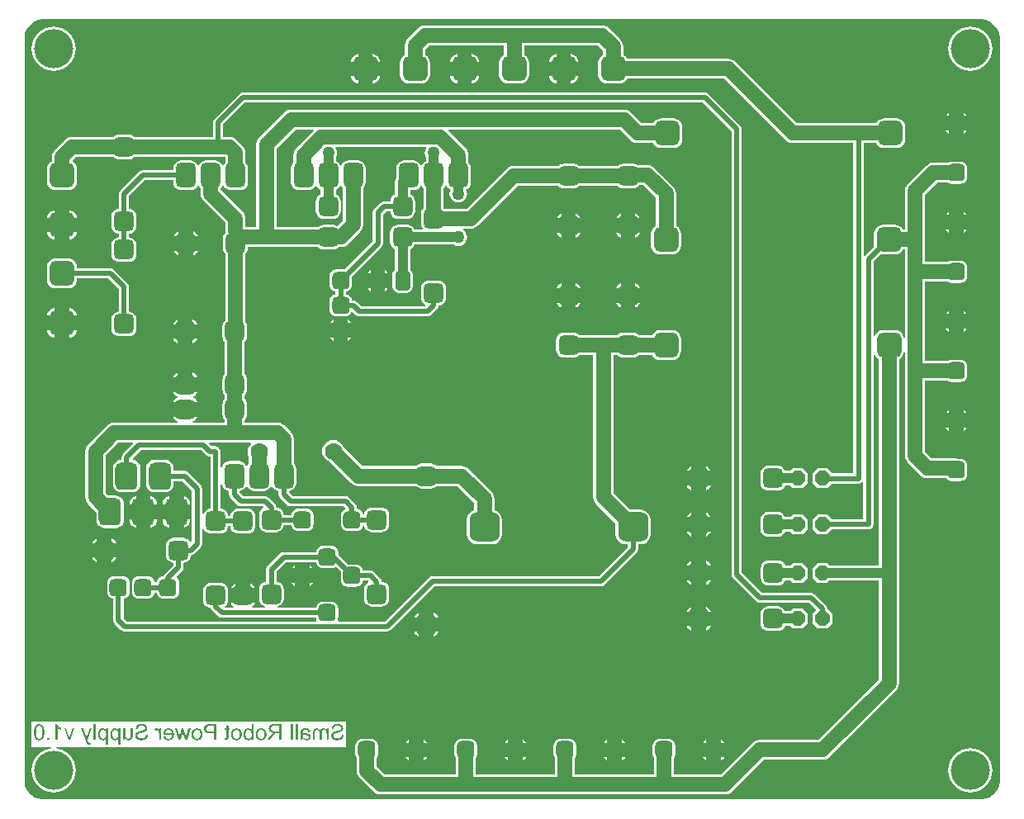
<source format=gbl>
G04*
G04 #@! TF.GenerationSoftware,Altium Limited,Altium Designer,18.1.9 (240)*
G04*
G04 Layer_Physical_Order=2*
G04 Layer_Color=16711680*
%FSLAX25Y25*%
%MOIN*%
G70*
G01*
G75*
%ADD15C,0.04000*%
G04:AMPARAMS|DCode=16|XSize=80mil|YSize=100mil|CornerRadius=20mil|HoleSize=0mil|Usage=FLASHONLY|Rotation=0.000|XOffset=0mil|YOffset=0mil|HoleType=Round|Shape=RoundedRectangle|*
%AMROUNDEDRECTD16*
21,1,0.08000,0.06000,0,0,0.0*
21,1,0.04000,0.10000,0,0,0.0*
1,1,0.04000,0.02000,-0.03000*
1,1,0.04000,-0.02000,-0.03000*
1,1,0.04000,-0.02000,0.03000*
1,1,0.04000,0.02000,0.03000*
%
%ADD16ROUNDEDRECTD16*%
G04:AMPARAMS|DCode=17|XSize=80mil|YSize=80mil|CornerRadius=20mil|HoleSize=0mil|Usage=FLASHONLY|Rotation=90.000|XOffset=0mil|YOffset=0mil|HoleType=Round|Shape=RoundedRectangle|*
%AMROUNDEDRECTD17*
21,1,0.08000,0.04000,0,0,90.0*
21,1,0.04000,0.08000,0,0,90.0*
1,1,0.04000,0.02000,0.02000*
1,1,0.04000,0.02000,-0.02000*
1,1,0.04000,-0.02000,-0.02000*
1,1,0.04000,-0.02000,0.02000*
%
%ADD17ROUNDEDRECTD17*%
G04:AMPARAMS|DCode=18|XSize=80mil|YSize=80mil|CornerRadius=20mil|HoleSize=0mil|Usage=FLASHONLY|Rotation=180.000|XOffset=0mil|YOffset=0mil|HoleType=Round|Shape=RoundedRectangle|*
%AMROUNDEDRECTD18*
21,1,0.08000,0.04000,0,0,180.0*
21,1,0.04000,0.08000,0,0,180.0*
1,1,0.04000,-0.02000,0.02000*
1,1,0.04000,0.02000,0.02000*
1,1,0.04000,0.02000,-0.02000*
1,1,0.04000,-0.02000,-0.02000*
%
%ADD18ROUNDEDRECTD18*%
%ADD19C,0.15748*%
G04:AMPARAMS|DCode=20|XSize=70mil|YSize=70mil|CornerRadius=17.5mil|HoleSize=0mil|Usage=FLASHONLY|Rotation=90.000|XOffset=0mil|YOffset=0mil|HoleType=Round|Shape=RoundedRectangle|*
%AMROUNDEDRECTD20*
21,1,0.07000,0.03500,0,0,90.0*
21,1,0.03500,0.07000,0,0,90.0*
1,1,0.03500,0.01750,0.01750*
1,1,0.03500,0.01750,-0.01750*
1,1,0.03500,-0.01750,-0.01750*
1,1,0.03500,-0.01750,0.01750*
%
%ADD20ROUNDEDRECTD20*%
G04:AMPARAMS|DCode=21|XSize=70mil|YSize=70mil|CornerRadius=17.5mil|HoleSize=0mil|Usage=FLASHONLY|Rotation=0.000|XOffset=0mil|YOffset=0mil|HoleType=Round|Shape=RoundedRectangle|*
%AMROUNDEDRECTD21*
21,1,0.07000,0.03500,0,0,0.0*
21,1,0.03500,0.07000,0,0,0.0*
1,1,0.03500,0.01750,-0.01750*
1,1,0.03500,-0.01750,-0.01750*
1,1,0.03500,-0.01750,0.01750*
1,1,0.03500,0.01750,0.01750*
%
%ADD21ROUNDEDRECTD21*%
G04:AMPARAMS|DCode=22|XSize=120mil|YSize=120mil|CornerRadius=30mil|HoleSize=0mil|Usage=FLASHONLY|Rotation=0.000|XOffset=0mil|YOffset=0mil|HoleType=Round|Shape=RoundedRectangle|*
%AMROUNDEDRECTD22*
21,1,0.12000,0.06000,0,0,0.0*
21,1,0.06000,0.12000,0,0,0.0*
1,1,0.06000,0.03000,-0.03000*
1,1,0.06000,-0.03000,-0.03000*
1,1,0.06000,-0.03000,0.03000*
1,1,0.06000,0.03000,0.03000*
%
%ADD22ROUNDEDRECTD22*%
G04:AMPARAMS|DCode=23|XSize=90mil|YSize=110mil|CornerRadius=22.5mil|HoleSize=0mil|Usage=FLASHONLY|Rotation=0.000|XOffset=0mil|YOffset=0mil|HoleType=Round|Shape=RoundedRectangle|*
%AMROUNDEDRECTD23*
21,1,0.09000,0.06500,0,0,0.0*
21,1,0.04500,0.11000,0,0,0.0*
1,1,0.04500,0.02250,-0.03250*
1,1,0.04500,-0.02250,-0.03250*
1,1,0.04500,-0.02250,0.03250*
1,1,0.04500,0.02250,0.03250*
%
%ADD23ROUNDEDRECTD23*%
G04:AMPARAMS|DCode=24|XSize=100mil|YSize=100mil|CornerRadius=25mil|HoleSize=0mil|Usage=FLASHONLY|Rotation=0.000|XOffset=0mil|YOffset=0mil|HoleType=Round|Shape=RoundedRectangle|*
%AMROUNDEDRECTD24*
21,1,0.10000,0.05000,0,0,0.0*
21,1,0.05000,0.10000,0,0,0.0*
1,1,0.05000,0.02500,-0.02500*
1,1,0.05000,-0.02500,-0.02500*
1,1,0.05000,-0.02500,0.02500*
1,1,0.05000,0.02500,0.02500*
%
%ADD24ROUNDEDRECTD24*%
G04:AMPARAMS|DCode=25|XSize=60mil|YSize=80mil|CornerRadius=15mil|HoleSize=0mil|Usage=FLASHONLY|Rotation=180.000|XOffset=0mil|YOffset=0mil|HoleType=Round|Shape=RoundedRectangle|*
%AMROUNDEDRECTD25*
21,1,0.06000,0.05000,0,0,180.0*
21,1,0.03000,0.08000,0,0,180.0*
1,1,0.03000,-0.01500,0.02500*
1,1,0.03000,0.01500,0.02500*
1,1,0.03000,0.01500,-0.02500*
1,1,0.03000,-0.01500,-0.02500*
%
%ADD25ROUNDEDRECTD25*%
G04:AMPARAMS|DCode=26|XSize=100mil|YSize=100mil|CornerRadius=25mil|HoleSize=0mil|Usage=FLASHONLY|Rotation=90.000|XOffset=0mil|YOffset=0mil|HoleType=Round|Shape=RoundedRectangle|*
%AMROUNDEDRECTD26*
21,1,0.10000,0.05000,0,0,90.0*
21,1,0.05000,0.10000,0,0,90.0*
1,1,0.05000,0.02500,0.02500*
1,1,0.05000,0.02500,-0.02500*
1,1,0.05000,-0.02500,-0.02500*
1,1,0.05000,-0.02500,0.02500*
%
%ADD26ROUNDEDRECTD26*%
%ADD27P,0.06494X8X202.5*%
%ADD28C,0.05000*%
%ADD29C,0.07000*%
%ADD30C,0.06000*%
%ADD31C,0.02000*%
G36*
X388123Y314658D02*
X389557Y314065D01*
X390846Y313203D01*
X391943Y312106D01*
X392805Y310816D01*
X393398Y309383D01*
X393701Y307862D01*
Y307087D01*
Y7874D01*
Y7098D01*
X393398Y5577D01*
X392805Y4144D01*
X391943Y2855D01*
X390846Y1758D01*
X389557Y896D01*
X388123Y303D01*
X386602Y0D01*
X7098D01*
X5577Y303D01*
X4144Y896D01*
X2855Y1758D01*
X1758Y2855D01*
X896Y4144D01*
X303Y5577D01*
X0Y7098D01*
Y7874D01*
Y307087D01*
Y307862D01*
X303Y309383D01*
X896Y310816D01*
X1758Y312106D01*
X2855Y313203D01*
X4144Y314065D01*
X5577Y314658D01*
X7098Y314961D01*
X386602D01*
X388123Y314658D01*
D02*
G37*
%LPC*%
G36*
X233177Y312534D02*
X233177Y312534D01*
X198177D01*
X198177Y312534D01*
X198177Y312534D01*
X161677D01*
X160633Y312397D01*
X159660Y311994D01*
X158824Y311353D01*
X158824Y311353D01*
X154824Y307353D01*
X154183Y306517D01*
X153780Y305544D01*
X153643Y304500D01*
X153643Y304500D01*
Y300653D01*
X153412Y300557D01*
X152681Y299996D01*
X152120Y299265D01*
X151767Y298414D01*
X151647Y297500D01*
Y292500D01*
X151767Y291586D01*
X152120Y290735D01*
X152681Y290004D01*
X153412Y289443D01*
X154263Y289090D01*
X155177Y288970D01*
X160177D01*
X161091Y289090D01*
X161942Y289443D01*
X162673Y290004D01*
X163234Y290735D01*
X163587Y291586D01*
X163707Y292500D01*
Y297500D01*
X163587Y298414D01*
X163234Y299265D01*
X162673Y299996D01*
X161942Y300557D01*
X161712Y300653D01*
Y302829D01*
X163348Y304466D01*
X193643D01*
Y300653D01*
X193412Y300557D01*
X192681Y299996D01*
X192120Y299265D01*
X191767Y298414D01*
X191647Y297500D01*
Y292500D01*
X191767Y291586D01*
X192120Y290735D01*
X192681Y290004D01*
X193412Y289443D01*
X194264Y289090D01*
X195177Y288970D01*
X200177D01*
X201091Y289090D01*
X201942Y289443D01*
X202673Y290004D01*
X203234Y290735D01*
X203587Y291586D01*
X203707Y292500D01*
Y297500D01*
X203587Y298414D01*
X203234Y299265D01*
X202673Y299996D01*
X201942Y300557D01*
X201712Y300653D01*
Y304466D01*
X231506D01*
X233643Y302329D01*
Y300653D01*
X233412Y300557D01*
X232681Y299996D01*
X232120Y299265D01*
X231767Y298414D01*
X231647Y297500D01*
Y292500D01*
X231767Y291586D01*
X232120Y290735D01*
X232681Y290004D01*
X233412Y289443D01*
X234263Y289090D01*
X235177Y288970D01*
X240177D01*
X241091Y289090D01*
X241942Y289443D01*
X242673Y290004D01*
X243234Y290735D01*
X243330Y290966D01*
X282506D01*
X307324Y266147D01*
X307324Y266147D01*
X308160Y265506D01*
X309133Y265103D01*
X310177Y264966D01*
X334638D01*
Y131661D01*
X326000D01*
Y131722D01*
X324000Y133722D01*
X320000D01*
X318000Y131722D01*
Y127722D01*
X320000Y125722D01*
X324000D01*
X325861Y127583D01*
X336677D01*
X337457Y127738D01*
X338119Y128180D01*
X338138Y128208D01*
X338638Y128057D01*
Y113039D01*
X326000D01*
Y113100D01*
X324000Y115100D01*
X320000D01*
X318000Y113100D01*
Y109100D01*
X320000Y107100D01*
X324000D01*
X325861Y108961D01*
X340677D01*
X341458Y109116D01*
X342119Y109558D01*
X342561Y110220D01*
X342716Y111000D01*
Y179682D01*
X343216Y179781D01*
X343443Y179235D01*
X344004Y178504D01*
X344735Y177943D01*
X344966Y177847D01*
Y94526D01*
X324974D01*
X324000Y95500D01*
X320000D01*
X318000Y93500D01*
Y89500D01*
X320000Y87500D01*
X324000D01*
X324974Y88474D01*
X344966D01*
Y48494D01*
X320506Y24035D01*
X296677D01*
X296677Y24035D01*
X295633Y23897D01*
X294660Y23494D01*
X293824Y22853D01*
X281006Y10035D01*
X262212D01*
Y16710D01*
X262329Y16863D01*
X262606Y17532D01*
X262701Y18250D01*
Y21750D01*
X262606Y22468D01*
X262329Y23137D01*
X261889Y23711D01*
X261314Y24152D01*
X260645Y24429D01*
X259927Y24524D01*
X256427D01*
X255709Y24429D01*
X255040Y24152D01*
X254466Y23711D01*
X254025Y23137D01*
X253748Y22468D01*
X253653Y21750D01*
Y18250D01*
X253748Y17532D01*
X254025Y16863D01*
X254143Y16710D01*
Y10035D01*
X222212D01*
Y16710D01*
X222329Y16863D01*
X222606Y17532D01*
X222701Y18250D01*
Y21750D01*
X222606Y22468D01*
X222329Y23137D01*
X221888Y23711D01*
X221314Y24152D01*
X220645Y24429D01*
X219927Y24524D01*
X216427D01*
X215709Y24429D01*
X215040Y24152D01*
X214466Y23711D01*
X214025Y23137D01*
X213748Y22468D01*
X213653Y21750D01*
Y18250D01*
X213748Y17532D01*
X214025Y16863D01*
X214143Y16710D01*
Y10035D01*
X182212D01*
Y16710D01*
X182329Y16863D01*
X182606Y17532D01*
X182701Y18250D01*
Y21750D01*
X182606Y22468D01*
X182329Y23137D01*
X181888Y23711D01*
X181314Y24152D01*
X180645Y24429D01*
X179927Y24524D01*
X176427D01*
X175709Y24429D01*
X175040Y24152D01*
X174466Y23711D01*
X174025Y23137D01*
X173748Y22468D01*
X173653Y21750D01*
Y18250D01*
X173748Y17532D01*
X174025Y16863D01*
X174143Y16710D01*
Y10035D01*
X145348D01*
X142212Y13171D01*
Y16710D01*
X142329Y16863D01*
X142606Y17532D01*
X142701Y18250D01*
Y21750D01*
X142606Y22468D01*
X142329Y23137D01*
X141888Y23711D01*
X141314Y24152D01*
X140645Y24429D01*
X139927Y24524D01*
X136427D01*
X135709Y24429D01*
X135040Y24152D01*
X134466Y23711D01*
X134025Y23137D01*
X133748Y22468D01*
X133653Y21750D01*
Y18250D01*
X133748Y17532D01*
X134025Y16863D01*
X134143Y16710D01*
Y11500D01*
X134143Y11500D01*
X134280Y10456D01*
X134683Y9483D01*
X135324Y8647D01*
X140824Y3147D01*
X140824Y3147D01*
X141660Y2506D01*
X142633Y2103D01*
X143677Y1966D01*
X177677D01*
X177677Y1966D01*
X177677Y1966D01*
X217677D01*
X217677Y1966D01*
X217677Y1966D01*
X257677D01*
X257677Y1966D01*
X257677Y1966D01*
X282677D01*
X282677Y1966D01*
X283721Y2103D01*
X284694Y2506D01*
X285530Y3147D01*
X298348Y15966D01*
X322177D01*
X322177Y15966D01*
X323221Y16103D01*
X324194Y16506D01*
X325030Y17147D01*
X351853Y43970D01*
X351853Y43970D01*
X352494Y44806D01*
X352897Y45779D01*
X353034Y46823D01*
Y91500D01*
Y177847D01*
X353265Y177943D01*
X353996Y178504D01*
X354557Y179235D01*
X354910Y180086D01*
X354965Y180508D01*
X355466Y180476D01*
Y172863D01*
X355466Y172863D01*
X355466Y172863D01*
Y138827D01*
X355466Y138827D01*
X355603Y137783D01*
X356006Y136810D01*
X356647Y135974D01*
X361729Y130892D01*
X361729Y130892D01*
X362564Y130251D01*
X363537Y129848D01*
X364582Y129711D01*
X364582Y129711D01*
X372102D01*
X372371Y129359D01*
X372946Y128919D01*
X373615Y128642D01*
X374333Y128547D01*
X377833D01*
X378551Y128642D01*
X379220Y128919D01*
X379794Y129359D01*
X380235Y129934D01*
X380512Y130603D01*
X380606Y131321D01*
Y134821D01*
X380512Y135539D01*
X380235Y136208D01*
X379794Y136782D01*
X379220Y137223D01*
X378551Y137500D01*
X377833Y137595D01*
X376568D01*
X376453Y137642D01*
X375408Y137780D01*
X375408Y137780D01*
X366253D01*
X363534Y140498D01*
Y169036D01*
X372793D01*
X372946Y168919D01*
X373615Y168642D01*
X374333Y168547D01*
X377833D01*
X378551Y168642D01*
X379220Y168919D01*
X379794Y169360D01*
X380235Y169934D01*
X380512Y170603D01*
X380606Y171321D01*
Y174821D01*
X380512Y175539D01*
X380235Y176208D01*
X379794Y176782D01*
X379220Y177223D01*
X378551Y177500D01*
X377833Y177595D01*
X374333D01*
X373615Y177500D01*
X372946Y177223D01*
X372793Y177105D01*
X363534D01*
Y209036D01*
X372793D01*
X372946Y208919D01*
X373615Y208642D01*
X374333Y208547D01*
X377833D01*
X378551Y208642D01*
X379220Y208919D01*
X379794Y209360D01*
X380235Y209934D01*
X380512Y210603D01*
X380606Y211321D01*
Y214821D01*
X380512Y215539D01*
X380235Y216208D01*
X379794Y216782D01*
X379220Y217223D01*
X378551Y217500D01*
X377833Y217595D01*
X374333D01*
X373615Y217500D01*
X372946Y217223D01*
X372793Y217105D01*
X363534D01*
Y226000D01*
Y244049D01*
X368521Y249036D01*
X372793D01*
X372946Y248919D01*
X373615Y248642D01*
X374333Y248547D01*
X377833D01*
X378551Y248642D01*
X379220Y248919D01*
X379794Y249359D01*
X380235Y249934D01*
X380512Y250603D01*
X380606Y251321D01*
Y254821D01*
X380512Y255539D01*
X380235Y256208D01*
X379794Y256782D01*
X379220Y257223D01*
X378551Y257500D01*
X377833Y257595D01*
X374333D01*
X373615Y257500D01*
X372946Y257223D01*
X372793Y257105D01*
X366850D01*
X366850Y257105D01*
X365806Y256968D01*
X364833Y256565D01*
X363998Y255924D01*
X363998Y255924D01*
X356647Y248573D01*
X356006Y247738D01*
X355603Y246765D01*
X355466Y245721D01*
X355466Y245720D01*
Y230034D01*
X354653D01*
X354557Y230265D01*
X353996Y230996D01*
X353265Y231557D01*
X352414Y231910D01*
X351500Y232030D01*
X346500D01*
X345586Y231910D01*
X344735Y231557D01*
X344004Y230996D01*
X343443Y230265D01*
X343090Y229414D01*
X342970Y228500D01*
Y223500D01*
X343007Y223214D01*
X339235Y219442D01*
X339216Y219414D01*
X338716Y219565D01*
Y264966D01*
X343847D01*
X343943Y264735D01*
X344504Y264004D01*
X345235Y263443D01*
X346086Y263090D01*
X347000Y262970D01*
X352000D01*
X352914Y263090D01*
X353765Y263443D01*
X354496Y264004D01*
X355057Y264735D01*
X355410Y265586D01*
X355530Y266500D01*
Y271500D01*
X355410Y272414D01*
X355057Y273265D01*
X354496Y273996D01*
X353765Y274557D01*
X352914Y274910D01*
X352000Y275030D01*
X347000D01*
X346086Y274910D01*
X345235Y274557D01*
X344504Y273996D01*
X343943Y273265D01*
X343847Y273035D01*
X311848D01*
X287030Y297853D01*
X286194Y298494D01*
X285221Y298897D01*
X284177Y299035D01*
X284177Y299035D01*
X243330D01*
X243234Y299265D01*
X242673Y299996D01*
X241942Y300557D01*
X241712Y300653D01*
Y304000D01*
X241574Y305044D01*
X241171Y306017D01*
X240530Y306853D01*
X236030Y311353D01*
X235194Y311994D01*
X234221Y312397D01*
X233177Y312534D01*
D02*
G37*
G36*
X220630Y300971D02*
Y297953D01*
X223648D01*
X223587Y298414D01*
X223234Y299265D01*
X222673Y299996D01*
X221942Y300557D01*
X221091Y300910D01*
X220630Y300971D01*
D02*
G37*
G36*
X180630D02*
Y297953D01*
X183648D01*
X183587Y298414D01*
X183234Y299265D01*
X182673Y299996D01*
X181942Y300557D01*
X181091Y300910D01*
X180630Y300971D01*
D02*
G37*
G36*
X140630D02*
Y297953D01*
X143648D01*
X143587Y298414D01*
X143234Y299265D01*
X142673Y299996D01*
X141942Y300557D01*
X141091Y300910D01*
X140630Y300971D01*
D02*
G37*
G36*
X214724D02*
X214264Y300910D01*
X213412Y300557D01*
X212681Y299996D01*
X212120Y299265D01*
X211767Y298414D01*
X211707Y297953D01*
X214724D01*
Y300971D01*
D02*
G37*
G36*
X174724D02*
X174264Y300910D01*
X173412Y300557D01*
X172681Y299996D01*
X172120Y299265D01*
X171767Y298414D01*
X171707Y297953D01*
X174724D01*
Y300971D01*
D02*
G37*
G36*
X134724D02*
X134264Y300910D01*
X133412Y300557D01*
X132681Y299996D01*
X132120Y299265D01*
X131767Y298414D01*
X131707Y297953D01*
X134724D01*
Y300971D01*
D02*
G37*
G36*
X381890Y312067D02*
X380150Y311895D01*
X378477Y311388D01*
X376936Y310564D01*
X375585Y309455D01*
X374476Y308104D01*
X373652Y306562D01*
X373144Y304889D01*
X372973Y303150D01*
X373144Y301410D01*
X373652Y299737D01*
X374476Y298196D01*
X375585Y296844D01*
X376936Y295735D01*
X378477Y294911D01*
X380150Y294404D01*
X381890Y294233D01*
X383629Y294404D01*
X385302Y294911D01*
X386844Y295735D01*
X388195Y296844D01*
X389304Y298196D01*
X390128Y299737D01*
X390635Y301410D01*
X390807Y303150D01*
X390635Y304889D01*
X390128Y306562D01*
X389304Y308104D01*
X388195Y309455D01*
X386844Y310564D01*
X385302Y311388D01*
X383629Y311895D01*
X381890Y312067D01*
D02*
G37*
G36*
X11811D02*
X10071Y311895D01*
X8399Y311388D01*
X6857Y310564D01*
X5506Y309455D01*
X4397Y308104D01*
X3573Y306562D01*
X3065Y304889D01*
X2894Y303150D01*
X3065Y301410D01*
X3573Y299737D01*
X4397Y298196D01*
X5506Y296844D01*
X6857Y295735D01*
X8399Y294911D01*
X10071Y294404D01*
X11811Y294233D01*
X13551Y294404D01*
X15223Y294911D01*
X16765Y295735D01*
X18116Y296844D01*
X19225Y298196D01*
X20049Y299737D01*
X20557Y301410D01*
X20728Y303150D01*
X20557Y304889D01*
X20049Y306562D01*
X19225Y308104D01*
X18116Y309455D01*
X16765Y310564D01*
X15223Y311388D01*
X13551Y311895D01*
X11811Y312067D01*
D02*
G37*
G36*
X223648Y292047D02*
X220630D01*
Y289029D01*
X221091Y289090D01*
X221942Y289443D01*
X222673Y290004D01*
X223234Y290735D01*
X223587Y291586D01*
X223648Y292047D01*
D02*
G37*
G36*
X183648D02*
X180630D01*
Y289029D01*
X181091Y289090D01*
X181942Y289443D01*
X182673Y290004D01*
X183234Y290735D01*
X183587Y291586D01*
X183648Y292047D01*
D02*
G37*
G36*
X143648D02*
X140630D01*
Y289029D01*
X141091Y289090D01*
X141942Y289443D01*
X142673Y290004D01*
X143234Y290735D01*
X143587Y291586D01*
X143648Y292047D01*
D02*
G37*
G36*
X214724D02*
X211707D01*
X211767Y291586D01*
X212120Y290735D01*
X212681Y290004D01*
X213412Y289443D01*
X214264Y289090D01*
X214724Y289029D01*
Y292047D01*
D02*
G37*
G36*
X174724D02*
X171707D01*
X171767Y291586D01*
X172120Y290735D01*
X172681Y290004D01*
X173412Y289443D01*
X174264Y289090D01*
X174724Y289029D01*
Y292047D01*
D02*
G37*
G36*
X134724D02*
X131707D01*
X131767Y291586D01*
X132120Y290735D01*
X132681Y290004D01*
X133412Y289443D01*
X134264Y289090D01*
X134724Y289029D01*
Y292047D01*
D02*
G37*
G36*
X379035Y277299D02*
Y276024D01*
X380311D01*
X380235Y276208D01*
X379794Y276782D01*
X379220Y277223D01*
X379035Y277299D01*
D02*
G37*
G36*
X373130Y277299D02*
X372946Y277223D01*
X372371Y276782D01*
X371931Y276208D01*
X371854Y276024D01*
X373130D01*
Y277299D01*
D02*
G37*
G36*
X380311Y270118D02*
X379035D01*
Y268843D01*
X379220Y268919D01*
X379794Y269359D01*
X380235Y269934D01*
X380311Y270118D01*
D02*
G37*
G36*
X373130D02*
X371854D01*
X371931Y269934D01*
X372371Y269359D01*
X372946Y268919D01*
X373130Y268843D01*
Y270118D01*
D02*
G37*
G36*
X379035Y237299D02*
Y236024D01*
X380311D01*
X380235Y236208D01*
X379794Y236782D01*
X379220Y237223D01*
X379035Y237299D01*
D02*
G37*
G36*
X373130Y237299D02*
X372946Y237223D01*
X372371Y236782D01*
X371931Y236208D01*
X371854Y236024D01*
X373130D01*
Y237299D01*
D02*
G37*
G36*
X18130Y237971D02*
Y234953D01*
X21148D01*
X21087Y235414D01*
X20734Y236265D01*
X20173Y236996D01*
X19442Y237557D01*
X18591Y237910D01*
X18130Y237971D01*
D02*
G37*
G36*
X12224D02*
X11763Y237910D01*
X10912Y237557D01*
X10181Y236996D01*
X9620Y236265D01*
X9267Y235414D01*
X9207Y234953D01*
X12224D01*
Y237971D01*
D02*
G37*
G36*
X246630Y236532D02*
Y234633D01*
X248530D01*
X248298Y235193D01*
X247817Y235820D01*
X247190Y236300D01*
X246630Y236532D01*
D02*
G37*
G36*
X222630D02*
Y234633D01*
X224530D01*
X224298Y235193D01*
X223817Y235820D01*
X223190Y236300D01*
X222630Y236532D01*
D02*
G37*
G36*
X240724D02*
X240164Y236300D01*
X239538Y235820D01*
X239057Y235193D01*
X238825Y234633D01*
X240724D01*
Y236532D01*
D02*
G37*
G36*
X216724D02*
X216164Y236300D01*
X215538Y235820D01*
X215057Y235193D01*
X214825Y234633D01*
X216724D01*
Y236532D01*
D02*
G37*
G36*
X380311Y230118D02*
X379035D01*
Y228842D01*
X379220Y228919D01*
X379794Y229360D01*
X380235Y229934D01*
X380311Y230118D01*
D02*
G37*
G36*
X373130D02*
X371854D01*
X371931Y229934D01*
X372371Y229360D01*
X372946Y228919D01*
X373130Y228842D01*
Y230118D01*
D02*
G37*
G36*
X68130Y229353D02*
Y227453D01*
X70030D01*
X69798Y228013D01*
X69317Y228640D01*
X68690Y229120D01*
X68130Y229353D01*
D02*
G37*
G36*
X62224D02*
X61664Y229120D01*
X61037Y228640D01*
X60557Y228013D01*
X60325Y227453D01*
X62224D01*
Y229353D01*
D02*
G37*
G36*
X248530Y228727D02*
X246630D01*
Y226828D01*
X247190Y227060D01*
X247817Y227540D01*
X248298Y228167D01*
X248530Y228727D01*
D02*
G37*
G36*
X224530D02*
X222630D01*
Y226828D01*
X223190Y227060D01*
X223817Y227540D01*
X224298Y228167D01*
X224530Y228727D01*
D02*
G37*
G36*
X240724D02*
X238825D01*
X239057Y228167D01*
X239538Y227540D01*
X240164Y227060D01*
X240724Y226828D01*
Y228727D01*
D02*
G37*
G36*
X216724D02*
X214825D01*
X215057Y228167D01*
X215538Y227540D01*
X216164Y227060D01*
X216724Y226828D01*
Y228727D01*
D02*
G37*
G36*
X21148Y229047D02*
X18130D01*
Y226029D01*
X18591Y226090D01*
X19442Y226443D01*
X20173Y227004D01*
X20734Y227735D01*
X21087Y228586D01*
X21148Y229047D01*
D02*
G37*
G36*
X12224D02*
X9207D01*
X9267Y228586D01*
X9620Y227735D01*
X10181Y227004D01*
X10912Y226443D01*
X11763Y226090D01*
X12224Y226029D01*
Y229047D01*
D02*
G37*
G36*
X70030Y221547D02*
X68130D01*
Y219648D01*
X68690Y219880D01*
X69317Y220360D01*
X69798Y220987D01*
X70030Y221547D01*
D02*
G37*
G36*
X62224D02*
X60325D01*
X60557Y220987D01*
X61037Y220360D01*
X61664Y219880D01*
X62224Y219648D01*
Y221547D01*
D02*
G37*
G36*
X145630Y214036D02*
Y212453D01*
X146636D01*
X146532Y212976D01*
X145980Y213802D01*
X145630Y214036D01*
D02*
G37*
G36*
X139724D02*
X139375Y213802D01*
X138822Y212976D01*
X138718Y212453D01*
X139724D01*
Y214036D01*
D02*
G37*
G36*
X222630Y208353D02*
Y206453D01*
X224530D01*
X224298Y207013D01*
X223817Y207640D01*
X223190Y208120D01*
X222630Y208353D01*
D02*
G37*
G36*
X246630D02*
Y206453D01*
X248530D01*
X248298Y207013D01*
X247817Y207640D01*
X247190Y208120D01*
X246630Y208353D01*
D02*
G37*
G36*
X240724D02*
X240164Y208120D01*
X239538Y207640D01*
X239057Y207013D01*
X238825Y206453D01*
X240724D01*
Y208353D01*
D02*
G37*
G36*
X216724D02*
X216164Y208120D01*
X215538Y207640D01*
X215057Y207013D01*
X214825Y206453D01*
X216724D01*
Y208353D01*
D02*
G37*
G36*
X146636Y206547D02*
X145630D01*
Y204964D01*
X145980Y205198D01*
X146532Y206025D01*
X146636Y206547D01*
D02*
G37*
G36*
X139724D02*
X138718D01*
X138822Y206025D01*
X139375Y205198D01*
X139724Y204964D01*
Y206547D01*
D02*
G37*
G36*
X224530Y200547D02*
X222630D01*
Y198647D01*
X223190Y198880D01*
X223817Y199360D01*
X224298Y199987D01*
X224530Y200547D01*
D02*
G37*
G36*
X248530D02*
X246630D01*
Y198647D01*
X247190Y198880D01*
X247817Y199360D01*
X248298Y199987D01*
X248530Y200547D01*
D02*
G37*
G36*
X240724D02*
X238825D01*
X239057Y199987D01*
X239538Y199360D01*
X240164Y198880D01*
X240724Y198647D01*
Y200547D01*
D02*
G37*
G36*
X216724D02*
X214825D01*
X215057Y199987D01*
X215538Y199360D01*
X216164Y198880D01*
X216724Y198647D01*
Y200547D01*
D02*
G37*
G36*
X379035Y197299D02*
Y196024D01*
X380311D01*
X380235Y196208D01*
X379794Y196782D01*
X379220Y197223D01*
X379035Y197299D01*
D02*
G37*
G36*
X373130Y197299D02*
X372946Y197223D01*
X372371Y196782D01*
X371931Y196208D01*
X371854Y196024D01*
X373130D01*
Y197299D01*
D02*
G37*
G36*
X18130Y198471D02*
Y195453D01*
X21148D01*
X21087Y195914D01*
X20734Y196765D01*
X20173Y197496D01*
X19442Y198057D01*
X18591Y198410D01*
X18130Y198471D01*
D02*
G37*
G36*
X12224D02*
X11763Y198410D01*
X10912Y198057D01*
X10181Y197496D01*
X9620Y196765D01*
X9267Y195914D01*
X9207Y195453D01*
X12224D01*
Y198471D01*
D02*
G37*
G36*
X130630Y193728D02*
Y192453D01*
X131905D01*
X131829Y192637D01*
X131388Y193211D01*
X130814Y193652D01*
X130630Y193728D01*
D02*
G37*
G36*
X124724D02*
X124540Y193652D01*
X123966Y193211D01*
X123525Y192637D01*
X123449Y192453D01*
X124724D01*
Y193728D01*
D02*
G37*
G36*
X67870Y193829D02*
Y191929D01*
X69770D01*
X69538Y192489D01*
X69057Y193116D01*
X68430Y193597D01*
X67870Y193829D01*
D02*
G37*
G36*
X61965D02*
X61404Y193597D01*
X60778Y193116D01*
X60297Y192489D01*
X60065Y191929D01*
X61965D01*
Y193829D01*
D02*
G37*
G36*
X380311Y190118D02*
X379035D01*
Y188842D01*
X379220Y188919D01*
X379794Y189359D01*
X380235Y189934D01*
X380311Y190118D01*
D02*
G37*
G36*
X373130D02*
X371854D01*
X371931Y189934D01*
X372371Y189359D01*
X372946Y188919D01*
X373130Y188842D01*
Y190118D01*
D02*
G37*
G36*
X261500Y189530D02*
X256500D01*
X255586Y189410D01*
X254735Y189057D01*
X254004Y188496D01*
X253443Y187765D01*
X253347Y187534D01*
X247897D01*
X247817Y187640D01*
X247190Y188120D01*
X246460Y188423D01*
X245677Y188526D01*
X241677D01*
X240894Y188423D01*
X240164Y188120D01*
X239538Y187640D01*
X239457Y187534D01*
X223897D01*
X223817Y187640D01*
X223190Y188120D01*
X222460Y188423D01*
X221677Y188526D01*
X217677D01*
X216894Y188423D01*
X216164Y188120D01*
X215538Y187640D01*
X215057Y187013D01*
X214754Y186283D01*
X214651Y185500D01*
Y181500D01*
X214754Y180717D01*
X215057Y179987D01*
X215538Y179360D01*
X216164Y178879D01*
X216894Y178577D01*
X217677Y178474D01*
X221677D01*
X222460Y178577D01*
X223190Y178879D01*
X223817Y179360D01*
X223897Y179465D01*
X229643D01*
Y122000D01*
X229643Y122000D01*
X229780Y120956D01*
X230183Y119983D01*
X230824Y119147D01*
X238643Y111329D01*
Y107000D01*
X238780Y105956D01*
X239183Y104983D01*
X239824Y104147D01*
X240660Y103506D01*
X241633Y103103D01*
X242677Y102965D01*
X243638D01*
Y101845D01*
X231955Y90161D01*
X164685D01*
X163905Y90006D01*
X163243Y89564D01*
X145630Y71951D01*
X126666D01*
X126410Y72451D01*
X126614Y72944D01*
X126709Y73662D01*
Y77162D01*
X126614Y77880D01*
X126337Y78549D01*
X125896Y79123D01*
X125322Y79564D01*
X124653Y79841D01*
X123935Y79935D01*
X120435D01*
X119717Y79841D01*
X119048Y79564D01*
X118474Y79123D01*
X118033Y78549D01*
X117756Y77880D01*
X117699Y77451D01*
X102212D01*
X102179Y77951D01*
X102468Y77989D01*
X103198Y78291D01*
X103825Y78772D01*
X104306Y79399D01*
X104608Y80129D01*
X104711Y80912D01*
Y84912D01*
X104608Y85695D01*
X104306Y86425D01*
X103825Y87051D01*
X103198Y87532D01*
X102468Y87834D01*
X101724Y87932D01*
Y92067D01*
X105530Y95872D01*
X117699D01*
X117756Y95444D01*
X118033Y94775D01*
X118474Y94200D01*
X119048Y93760D01*
X119717Y93482D01*
X120435Y93388D01*
X123935D01*
X124653Y93482D01*
X125322Y93760D01*
X125679Y94034D01*
X127661Y92052D01*
Y88662D01*
X127756Y87944D01*
X128033Y87275D01*
X128474Y86700D01*
X129048Y86260D01*
X129717Y85982D01*
X130435Y85888D01*
X133935D01*
X134653Y85982D01*
X135322Y86260D01*
X135896Y86700D01*
X136337Y87275D01*
X136614Y87944D01*
X136671Y88372D01*
X138663D01*
X138884Y88117D01*
X138759Y87568D01*
X138672Y87532D01*
X138045Y87051D01*
X137565Y86425D01*
X137262Y85695D01*
X137159Y84912D01*
Y80912D01*
X137262Y80129D01*
X137565Y79399D01*
X138045Y78772D01*
X138672Y78291D01*
X139402Y77989D01*
X140185Y77886D01*
X144185D01*
X144968Y77989D01*
X145698Y78291D01*
X146325Y78772D01*
X146806Y79399D01*
X147108Y80129D01*
X147211Y80912D01*
Y84912D01*
X147108Y85695D01*
X146806Y86425D01*
X146325Y87051D01*
X145698Y87532D01*
X144968Y87834D01*
X144220Y87933D01*
X144069Y88692D01*
X143627Y89354D01*
X141127Y91854D01*
X140465Y92296D01*
X139685Y92451D01*
X136671D01*
X136614Y92879D01*
X136337Y93549D01*
X135896Y94123D01*
X135322Y94564D01*
X134653Y94841D01*
X133935Y94935D01*
X130545D01*
X126709Y98772D01*
Y99662D01*
X126614Y100380D01*
X126337Y101049D01*
X125896Y101623D01*
X125322Y102064D01*
X124653Y102341D01*
X123935Y102435D01*
X120435D01*
X119717Y102341D01*
X119048Y102064D01*
X118474Y101623D01*
X118033Y101049D01*
X117756Y100380D01*
X117699Y99951D01*
X104685D01*
X103905Y99796D01*
X103243Y99354D01*
X98243Y94354D01*
X97801Y93692D01*
X97646Y92912D01*
Y87932D01*
X96902Y87834D01*
X96172Y87532D01*
X95545Y87051D01*
X95065Y86425D01*
X94762Y85695D01*
X94659Y84912D01*
Y80912D01*
X94762Y80129D01*
X95065Y79399D01*
X95545Y78772D01*
X96172Y78291D01*
X96902Y77989D01*
X97191Y77951D01*
X97158Y77451D01*
X92076D01*
X91906Y77951D01*
X92325Y78272D01*
X92805Y78899D01*
X93038Y79459D01*
X88185D01*
X83333D01*
X83565Y78899D01*
X84045Y78272D01*
X84464Y77951D01*
X84294Y77451D01*
X81076D01*
X80906Y77951D01*
X81325Y78272D01*
X81805Y78899D01*
X82108Y79628D01*
X82211Y80412D01*
Y84412D01*
X82108Y85195D01*
X81805Y85925D01*
X81325Y86551D01*
X80698Y87032D01*
X79968Y87334D01*
X79185Y87437D01*
X75185D01*
X74402Y87334D01*
X73672Y87032D01*
X73045Y86551D01*
X72565Y85925D01*
X72262Y85195D01*
X72159Y84412D01*
Y80412D01*
X72262Y79628D01*
X72565Y78899D01*
X73045Y78272D01*
X73672Y77791D01*
X74402Y77489D01*
X75185Y77386D01*
X75251D01*
X75301Y77131D01*
X75743Y76470D01*
X78243Y73970D01*
X78905Y73528D01*
X79685Y73373D01*
X117699D01*
X117756Y72944D01*
X117960Y72451D01*
X117704Y71951D01*
X41240D01*
X40024Y73167D01*
Y81136D01*
X40453Y81193D01*
X41122Y81470D01*
X41696Y81911D01*
X42137Y82485D01*
X42414Y83154D01*
X42509Y83872D01*
Y87372D01*
X42414Y88090D01*
X42137Y88759D01*
X41696Y89333D01*
X41122Y89774D01*
X40453Y90051D01*
X39735Y90146D01*
X36235D01*
X35517Y90051D01*
X34848Y89774D01*
X34274Y89333D01*
X33833Y88759D01*
X33556Y88090D01*
X33461Y87372D01*
Y83872D01*
X33556Y83154D01*
X33833Y82485D01*
X34274Y81911D01*
X34848Y81470D01*
X35517Y81193D01*
X35946Y81136D01*
Y72322D01*
X36101Y71542D01*
X36543Y70880D01*
X38954Y68470D01*
X38954Y68470D01*
X39615Y68028D01*
X40395Y67873D01*
X146475D01*
X147255Y68028D01*
X147917Y68470D01*
X165530Y86083D01*
X232799D01*
X233580Y86238D01*
X234241Y86680D01*
X247119Y99558D01*
X247119Y99558D01*
X247561Y100220D01*
X247716Y101000D01*
X247716Y101000D01*
Y102965D01*
X248677D01*
X249721Y103103D01*
X250694Y103506D01*
X251530Y104147D01*
X252171Y104983D01*
X252574Y105956D01*
X252712Y107000D01*
Y113000D01*
X252574Y114044D01*
X252171Y115017D01*
X251530Y115853D01*
X250694Y116494D01*
X249721Y116897D01*
X248677Y117034D01*
X244348D01*
X237712Y123671D01*
Y179465D01*
X239457D01*
X239538Y179360D01*
X240164Y178879D01*
X240894Y178577D01*
X241677Y178474D01*
X245677D01*
X246460Y178577D01*
X247190Y178879D01*
X247817Y179360D01*
X247897Y179465D01*
X253347D01*
X253443Y179235D01*
X254004Y178504D01*
X254735Y177943D01*
X255586Y177590D01*
X256500Y177470D01*
X261500D01*
X262414Y177590D01*
X263265Y177943D01*
X263996Y178504D01*
X264557Y179235D01*
X264910Y180086D01*
X265030Y181000D01*
Y186000D01*
X264910Y186914D01*
X264557Y187765D01*
X263996Y188496D01*
X263265Y189057D01*
X262414Y189410D01*
X261500Y189530D01*
D02*
G37*
G36*
X17677Y218530D02*
X12677D01*
X11763Y218410D01*
X10912Y218057D01*
X10181Y217496D01*
X9620Y216765D01*
X9267Y215914D01*
X9147Y215000D01*
Y210000D01*
X9267Y209086D01*
X9620Y208235D01*
X10181Y207504D01*
X10912Y206943D01*
X11763Y206590D01*
X12677Y206470D01*
X17677D01*
X18591Y206590D01*
X19442Y206943D01*
X20173Y207504D01*
X20734Y208235D01*
X21087Y209086D01*
X21207Y210000D01*
Y210461D01*
X33832D01*
X38138Y206155D01*
Y197021D01*
X37394Y196923D01*
X36664Y196621D01*
X36037Y196140D01*
X35557Y195513D01*
X35254Y194783D01*
X35151Y194000D01*
Y190000D01*
X35254Y189217D01*
X35557Y188487D01*
X36037Y187860D01*
X36664Y187380D01*
X37394Y187077D01*
X38177Y186974D01*
X42177D01*
X42960Y187077D01*
X43690Y187380D01*
X44317Y187860D01*
X44798Y188487D01*
X45100Y189217D01*
X45203Y190000D01*
Y194000D01*
X45100Y194783D01*
X44798Y195513D01*
X44317Y196140D01*
X43690Y196621D01*
X42960Y196923D01*
X42216Y197021D01*
Y207000D01*
X42061Y207780D01*
X41619Y208442D01*
X41619Y208442D01*
X36119Y213942D01*
X35458Y214384D01*
X34677Y214539D01*
X21207D01*
Y215000D01*
X21087Y215914D01*
X20734Y216765D01*
X20173Y217496D01*
X19442Y218057D01*
X18591Y218410D01*
X17677Y218530D01*
D02*
G37*
G36*
X21148Y189547D02*
X18130D01*
Y186529D01*
X18591Y186590D01*
X19442Y186943D01*
X20173Y187504D01*
X20734Y188235D01*
X21087Y189086D01*
X21148Y189547D01*
D02*
G37*
G36*
X12224D02*
X9207D01*
X9267Y189086D01*
X9620Y188235D01*
X10181Y187504D01*
X10912Y186943D01*
X11763Y186590D01*
X12224Y186529D01*
Y189547D01*
D02*
G37*
G36*
X131905Y186547D02*
X130630D01*
Y185272D01*
X130814Y185348D01*
X131388Y185789D01*
X131829Y186363D01*
X131905Y186547D01*
D02*
G37*
G36*
X124724D02*
X123449D01*
X123525Y186363D01*
X123966Y185789D01*
X124540Y185348D01*
X124724Y185272D01*
Y186547D01*
D02*
G37*
G36*
X69770Y186024D02*
X67870D01*
Y184124D01*
X68430Y184356D01*
X69057Y184837D01*
X69538Y185463D01*
X69770Y186024D01*
D02*
G37*
G36*
X61965D02*
X60065D01*
X60297Y185463D01*
X60778Y184837D01*
X61404Y184356D01*
X61965Y184124D01*
Y186024D01*
D02*
G37*
G36*
X67870Y172353D02*
Y170453D01*
X69770D01*
X69538Y171013D01*
X69057Y171640D01*
X68430Y172120D01*
X67870Y172353D01*
D02*
G37*
G36*
X61965D02*
X61404Y172120D01*
X60778Y171640D01*
X60297Y171013D01*
X60065Y170453D01*
X61965D01*
Y172353D01*
D02*
G37*
G36*
X69770Y164547D02*
X64917D01*
X60065D01*
X60297Y163987D01*
X60778Y163360D01*
X61404Y162880D01*
X61667Y162771D01*
Y162229D01*
X61404Y162120D01*
X60778Y161640D01*
X60297Y161013D01*
X60065Y160453D01*
X69770D01*
X69538Y161013D01*
X69057Y161640D01*
X68430Y162120D01*
X68167Y162229D01*
Y162771D01*
X68430Y162880D01*
X69057Y163360D01*
X69538Y163987D01*
X69770Y164547D01*
D02*
G37*
G36*
X379035Y157299D02*
Y156024D01*
X380311D01*
X380235Y156208D01*
X379794Y156782D01*
X379220Y157223D01*
X379035Y157299D01*
D02*
G37*
G36*
X373130Y157299D02*
X372946Y157223D01*
X372371Y156782D01*
X371931Y156208D01*
X371854Y156024D01*
X373130D01*
Y157299D01*
D02*
G37*
G36*
X380311Y150118D02*
X379035D01*
Y148843D01*
X379220Y148919D01*
X379794Y149360D01*
X380235Y149934D01*
X380311Y150118D01*
D02*
G37*
G36*
X373130D02*
X371854D01*
X371931Y149934D01*
X372371Y149360D01*
X372946Y148919D01*
X373130Y148843D01*
Y150118D01*
D02*
G37*
G36*
X275130Y134574D02*
Y132675D01*
X277030D01*
X276798Y133235D01*
X276317Y133861D01*
X275690Y134342D01*
X275130Y134574D01*
D02*
G37*
G36*
X269224D02*
X268664Y134342D01*
X268038Y133861D01*
X267557Y133235D01*
X267325Y132675D01*
X269224D01*
Y134574D01*
D02*
G37*
G36*
X304177Y134748D02*
X300177D01*
X299394Y134644D01*
X298664Y134342D01*
X298038Y133861D01*
X297557Y133235D01*
X297254Y132505D01*
X297151Y131722D01*
Y127722D01*
X297254Y126939D01*
X297557Y126209D01*
X298038Y125582D01*
X298664Y125101D01*
X299394Y124799D01*
X300177Y124696D01*
X304177D01*
X304960Y124799D01*
X305690Y125101D01*
X306317Y125582D01*
X306798Y126209D01*
X306999Y126696D01*
X309026D01*
X310000Y125722D01*
X314000D01*
X316000Y127722D01*
Y131722D01*
X314000Y133722D01*
X310000D01*
X309026Y132748D01*
X306999D01*
X306798Y133235D01*
X306317Y133861D01*
X305690Y134342D01*
X304960Y134644D01*
X304177Y134748D01*
D02*
G37*
G36*
X277030Y126769D02*
X275130D01*
Y124869D01*
X275690Y125101D01*
X276317Y125582D01*
X276798Y126209D01*
X277030Y126769D01*
D02*
G37*
G36*
X269224D02*
X267325D01*
X267557Y126209D01*
X268038Y125582D01*
X268664Y125101D01*
X269224Y124869D01*
Y126769D01*
D02*
G37*
G36*
X64338Y122558D02*
Y119075D01*
X66913D01*
Y119372D01*
X66801Y120220D01*
X66474Y121011D01*
X65953Y121690D01*
X65274Y122211D01*
X64483Y122538D01*
X64338Y122558D01*
D02*
G37*
G36*
X58432D02*
X58287Y122538D01*
X57496Y122211D01*
X56817Y121690D01*
X56296Y121011D01*
X55969Y120220D01*
X55857Y119372D01*
Y119075D01*
X58432D01*
Y122558D01*
D02*
G37*
G36*
X50938D02*
Y119075D01*
X53513D01*
Y119372D01*
X53401Y120220D01*
X53074Y121011D01*
X52553Y121690D01*
X51874Y122211D01*
X51083Y122538D01*
X50938Y122558D01*
D02*
G37*
G36*
X45032D02*
X44887Y122538D01*
X44096Y122211D01*
X43417Y121690D01*
X42896Y121011D01*
X42569Y120220D01*
X42457Y119372D01*
Y119075D01*
X45032D01*
Y122558D01*
D02*
G37*
G36*
X275130Y115952D02*
Y114052D01*
X277030D01*
X276798Y114613D01*
X276317Y115239D01*
X275690Y115720D01*
X275130Y115952D01*
D02*
G37*
G36*
X269224D02*
X268664Y115720D01*
X268038Y115239D01*
X267557Y114613D01*
X267325Y114052D01*
X269224D01*
Y115952D01*
D02*
G37*
G36*
X66913Y113169D02*
X64338D01*
Y109687D01*
X64483Y109706D01*
X65274Y110033D01*
X65953Y110554D01*
X66474Y111233D01*
X66801Y112024D01*
X66913Y112872D01*
Y113169D01*
D02*
G37*
G36*
X58432D02*
X55857D01*
Y112872D01*
X55969Y112024D01*
X56296Y111233D01*
X56817Y110554D01*
X57496Y110033D01*
X58287Y109706D01*
X58432Y109687D01*
Y113169D01*
D02*
G37*
G36*
X53513D02*
X50938D01*
Y109687D01*
X51083Y109706D01*
X51874Y110033D01*
X52553Y110554D01*
X53074Y111233D01*
X53401Y112024D01*
X53513Y112872D01*
Y113169D01*
D02*
G37*
G36*
X45032D02*
X42457D01*
Y112872D01*
X42569Y112024D01*
X42896Y111233D01*
X43417Y110554D01*
X44096Y110033D01*
X44887Y109706D01*
X45032Y109687D01*
Y113169D01*
D02*
G37*
G36*
X304177Y116126D02*
X300177D01*
X299394Y116023D01*
X298664Y115720D01*
X298038Y115239D01*
X297557Y114613D01*
X297254Y113883D01*
X297151Y113100D01*
Y109100D01*
X297254Y108317D01*
X297557Y107587D01*
X298038Y106960D01*
X298664Y106479D01*
X299394Y106177D01*
X300177Y106074D01*
X304177D01*
X304960Y106177D01*
X305690Y106479D01*
X306317Y106960D01*
X306798Y107587D01*
X306999Y108074D01*
X309026D01*
X310000Y107100D01*
X314000D01*
X316000Y109100D01*
Y113100D01*
X314000Y115100D01*
X310000D01*
X309026Y114126D01*
X306999D01*
X306798Y114613D01*
X306317Y115239D01*
X305690Y115720D01*
X304960Y116023D01*
X304177Y116126D01*
D02*
G37*
G36*
X277030Y108147D02*
X275130D01*
Y106247D01*
X275690Y106479D01*
X276317Y106960D01*
X276798Y107587D01*
X277030Y108147D01*
D02*
G37*
G36*
X269224D02*
X267325D01*
X267557Y107587D01*
X268038Y106960D01*
X268664Y106479D01*
X269224Y106247D01*
Y108147D01*
D02*
G37*
G36*
X35138Y105475D02*
Y103575D01*
X37038D01*
X36805Y104135D01*
X36325Y104762D01*
X35698Y105243D01*
X35138Y105475D01*
D02*
G37*
G36*
X29232D02*
X28672Y105243D01*
X28045Y104762D01*
X27564Y104135D01*
X27332Y103575D01*
X29232D01*
Y105475D01*
D02*
G37*
G36*
X124685Y145161D02*
X123510Y145006D01*
X122416Y144553D01*
X121476Y143832D01*
X120754Y142892D01*
X120301Y141797D01*
X120146Y140622D01*
X120301Y139447D01*
X120754Y138353D01*
X121476Y137413D01*
X122416Y136691D01*
X123260Y136342D01*
X131832Y127769D01*
X131832Y127769D01*
X132668Y127128D01*
X133641Y126725D01*
X134685Y126587D01*
X134685Y126587D01*
X157965D01*
X158045Y126482D01*
X158672Y126002D01*
X159402Y125699D01*
X160185Y125596D01*
X164185D01*
X164968Y125699D01*
X165698Y126002D01*
X166325Y126482D01*
X166405Y126587D01*
X174884D01*
X181643Y119829D01*
Y116898D01*
X181633Y116897D01*
X180660Y116494D01*
X179824Y115853D01*
X179183Y115017D01*
X178780Y114044D01*
X178643Y113000D01*
Y107000D01*
X178780Y105956D01*
X179183Y104983D01*
X179824Y104147D01*
X180660Y103506D01*
X181633Y103103D01*
X182677Y102965D01*
X188677D01*
X189721Y103103D01*
X190694Y103506D01*
X191530Y104147D01*
X192171Y104983D01*
X192574Y105956D01*
X192712Y107000D01*
Y113000D01*
X192574Y114044D01*
X192171Y115017D01*
X191530Y115853D01*
X190694Y116494D01*
X189721Y116897D01*
X189712Y116898D01*
Y121500D01*
X189574Y122544D01*
X189171Y123517D01*
X188530Y124353D01*
X188530Y124353D01*
X179408Y133475D01*
X178572Y134116D01*
X177599Y134519D01*
X176555Y134657D01*
X176555Y134657D01*
X166405D01*
X166325Y134762D01*
X165698Y135243D01*
X164968Y135545D01*
X164185Y135648D01*
X160185D01*
X159402Y135545D01*
X158672Y135243D01*
X158045Y134762D01*
X157965Y134657D01*
X136356D01*
X128965Y142047D01*
X128616Y142892D01*
X127894Y143832D01*
X126954Y144553D01*
X125860Y145006D01*
X124685Y145161D01*
D02*
G37*
G36*
X37038Y97669D02*
X35138D01*
Y95770D01*
X35698Y96001D01*
X36325Y96482D01*
X36805Y97109D01*
X37038Y97669D01*
D02*
G37*
G36*
X29232D02*
X27332D01*
X27564Y97109D01*
X28045Y96482D01*
X28672Y96001D01*
X29232Y95770D01*
Y97669D01*
D02*
G37*
G36*
X275217Y96352D02*
Y94453D01*
X277116D01*
X276884Y95013D01*
X276403Y95640D01*
X275777Y96121D01*
X275217Y96352D01*
D02*
G37*
G36*
X269311D02*
X268751Y96121D01*
X268124Y95640D01*
X267643Y95013D01*
X267411Y94453D01*
X269311D01*
Y96352D01*
D02*
G37*
G36*
X115138Y94640D02*
Y93364D01*
X116413D01*
X116337Y93549D01*
X115896Y94123D01*
X115322Y94564D01*
X115138Y94640D01*
D02*
G37*
G36*
X109232D02*
X109048Y94564D01*
X108474Y94123D01*
X108033Y93549D01*
X107957Y93364D01*
X109232D01*
Y94640D01*
D02*
G37*
G36*
X304264Y96526D02*
X300264D01*
X299481Y96423D01*
X298751Y96121D01*
X298124Y95640D01*
X297643Y95013D01*
X297341Y94283D01*
X297238Y93500D01*
Y89500D01*
X297341Y88717D01*
X297643Y87987D01*
X298124Y87360D01*
X298751Y86879D01*
X299481Y86577D01*
X300264Y86474D01*
X304264D01*
X305047Y86577D01*
X305777Y86879D01*
X306403Y87360D01*
X306884Y87987D01*
X307086Y88474D01*
X309026D01*
X310000Y87500D01*
X314000D01*
X316000Y89500D01*
Y93500D01*
X314000Y95500D01*
X310000D01*
X309026Y94526D01*
X307086D01*
X306884Y95013D01*
X306403Y95640D01*
X305777Y96121D01*
X305047Y96423D01*
X304264Y96526D01*
D02*
G37*
G36*
X277116Y88547D02*
X275217D01*
Y86647D01*
X275777Y86879D01*
X276403Y87360D01*
X276884Y87987D01*
X277116Y88547D01*
D02*
G37*
G36*
X269311D02*
X267411D01*
X267643Y87987D01*
X268124Y87360D01*
X268751Y86879D01*
X269311Y86647D01*
Y88547D01*
D02*
G37*
G36*
X116413Y87459D02*
X115138D01*
Y86183D01*
X115322Y86260D01*
X115896Y86700D01*
X116337Y87275D01*
X116413Y87459D01*
D02*
G37*
G36*
X109232D02*
X107957D01*
X108033Y87275D01*
X108474Y86700D01*
X109048Y86260D01*
X109232Y86183D01*
Y87459D01*
D02*
G37*
G36*
X91138Y87264D02*
Y85364D01*
X93038D01*
X92805Y85925D01*
X92325Y86551D01*
X91698Y87032D01*
X91138Y87264D01*
D02*
G37*
G36*
X85232Y87264D02*
X84672Y87032D01*
X84045Y86551D01*
X83565Y85925D01*
X83333Y85364D01*
X85232D01*
Y87264D01*
D02*
G37*
G36*
X275130Y77852D02*
Y75953D01*
X277030D01*
X276798Y76513D01*
X276317Y77140D01*
X275690Y77621D01*
X275130Y77852D01*
D02*
G37*
G36*
X269224D02*
X268664Y77621D01*
X268038Y77140D01*
X267557Y76513D01*
X267325Y75953D01*
X269224D01*
Y77852D01*
D02*
G37*
G36*
X165138Y75475D02*
Y73575D01*
X167038D01*
X166806Y74135D01*
X166325Y74762D01*
X165698Y75243D01*
X165138Y75475D01*
D02*
G37*
G36*
X159232D02*
X158672Y75243D01*
X158045Y74762D01*
X157564Y74135D01*
X157333Y73575D01*
X159232D01*
Y75475D01*
D02*
G37*
G36*
X274713Y285504D02*
X88142D01*
X87361Y285349D01*
X86700Y284907D01*
X76735Y274942D01*
X76293Y274280D01*
X76138Y273500D01*
Y267534D01*
X44397D01*
X44317Y267640D01*
X43690Y268121D01*
X42960Y268423D01*
X42177Y268526D01*
X38177D01*
X37394Y268423D01*
X36664Y268121D01*
X36037Y267640D01*
X35957Y267534D01*
X19177D01*
X18133Y267397D01*
X17160Y266994D01*
X16324Y266353D01*
X16324Y266353D01*
X12324Y262353D01*
X11683Y261517D01*
X11280Y260544D01*
X11143Y259500D01*
X11143Y259500D01*
Y257653D01*
X10912Y257557D01*
X10181Y256996D01*
X9620Y256265D01*
X9267Y255414D01*
X9147Y254500D01*
Y249500D01*
X9267Y248586D01*
X9620Y247735D01*
X10181Y247004D01*
X10912Y246443D01*
X11763Y246090D01*
X12677Y245970D01*
X17677D01*
X18591Y246090D01*
X19442Y246443D01*
X20173Y247004D01*
X20734Y247735D01*
X21087Y248586D01*
X21207Y249500D01*
Y254500D01*
X21087Y255414D01*
X20734Y256265D01*
X20173Y256996D01*
X19555Y257471D01*
X19459Y257885D01*
X19470Y258087D01*
X20848Y259466D01*
X35957D01*
X36037Y259360D01*
X36664Y258879D01*
X37394Y258577D01*
X38177Y258474D01*
X42177D01*
X42960Y258577D01*
X43690Y258879D01*
X44317Y259360D01*
X44397Y259466D01*
X81006D01*
X81143Y259329D01*
Y257220D01*
X81037Y257140D01*
X80557Y256513D01*
X80448Y256250D01*
X79907D01*
X79798Y256513D01*
X79317Y257140D01*
X78690Y257621D01*
X77960Y257923D01*
X77177Y258026D01*
X73177D01*
X72394Y257923D01*
X71664Y257621D01*
X71038Y257140D01*
X70557Y256513D01*
X70448Y256250D01*
X69907D01*
X69798Y256513D01*
X69317Y257140D01*
X68690Y257621D01*
X67960Y257923D01*
X67177Y258026D01*
X63177D01*
X62394Y257923D01*
X61664Y257621D01*
X61037Y257140D01*
X60557Y256513D01*
X60254Y255783D01*
X60151Y255000D01*
Y254039D01*
X47677D01*
X46897Y253884D01*
X46235Y253442D01*
X38735Y245942D01*
X38293Y245280D01*
X38138Y244500D01*
Y238521D01*
X37394Y238423D01*
X36664Y238121D01*
X36037Y237640D01*
X35557Y237013D01*
X35254Y236283D01*
X35151Y235500D01*
Y231500D01*
X35254Y230717D01*
X35557Y229987D01*
X36037Y229360D01*
X36664Y228879D01*
X37394Y228577D01*
X38138Y228479D01*
Y227021D01*
X37394Y226923D01*
X36664Y226621D01*
X36037Y226140D01*
X35557Y225513D01*
X35254Y224783D01*
X35151Y224000D01*
Y220000D01*
X35254Y219217D01*
X35557Y218487D01*
X36037Y217860D01*
X36664Y217379D01*
X37394Y217077D01*
X38177Y216974D01*
X42177D01*
X42960Y217077D01*
X43690Y217379D01*
X44317Y217860D01*
X44798Y218487D01*
X45100Y219217D01*
X45203Y220000D01*
Y224000D01*
X45100Y224783D01*
X44798Y225513D01*
X44317Y226140D01*
X43690Y226621D01*
X42960Y226923D01*
X42216Y227021D01*
Y228479D01*
X42960Y228577D01*
X43690Y228879D01*
X44317Y229360D01*
X44798Y229987D01*
X45100Y230717D01*
X45203Y231500D01*
Y235500D01*
X45100Y236283D01*
X44798Y237013D01*
X44317Y237640D01*
X43690Y238121D01*
X42960Y238423D01*
X42216Y238521D01*
Y243655D01*
X48522Y249961D01*
X60151D01*
Y249000D01*
X60254Y248217D01*
X60557Y247487D01*
X61037Y246860D01*
X61664Y246379D01*
X62394Y246077D01*
X63177Y245974D01*
X67177D01*
X67960Y246077D01*
X68690Y246379D01*
X69317Y246860D01*
X69798Y247487D01*
X69907Y247750D01*
X70448D01*
X70557Y247487D01*
X71038Y246860D01*
X71143Y246780D01*
Y244500D01*
X71143Y244500D01*
X71280Y243456D01*
X71683Y242483D01*
X72324Y241647D01*
X81143Y232829D01*
Y229500D01*
X81236Y228792D01*
X81037Y228640D01*
X80557Y228013D01*
X80254Y227283D01*
X80151Y226500D01*
Y222500D01*
X80254Y221717D01*
X80557Y220987D01*
X81037Y220360D01*
X81143Y220280D01*
Y193396D01*
X80778Y193116D01*
X80297Y192489D01*
X79994Y191760D01*
X79891Y190976D01*
Y186976D01*
X79994Y186193D01*
X80297Y185463D01*
X80778Y184837D01*
X80883Y184756D01*
Y171720D01*
X80778Y171640D01*
X80297Y171013D01*
X79994Y170283D01*
X79891Y169500D01*
Y165500D01*
X79994Y164717D01*
X80297Y163987D01*
X80778Y163360D01*
X80883Y163280D01*
Y161720D01*
X80778Y161640D01*
X80297Y161013D01*
X79994Y160283D01*
X79891Y159500D01*
Y155500D01*
X79994Y154717D01*
X80297Y153987D01*
X80778Y153360D01*
X80883Y153280D01*
Y152157D01*
X67992D01*
X67892Y152657D01*
X68430Y152880D01*
X69057Y153360D01*
X69538Y153987D01*
X69770Y154547D01*
X60065D01*
X60297Y153987D01*
X60778Y153360D01*
X61404Y152880D01*
X61943Y152657D01*
X61843Y152157D01*
X36177D01*
X35133Y152019D01*
X34160Y151616D01*
X33324Y150975D01*
X25824Y143475D01*
X25183Y142639D01*
X24780Y141666D01*
X24643Y140622D01*
X24643Y140622D01*
Y122030D01*
X24643Y122030D01*
X24780Y120986D01*
X25183Y120013D01*
X25824Y119177D01*
X29057Y115944D01*
Y112872D01*
X29169Y112024D01*
X29496Y111233D01*
X30017Y110554D01*
X30696Y110033D01*
X31487Y109706D01*
X32335Y109594D01*
X36835D01*
X37683Y109706D01*
X38474Y110033D01*
X39153Y110554D01*
X39674Y111233D01*
X40001Y112024D01*
X40113Y112872D01*
Y119372D01*
X40001Y120220D01*
X39674Y121011D01*
X39153Y121690D01*
X38474Y122211D01*
X37683Y122538D01*
X36835Y122650D01*
X33763D01*
X32712Y123701D01*
Y138951D01*
X37848Y144088D01*
X43713D01*
X43905Y143626D01*
X39843Y139564D01*
X39401Y138902D01*
X39246Y138122D01*
Y137150D01*
X39035D01*
X38187Y137038D01*
X37396Y136711D01*
X36717Y136190D01*
X36196Y135511D01*
X35869Y134721D01*
X35757Y133872D01*
Y127372D01*
X35869Y126524D01*
X36196Y125733D01*
X36717Y125054D01*
X37396Y124533D01*
X38187Y124206D01*
X39035Y124094D01*
X43535D01*
X44383Y124206D01*
X45174Y124533D01*
X45853Y125054D01*
X46374Y125733D01*
X46701Y126524D01*
X46813Y127372D01*
Y133872D01*
X46701Y134721D01*
X46374Y135511D01*
X45853Y136190D01*
X45174Y136711D01*
X44383Y137038D01*
X43861Y137107D01*
X43682Y137635D01*
X47130Y141083D01*
X71340D01*
X73243Y139180D01*
X73905Y138738D01*
X74685Y138583D01*
X75146D01*
Y117432D01*
X74402Y117334D01*
X73672Y117032D01*
X73045Y116551D01*
X72565Y115925D01*
X72262Y115195D01*
X72224Y114906D01*
X71724Y114939D01*
Y125622D01*
X71569Y126402D01*
X71127Y127064D01*
X66127Y132064D01*
X65465Y132506D01*
X64685Y132661D01*
X60213D01*
Y133872D01*
X60101Y134721D01*
X59774Y135511D01*
X59253Y136190D01*
X58574Y136711D01*
X57784Y137038D01*
X56935Y137150D01*
X52435D01*
X51587Y137038D01*
X50796Y136711D01*
X50117Y136190D01*
X49596Y135511D01*
X49269Y134721D01*
X49157Y133872D01*
Y127372D01*
X49269Y126524D01*
X49596Y125733D01*
X50117Y125054D01*
X50796Y124533D01*
X51587Y124206D01*
X52435Y124094D01*
X56935D01*
X57784Y124206D01*
X58574Y124533D01*
X59253Y125054D01*
X59774Y125733D01*
X60101Y126524D01*
X60213Y127372D01*
Y128583D01*
X63840D01*
X67646Y124777D01*
Y104144D01*
X67391Y103923D01*
X66842Y104048D01*
X66805Y104135D01*
X66325Y104762D01*
X65698Y105243D01*
X64968Y105545D01*
X64185Y105648D01*
X60185D01*
X59402Y105545D01*
X58672Y105243D01*
X58045Y104762D01*
X57565Y104135D01*
X57262Y103405D01*
X57159Y102622D01*
Y98622D01*
X57262Y97839D01*
X57565Y97109D01*
X58045Y96482D01*
X58672Y96001D01*
X59402Y95699D01*
X60146Y95601D01*
Y94556D01*
X56543Y90954D01*
X56101Y90292D01*
X56068Y90124D01*
X55517Y90051D01*
X54848Y89774D01*
X54274Y89333D01*
X53833Y88759D01*
X53556Y88090D01*
X53499Y87661D01*
X52471D01*
X52414Y88090D01*
X52137Y88759D01*
X51696Y89333D01*
X51122Y89774D01*
X50453Y90051D01*
X49735Y90146D01*
X46235D01*
X45517Y90051D01*
X44848Y89774D01*
X44274Y89333D01*
X43833Y88759D01*
X43556Y88090D01*
X43461Y87372D01*
Y83872D01*
X43556Y83154D01*
X43833Y82485D01*
X44274Y81911D01*
X44848Y81470D01*
X45517Y81193D01*
X46235Y81098D01*
X49735D01*
X50453Y81193D01*
X51122Y81470D01*
X51696Y81911D01*
X52137Y82485D01*
X52414Y83154D01*
X52471Y83583D01*
X53499D01*
X53556Y83154D01*
X53833Y82485D01*
X54274Y81911D01*
X54848Y81470D01*
X55517Y81193D01*
X56235Y81098D01*
X59735D01*
X60453Y81193D01*
X61122Y81470D01*
X61696Y81911D01*
X62137Y82485D01*
X62414Y83154D01*
X62509Y83872D01*
Y87372D01*
X62414Y88090D01*
X62137Y88759D01*
X61696Y89333D01*
X61428Y89539D01*
X61395Y90038D01*
X63627Y92270D01*
X64069Y92931D01*
X64224Y93712D01*
Y95601D01*
X64968Y95699D01*
X65698Y96001D01*
X66325Y96482D01*
X66805Y97109D01*
X67108Y97839D01*
X67206Y98587D01*
X67965Y98738D01*
X68627Y99180D01*
X71127Y101680D01*
X71569Y102342D01*
X71724Y103122D01*
Y109885D01*
X72224Y109917D01*
X72262Y109628D01*
X72565Y108899D01*
X73045Y108272D01*
X73672Y107791D01*
X74402Y107489D01*
X75185Y107386D01*
X79185D01*
X79968Y107489D01*
X80698Y107791D01*
X81325Y108272D01*
X81805Y108899D01*
X82108Y109628D01*
X82206Y110372D01*
X83164D01*
X83262Y109628D01*
X83565Y108899D01*
X84045Y108272D01*
X84672Y107791D01*
X85402Y107489D01*
X86185Y107386D01*
X90185D01*
X90968Y107489D01*
X91698Y107791D01*
X92325Y108272D01*
X92805Y108899D01*
X93108Y109628D01*
X93211Y110412D01*
Y114412D01*
X93108Y115195D01*
X92805Y115925D01*
X92325Y116551D01*
X91698Y117032D01*
X90968Y117334D01*
X90185Y117438D01*
X86185D01*
X85402Y117334D01*
X84672Y117032D01*
X84045Y116551D01*
X83565Y115925D01*
X83262Y115195D01*
X83164Y114451D01*
X82206D01*
X82108Y115195D01*
X81805Y115925D01*
X81325Y116551D01*
X80698Y117032D01*
X79968Y117334D01*
X79224Y117432D01*
Y127095D01*
X79724Y127128D01*
X79762Y126839D01*
X80064Y126109D01*
X80545Y125482D01*
X81172Y125002D01*
X81902Y124699D01*
X82646Y124601D01*
Y123122D01*
X82801Y122342D01*
X83243Y121680D01*
X85953Y118970D01*
X86615Y118528D01*
X87396Y118372D01*
X96163D01*
X96384Y118117D01*
X96259Y117568D01*
X96172Y117532D01*
X95545Y117051D01*
X95065Y116425D01*
X94762Y115695D01*
X94659Y114912D01*
Y110912D01*
X94762Y110128D01*
X95065Y109399D01*
X95545Y108772D01*
X96172Y108291D01*
X96902Y107989D01*
X97685Y107886D01*
X101685D01*
X102468Y107989D01*
X103198Y108291D01*
X103825Y108772D01*
X104306Y109399D01*
X104608Y110128D01*
X104706Y110872D01*
X107699D01*
X107756Y110444D01*
X108033Y109775D01*
X108474Y109200D01*
X109048Y108759D01*
X109717Y108482D01*
X110435Y108388D01*
X113935D01*
X114653Y108482D01*
X115322Y108759D01*
X115896Y109200D01*
X116337Y109775D01*
X116614Y110444D01*
X116709Y111162D01*
Y114662D01*
X116614Y115380D01*
X116337Y116049D01*
X115896Y116623D01*
X115322Y117064D01*
X114653Y117341D01*
X113935Y117435D01*
X110435D01*
X109717Y117341D01*
X109048Y117064D01*
X108474Y116623D01*
X108033Y116049D01*
X107756Y115380D01*
X107699Y114951D01*
X104706D01*
X104608Y115695D01*
X104306Y116425D01*
X103825Y117051D01*
X103198Y117532D01*
X102468Y117834D01*
X101720Y117933D01*
X101569Y118692D01*
X101127Y119354D01*
X98627Y121854D01*
X97965Y122296D01*
X97185Y122451D01*
X88240D01*
X86724Y123967D01*
Y124601D01*
X87468Y124699D01*
X88198Y125002D01*
X88825Y125482D01*
X89306Y126109D01*
X89414Y126372D01*
X89956D01*
X90065Y126109D01*
X90545Y125482D01*
X91172Y125002D01*
X91902Y124699D01*
X92685Y124596D01*
X96685D01*
X97468Y124699D01*
X98198Y125002D01*
X98825Y125482D01*
X99305Y126109D01*
X99414Y126372D01*
X99956D01*
X100065Y126109D01*
X100545Y125482D01*
X101172Y125002D01*
X101902Y124699D01*
X102646Y124601D01*
Y123122D01*
X102801Y122342D01*
X103243Y121680D01*
X105954Y118970D01*
X106615Y118528D01*
X107396Y118372D01*
X128840D01*
X129444Y117769D01*
X129327Y117179D01*
X129048Y117064D01*
X128474Y116623D01*
X128033Y116049D01*
X127756Y115380D01*
X127661Y114662D01*
Y111162D01*
X127756Y110444D01*
X128033Y109775D01*
X128474Y109200D01*
X129048Y108759D01*
X129717Y108482D01*
X130435Y108388D01*
X133935D01*
X134653Y108482D01*
X135322Y108759D01*
X135896Y109200D01*
X136337Y109775D01*
X136614Y110444D01*
X136671Y110872D01*
X137164D01*
X137262Y110128D01*
X137565Y109399D01*
X138045Y108772D01*
X138672Y108291D01*
X139402Y107989D01*
X140185Y107886D01*
X144185D01*
X144968Y107989D01*
X145698Y108291D01*
X146325Y108772D01*
X146806Y109399D01*
X147108Y110128D01*
X147211Y110912D01*
Y114912D01*
X147108Y115695D01*
X146806Y116425D01*
X146325Y117051D01*
X145698Y117532D01*
X144968Y117834D01*
X144185Y117938D01*
X140185D01*
X139402Y117834D01*
X138672Y117532D01*
X138045Y117051D01*
X137565Y116425D01*
X137262Y115695D01*
X137164Y114951D01*
X136671D01*
X136614Y115380D01*
X136337Y116049D01*
X135896Y116623D01*
X135322Y117064D01*
X134653Y117341D01*
X134224Y117397D01*
Y117912D01*
X134069Y118692D01*
X133627Y119354D01*
X131127Y121854D01*
X130465Y122296D01*
X129685Y122451D01*
X108240D01*
X106724Y123967D01*
Y124601D01*
X107468Y124699D01*
X108198Y125002D01*
X108825Y125482D01*
X109306Y126109D01*
X109608Y126839D01*
X109711Y127622D01*
Y133622D01*
X109608Y134405D01*
X109306Y135135D01*
X108825Y135762D01*
X108720Y135842D01*
Y145622D01*
X108582Y146666D01*
X108179Y147639D01*
X107538Y148475D01*
X107538Y148475D01*
X105038Y150975D01*
X104202Y151616D01*
X103229Y152019D01*
X102185Y152157D01*
X102185Y152157D01*
X88952D01*
Y153280D01*
X89057Y153360D01*
X89538Y153987D01*
X89840Y154717D01*
X89943Y155500D01*
Y159500D01*
X89840Y160283D01*
X89538Y161013D01*
X89057Y161640D01*
X88952Y161720D01*
Y163280D01*
X89057Y163360D01*
X89538Y163987D01*
X89840Y164717D01*
X89943Y165500D01*
Y169500D01*
X89840Y170283D01*
X89538Y171013D01*
X89057Y171640D01*
X88952Y171720D01*
Y184756D01*
X89057Y184837D01*
X89538Y185463D01*
X89840Y186193D01*
X89943Y186976D01*
Y190976D01*
X89840Y191760D01*
X89538Y192489D01*
X89212Y192914D01*
Y220280D01*
X89317Y220360D01*
X89798Y220987D01*
X90100Y221717D01*
X90203Y222500D01*
Y222966D01*
X118457D01*
X118537Y222860D01*
X119164Y222379D01*
X119894Y222077D01*
X120677Y221974D01*
X124677D01*
X125460Y222077D01*
X126190Y222379D01*
X126817Y222860D01*
X126897Y222966D01*
X127677D01*
X127677Y222966D01*
X128721Y223103D01*
X129694Y223506D01*
X130530Y224147D01*
X135530Y229147D01*
X135530Y229147D01*
X136171Y229983D01*
X136574Y230956D01*
X136712Y232000D01*
X136712Y232000D01*
Y246780D01*
X136817Y246860D01*
X137298Y247487D01*
X137600Y248217D01*
X137703Y249000D01*
Y255000D01*
X137600Y255783D01*
X137298Y256513D01*
X136817Y257140D01*
X136190Y257621D01*
X135460Y257923D01*
X134677Y258026D01*
X130677D01*
X129894Y257923D01*
X129164Y257621D01*
X128537Y257140D01*
X128057Y256513D01*
X127948Y256250D01*
X127407D01*
X127298Y256513D01*
X126817Y257140D01*
X126190Y257621D01*
X125703Y257822D01*
Y259194D01*
X125734Y259235D01*
X126087Y260086D01*
X126207Y261000D01*
X126087Y261914D01*
X125734Y262765D01*
X125541Y263017D01*
X125762Y263465D01*
X162092D01*
X162313Y263017D01*
X162120Y262765D01*
X161767Y261914D01*
X161647Y261000D01*
X161767Y260086D01*
X162120Y259235D01*
X162151Y259194D01*
Y257822D01*
X161664Y257621D01*
X161038Y257140D01*
X160557Y256513D01*
X160448Y256250D01*
X159907D01*
X159798Y256513D01*
X159317Y257140D01*
X158690Y257621D01*
X157960Y257923D01*
X157177Y258026D01*
X153177D01*
X152394Y257923D01*
X151664Y257621D01*
X151038Y257140D01*
X150557Y256513D01*
X150254Y255783D01*
X150151Y255000D01*
Y251136D01*
X150057Y251013D01*
X149754Y250283D01*
X149651Y249500D01*
Y244322D01*
X149164Y244121D01*
X148538Y243640D01*
X148057Y243013D01*
X147754Y242283D01*
X147656Y241539D01*
X145177D01*
X144397Y241384D01*
X143735Y240942D01*
X141235Y238442D01*
X140793Y237780D01*
X140638Y237000D01*
Y225345D01*
X129317Y214024D01*
X125927D01*
X125209Y213929D01*
X124540Y213652D01*
X123966Y213211D01*
X123525Y212637D01*
X123248Y211968D01*
X123153Y211250D01*
Y207750D01*
X123248Y207032D01*
X123525Y206363D01*
X123966Y205789D01*
X124540Y205348D01*
X125209Y205071D01*
X125638Y205014D01*
Y203986D01*
X125209Y203929D01*
X124540Y203652D01*
X123966Y203211D01*
X123525Y202637D01*
X123248Y201968D01*
X123153Y201250D01*
Y197750D01*
X123248Y197032D01*
X123525Y196363D01*
X123966Y195789D01*
X124540Y195348D01*
X125209Y195071D01*
X125927Y194976D01*
X129427D01*
X130145Y195071D01*
X130814Y195348D01*
X131388Y195789D01*
X131829Y196363D01*
X131945Y196642D01*
X132534Y196759D01*
X133735Y195558D01*
X134397Y195116D01*
X135177Y194961D01*
X162677D01*
X163458Y195116D01*
X164119Y195558D01*
X166619Y198058D01*
X167061Y198720D01*
X167212Y199479D01*
X167960Y199577D01*
X168690Y199880D01*
X169317Y200360D01*
X169798Y200987D01*
X170100Y201717D01*
X170203Y202500D01*
Y206500D01*
X170100Y207283D01*
X169798Y208013D01*
X169317Y208640D01*
X168690Y209120D01*
X167960Y209423D01*
X167177Y209526D01*
X163177D01*
X162394Y209423D01*
X161664Y209120D01*
X161038Y208640D01*
X160557Y208013D01*
X160254Y207283D01*
X160151Y206500D01*
Y202500D01*
X160254Y201717D01*
X160557Y200987D01*
X161038Y200360D01*
X161664Y199880D01*
X161751Y199843D01*
X161876Y199294D01*
X161655Y199039D01*
X136022D01*
X134119Y200942D01*
X133458Y201384D01*
X132677Y201539D01*
X132163D01*
X132106Y201968D01*
X131829Y202637D01*
X131388Y203211D01*
X130814Y203652D01*
X130145Y203929D01*
X129716Y203986D01*
Y205014D01*
X130145Y205071D01*
X130814Y205348D01*
X131388Y205789D01*
X131829Y206363D01*
X132106Y207032D01*
X132201Y207750D01*
Y211140D01*
X144119Y223058D01*
X144561Y223720D01*
X144716Y224500D01*
Y236155D01*
X146022Y237461D01*
X147656D01*
X147754Y236717D01*
X148057Y235987D01*
X148538Y235360D01*
X149164Y234879D01*
X149894Y234577D01*
X150677Y234474D01*
X154677D01*
X155460Y234577D01*
X156190Y234879D01*
X156817Y235360D01*
X157298Y235987D01*
X157600Y236717D01*
X157703Y237500D01*
Y241500D01*
X157600Y242283D01*
X157298Y243013D01*
X156817Y243640D01*
X156190Y244121D01*
X155703Y244322D01*
Y245974D01*
X157177D01*
X157960Y246077D01*
X158690Y246379D01*
X159317Y246860D01*
X159798Y247487D01*
X159907Y247750D01*
X160448D01*
X160557Y247487D01*
X161038Y246860D01*
X161143Y246780D01*
Y238720D01*
X161038Y238640D01*
X160557Y238013D01*
X160254Y237283D01*
X160151Y236500D01*
Y232500D01*
X160254Y231717D01*
X160557Y230987D01*
X160910Y230526D01*
X160693Y230026D01*
X157499D01*
X157298Y230513D01*
X156817Y231140D01*
X156190Y231621D01*
X155460Y231923D01*
X154677Y232026D01*
X150677D01*
X149894Y231923D01*
X149164Y231621D01*
X148538Y231140D01*
X148057Y230513D01*
X147754Y229783D01*
X147651Y229000D01*
Y225000D01*
X147754Y224217D01*
X148057Y223487D01*
X148538Y222860D01*
X149164Y222379D01*
X149651Y222178D01*
Y213987D01*
X149375Y213802D01*
X148822Y212976D01*
X148628Y212000D01*
Y207000D01*
X148822Y206025D01*
X149375Y205198D01*
X150202Y204645D01*
X151177Y204451D01*
X154177D01*
X155153Y204645D01*
X155980Y205198D01*
X156532Y206025D01*
X156726Y207000D01*
Y212000D01*
X156532Y212976D01*
X155980Y213802D01*
X155703Y213987D01*
Y222178D01*
X156190Y222379D01*
X156817Y222860D01*
X157298Y223487D01*
X157499Y223974D01*
X173371D01*
X173412Y223943D01*
X174264Y223590D01*
X175177Y223470D01*
X176091Y223590D01*
X176942Y223943D01*
X177673Y224504D01*
X178234Y225235D01*
X178587Y226086D01*
X178707Y227000D01*
X178587Y227914D01*
X178234Y228765D01*
X177673Y229496D01*
X177062Y229965D01*
X177204Y230466D01*
X180177D01*
X180177Y230466D01*
X181221Y230603D01*
X182194Y231006D01*
X183030Y231647D01*
X199188Y247806D01*
X215334D01*
X215538Y247540D01*
X216164Y247059D01*
X216894Y246757D01*
X217677Y246654D01*
X221677D01*
X222460Y246757D01*
X223190Y247059D01*
X223817Y247540D01*
X223897Y247645D01*
X239457D01*
X239538Y247540D01*
X240164Y247059D01*
X240894Y246757D01*
X241677Y246654D01*
X245677D01*
X246460Y246757D01*
X247190Y247059D01*
X247817Y247540D01*
X248212Y248056D01*
X249916D01*
X254965Y243006D01*
Y231653D01*
X254735Y231557D01*
X254004Y230996D01*
X253443Y230265D01*
X253090Y229414D01*
X252970Y228500D01*
Y223500D01*
X253090Y222586D01*
X253443Y221735D01*
X254004Y221004D01*
X254735Y220443D01*
X255586Y220090D01*
X256500Y219970D01*
X261500D01*
X262414Y220090D01*
X263265Y220443D01*
X263996Y221004D01*
X264557Y221735D01*
X264910Y222586D01*
X265030Y223500D01*
Y228500D01*
X264910Y229414D01*
X264557Y230265D01*
X263996Y230996D01*
X263265Y231557D01*
X263035Y231653D01*
Y244677D01*
X263035Y244677D01*
X262897Y245721D01*
X262494Y246694D01*
X261853Y247530D01*
X254440Y254943D01*
X253604Y255584D01*
X252631Y255987D01*
X251587Y256124D01*
X251587Y256124D01*
X247419D01*
X247190Y256300D01*
X246460Y256603D01*
X245677Y256706D01*
X241677D01*
X240894Y256603D01*
X240164Y256300D01*
X239538Y255820D01*
X239457Y255715D01*
X223897D01*
X223817Y255820D01*
X223190Y256300D01*
X222460Y256603D01*
X221677Y256706D01*
X217677D01*
X216894Y256603D01*
X216164Y256300D01*
X215609Y255874D01*
X197517D01*
X196473Y255737D01*
X195500Y255334D01*
X194664Y254693D01*
X194664Y254693D01*
X178506Y238534D01*
X169397D01*
X169317Y238640D01*
X169212Y238720D01*
Y246780D01*
X169317Y246860D01*
X169798Y247487D01*
X169907Y247750D01*
X170448D01*
X170557Y247487D01*
X171037Y246860D01*
X171664Y246379D01*
X172094Y246202D01*
X171767Y245414D01*
X171647Y244500D01*
X171767Y243586D01*
X172120Y242735D01*
X172681Y242004D01*
X173412Y241443D01*
X174264Y241090D01*
X175177Y240970D01*
X176091Y241090D01*
X176942Y241443D01*
X177673Y242004D01*
X178234Y242735D01*
X178587Y243586D01*
X178707Y244500D01*
X178587Y245414D01*
X178261Y246202D01*
X178690Y246379D01*
X179317Y246860D01*
X179798Y247487D01*
X180100Y248217D01*
X180203Y249000D01*
Y255000D01*
X180100Y255783D01*
X179798Y256513D01*
X179317Y257140D01*
X179212Y257220D01*
Y260192D01*
X179212Y260192D01*
X179074Y261237D01*
X178671Y262210D01*
X178030Y263045D01*
X178030Y263045D01*
X171110Y269966D01*
X171317Y270465D01*
X240329D01*
X244647Y266147D01*
X245483Y265506D01*
X246456Y265103D01*
X247500Y264966D01*
X247500Y264966D01*
X253847D01*
X253943Y264735D01*
X254504Y264004D01*
X255235Y263443D01*
X256086Y263090D01*
X257000Y262970D01*
X262000D01*
X262914Y263090D01*
X263765Y263443D01*
X264496Y264004D01*
X265057Y264735D01*
X265410Y265586D01*
X265530Y266500D01*
Y271500D01*
X265410Y272414D01*
X265057Y273265D01*
X264496Y273996D01*
X263765Y274557D01*
X262914Y274910D01*
X262000Y275030D01*
X257000D01*
X256086Y274910D01*
X255235Y274557D01*
X254504Y273996D01*
X253943Y273265D01*
X253847Y273035D01*
X249171D01*
X244853Y277353D01*
X244017Y277994D01*
X243044Y278397D01*
X242000Y278535D01*
X242000Y278535D01*
X107677D01*
X107677Y278535D01*
X106633Y278397D01*
X105660Y277994D01*
X104824Y277353D01*
X104824Y277353D01*
X94824Y267353D01*
X94183Y266517D01*
X93780Y265544D01*
X93643Y264500D01*
X93643Y264500D01*
Y231034D01*
X89212D01*
Y234500D01*
X89212Y234500D01*
X89074Y235544D01*
X88671Y236517D01*
X88030Y237353D01*
X88030Y237353D01*
X79212Y246171D01*
Y246780D01*
X79317Y246860D01*
X79798Y247487D01*
X79907Y247750D01*
X80448D01*
X80557Y247487D01*
X81037Y246860D01*
X81664Y246379D01*
X82394Y246077D01*
X83177Y245974D01*
X87177D01*
X87960Y246077D01*
X88690Y246379D01*
X89317Y246860D01*
X89798Y247487D01*
X90100Y248217D01*
X90203Y249000D01*
Y255000D01*
X90100Y255783D01*
X89798Y256513D01*
X89317Y257140D01*
X89212Y257220D01*
Y261000D01*
X89074Y262044D01*
X88671Y263017D01*
X88030Y263853D01*
X88030Y263853D01*
X85530Y266353D01*
X84694Y266994D01*
X83721Y267397D01*
X82677Y267534D01*
X82677Y267534D01*
X80216D01*
Y272655D01*
X88986Y281425D01*
X273868D01*
X285461Y269832D01*
Y90847D01*
X285616Y90066D01*
X286058Y89404D01*
X295405Y80058D01*
X296066Y79616D01*
X296846Y79461D01*
X316655D01*
X319558Y76558D01*
X318000Y75000D01*
Y71000D01*
X320000Y69000D01*
X324000D01*
X326000Y71000D01*
Y75000D01*
X324039Y76961D01*
Y77000D01*
X324039Y77000D01*
X323884Y77780D01*
X323442Y78442D01*
X323442Y78442D01*
X318942Y82942D01*
X318280Y83384D01*
X317500Y83539D01*
X297691D01*
X289539Y91691D01*
Y270677D01*
X289384Y271458D01*
X288942Y272119D01*
X276154Y284907D01*
X275493Y285349D01*
X274713Y285504D01*
D02*
G37*
G36*
X304177Y78026D02*
X300177D01*
X299394Y77923D01*
X298664Y77621D01*
X298038Y77140D01*
X297557Y76513D01*
X297254Y75783D01*
X297151Y75000D01*
Y71000D01*
X297254Y70217D01*
X297557Y69487D01*
X298038Y68860D01*
X298664Y68379D01*
X299394Y68077D01*
X300177Y67974D01*
X304177D01*
X304960Y68077D01*
X305690Y68379D01*
X306317Y68860D01*
X306798Y69487D01*
X306999Y69974D01*
X309026D01*
X310000Y69000D01*
X314000D01*
X316000Y71000D01*
Y75000D01*
X314000Y77000D01*
X310000D01*
X309026Y76026D01*
X306999D01*
X306798Y76513D01*
X306317Y77140D01*
X305690Y77621D01*
X304960Y77923D01*
X304177Y78026D01*
D02*
G37*
G36*
X277030Y70047D02*
X275130D01*
Y68147D01*
X275690Y68379D01*
X276317Y68860D01*
X276798Y69487D01*
X277030Y70047D01*
D02*
G37*
G36*
X269224D02*
X267325D01*
X267557Y69487D01*
X268038Y68860D01*
X268664Y68379D01*
X269224Y68147D01*
Y70047D01*
D02*
G37*
G36*
X167038Y67669D02*
X165138D01*
Y65769D01*
X165698Y66001D01*
X166325Y66482D01*
X166806Y67109D01*
X167038Y67669D01*
D02*
G37*
G36*
X159232D02*
X157333D01*
X157564Y67109D01*
X158045Y66482D01*
X158672Y66001D01*
X159232Y65769D01*
Y67669D01*
D02*
G37*
G36*
X281130Y24228D02*
Y22953D01*
X282405D01*
X282329Y23137D01*
X281889Y23711D01*
X281314Y24152D01*
X281130Y24228D01*
D02*
G37*
G36*
X275224D02*
X275040Y24152D01*
X274466Y23711D01*
X274025Y23137D01*
X273949Y22953D01*
X275224D01*
Y24228D01*
D02*
G37*
G36*
X241130D02*
Y22953D01*
X242406D01*
X242329Y23137D01*
X241888Y23711D01*
X241314Y24152D01*
X241130Y24228D01*
D02*
G37*
G36*
X235224D02*
X235040Y24152D01*
X234466Y23711D01*
X234025Y23137D01*
X233949Y22953D01*
X235224D01*
Y24228D01*
D02*
G37*
G36*
X201130D02*
Y22953D01*
X202406D01*
X202329Y23137D01*
X201888Y23711D01*
X201314Y24152D01*
X201130Y24228D01*
D02*
G37*
G36*
X195224D02*
X195040Y24152D01*
X194466Y23711D01*
X194025Y23137D01*
X193949Y22953D01*
X195224D01*
Y24228D01*
D02*
G37*
G36*
X161130D02*
Y22953D01*
X162406D01*
X162329Y23137D01*
X161889Y23711D01*
X161314Y24152D01*
X161130Y24228D01*
D02*
G37*
G36*
X155224D02*
X155040Y24152D01*
X154466Y23711D01*
X154025Y23137D01*
X153949Y22953D01*
X155224D01*
Y24228D01*
D02*
G37*
G36*
X282405Y17047D02*
X281130D01*
Y15772D01*
X281314Y15848D01*
X281889Y16289D01*
X282329Y16863D01*
X282405Y17047D01*
D02*
G37*
G36*
X275224D02*
X273949D01*
X274025Y16863D01*
X274466Y16289D01*
X275040Y15848D01*
X275224Y15772D01*
Y17047D01*
D02*
G37*
G36*
X242406D02*
X241130D01*
Y15772D01*
X241314Y15848D01*
X241888Y16289D01*
X242329Y16863D01*
X242406Y17047D01*
D02*
G37*
G36*
X235224D02*
X233949D01*
X234025Y16863D01*
X234466Y16289D01*
X235040Y15848D01*
X235224Y15772D01*
Y17047D01*
D02*
G37*
G36*
X202406D02*
X201130D01*
Y15772D01*
X201314Y15848D01*
X201888Y16289D01*
X202329Y16863D01*
X202406Y17047D01*
D02*
G37*
G36*
X195224D02*
X193949D01*
X194025Y16863D01*
X194466Y16289D01*
X195040Y15848D01*
X195224Y15772D01*
Y17047D01*
D02*
G37*
G36*
X162406D02*
X161130D01*
Y15772D01*
X161314Y15848D01*
X161889Y16289D01*
X162329Y16863D01*
X162406Y17047D01*
D02*
G37*
G36*
X155224D02*
X153949D01*
X154025Y16863D01*
X154466Y16289D01*
X155040Y15848D01*
X155224Y15772D01*
Y17047D01*
D02*
G37*
G36*
X381890Y20728D02*
X380150Y20557D01*
X378477Y20049D01*
X376936Y19225D01*
X375585Y18116D01*
X374476Y16765D01*
X373652Y15223D01*
X373144Y13551D01*
X372973Y11811D01*
X373144Y10071D01*
X373652Y8399D01*
X374476Y6857D01*
X375585Y5506D01*
X376936Y4397D01*
X378477Y3573D01*
X380150Y3065D01*
X381890Y2894D01*
X383629Y3065D01*
X385302Y3573D01*
X386844Y4397D01*
X388195Y5506D01*
X389304Y6857D01*
X390128Y8399D01*
X390635Y10071D01*
X390807Y11811D01*
X390635Y13551D01*
X390128Y15223D01*
X389304Y16765D01*
X388195Y18116D01*
X386844Y19225D01*
X385302Y20049D01*
X383629Y20557D01*
X381890Y20728D01*
D02*
G37*
G36*
X129937Y31535D02*
X2882D01*
Y21132D01*
X10813D01*
X10837Y20632D01*
X10071Y20557D01*
X8399Y20049D01*
X6857Y19225D01*
X5506Y18116D01*
X4397Y16765D01*
X3573Y15223D01*
X3065Y13551D01*
X2894Y11811D01*
X3065Y10071D01*
X3573Y8399D01*
X4397Y6857D01*
X5506Y5506D01*
X6857Y4397D01*
X8399Y3573D01*
X10071Y3065D01*
X11811Y2894D01*
X13551Y3065D01*
X15223Y3573D01*
X16765Y4397D01*
X18116Y5506D01*
X19225Y6857D01*
X20049Y8399D01*
X20557Y10071D01*
X20728Y11811D01*
X20557Y13551D01*
X20049Y15223D01*
X19225Y16765D01*
X18116Y18116D01*
X16765Y19225D01*
X15223Y20049D01*
X13551Y20557D01*
X12785Y20632D01*
X12809Y21132D01*
X129937D01*
Y31535D01*
D02*
G37*
%LPD*%
G36*
X355466Y212402D02*
X355466Y212402D01*
X355466Y212402D01*
Y186524D01*
X354965Y186492D01*
X354910Y186914D01*
X354557Y187765D01*
X353996Y188496D01*
X353265Y189057D01*
X352414Y189410D01*
X351500Y189530D01*
X346500D01*
X345586Y189410D01*
X344735Y189057D01*
X344004Y188496D01*
X343443Y187765D01*
X343216Y187218D01*
X342716Y187318D01*
Y217155D01*
X345644Y220083D01*
X346500Y219970D01*
X351500D01*
X352414Y220090D01*
X353265Y220443D01*
X353996Y221004D01*
X354557Y221735D01*
X354653Y221966D01*
X355466D01*
Y212402D01*
D02*
G37*
G36*
X116745Y269966D02*
X109824Y263045D01*
X109183Y262210D01*
X108780Y261237D01*
X108643Y260192D01*
X108643Y260192D01*
Y257220D01*
X108537Y257140D01*
X108057Y256513D01*
X107754Y255783D01*
X107651Y255000D01*
Y249000D01*
X107754Y248217D01*
X108057Y247487D01*
X108537Y246860D01*
X109164Y246379D01*
X109894Y246077D01*
X110677Y245974D01*
X114677D01*
X115460Y246077D01*
X116190Y246379D01*
X116817Y246860D01*
X117298Y247487D01*
X117407Y247750D01*
X117948D01*
X118057Y247487D01*
X118537Y246860D01*
X119164Y246379D01*
X119651Y246178D01*
Y244322D01*
X119164Y244121D01*
X118537Y243640D01*
X118057Y243013D01*
X117754Y242283D01*
X117651Y241500D01*
Y237500D01*
X117754Y236717D01*
X118057Y235987D01*
X118537Y235360D01*
X119164Y234879D01*
X119894Y234577D01*
X120677Y234474D01*
X124677D01*
X125460Y234577D01*
X126190Y234879D01*
X126817Y235360D01*
X127298Y235987D01*
X127600Y236717D01*
X127703Y237500D01*
Y241500D01*
X127600Y242283D01*
X127298Y243013D01*
X126817Y243640D01*
X126190Y244121D01*
X125703Y244322D01*
Y246178D01*
X126190Y246379D01*
X126817Y246860D01*
X127298Y247487D01*
X127407Y247750D01*
X127948D01*
X128057Y247487D01*
X128537Y246860D01*
X128643Y246780D01*
Y233671D01*
X126418Y231446D01*
X126190Y231621D01*
X125460Y231923D01*
X124677Y232026D01*
X120677D01*
X119894Y231923D01*
X119164Y231621D01*
X118537Y231140D01*
X118457Y231034D01*
X101712D01*
Y262829D01*
X109348Y270465D01*
X116537D01*
X116745Y269966D01*
D02*
G37*
G36*
X91408Y143821D02*
X91450Y143588D01*
X90754Y142681D01*
X90301Y141586D01*
X90146Y140412D01*
X90301Y139237D01*
X90650Y138393D01*
Y135842D01*
X90545Y135762D01*
X90065Y135135D01*
X89956Y134872D01*
X89414D01*
X89306Y135135D01*
X88825Y135762D01*
X88198Y136243D01*
X87468Y136545D01*
X86685Y136648D01*
X82685D01*
X81902Y136545D01*
X81172Y136243D01*
X80545Y135762D01*
X80064Y135135D01*
X79762Y134405D01*
X79724Y134116D01*
X79224Y134149D01*
Y140412D01*
X79069Y141192D01*
X78627Y141854D01*
X78627Y141854D01*
X78417Y142064D01*
X77755Y142506D01*
X76975Y142661D01*
X75530D01*
X74565Y143626D01*
X74757Y144088D01*
X84685D01*
X84685Y144088D01*
X84685Y144088D01*
X91317D01*
X91408Y143821D01*
D02*
G37*
G36*
X92454Y24016D02*
X91722D01*
Y24592D01*
X91634Y24475D01*
X91537Y24367D01*
X91429Y24279D01*
X91332Y24201D01*
X91224Y24133D01*
X91117Y24074D01*
X91010Y24025D01*
X90912Y23996D01*
X90727Y23947D01*
X90649Y23928D01*
X90580Y23918D01*
X90522Y23908D01*
X90444D01*
X90287Y23918D01*
X90141Y23938D01*
X90004Y23967D01*
X89868Y24006D01*
X89634Y24113D01*
X89429Y24230D01*
X89331Y24289D01*
X89253Y24348D01*
X89184Y24406D01*
X89136Y24455D01*
X89087Y24494D01*
X89058Y24523D01*
X89038Y24543D01*
X89028Y24553D01*
X88921Y24679D01*
X88833Y24816D01*
X88755Y24962D01*
X88687Y25119D01*
X88628Y25275D01*
X88579Y25431D01*
X88511Y25724D01*
X88482Y25860D01*
X88462Y25997D01*
X88453Y26104D01*
X88443Y26212D01*
X88433Y26290D01*
Y26358D01*
Y26397D01*
Y26407D01*
X88443Y26592D01*
X88453Y26768D01*
X88482Y26924D01*
X88501Y27061D01*
X88531Y27178D01*
X88560Y27266D01*
X88570Y27324D01*
X88579Y27344D01*
X88638Y27510D01*
X88696Y27656D01*
X88765Y27783D01*
X88823Y27891D01*
X88882Y27978D01*
X88931Y28047D01*
X88960Y28095D01*
X88970Y28105D01*
X89067Y28212D01*
X89175Y28310D01*
X89272Y28398D01*
X89370Y28466D01*
X89458Y28525D01*
X89526Y28564D01*
X89575Y28583D01*
X89594Y28593D01*
X89741Y28652D01*
X89877Y28691D01*
X90014Y28730D01*
X90141Y28749D01*
X90248Y28759D01*
X90326Y28769D01*
X90404D01*
X90541Y28759D01*
X90678Y28740D01*
X90805Y28710D01*
X90922Y28671D01*
X91146Y28574D01*
X91322Y28457D01*
X91468Y28339D01*
X91527Y28291D01*
X91576Y28242D01*
X91615Y28203D01*
X91644Y28174D01*
X91654Y28154D01*
X91664Y28144D01*
Y30428D01*
X92454D01*
Y24016D01*
D02*
G37*
G36*
X13164Y30301D02*
X13271Y30145D01*
X13388Y29999D01*
X13506Y29862D01*
X13613Y29755D01*
X13701Y29667D01*
X13759Y29608D01*
X13769Y29599D01*
X13779Y29589D01*
X13964Y29432D01*
X14159Y29286D01*
X14355Y29159D01*
X14530Y29052D01*
X14686Y28964D01*
X14755Y28935D01*
X14813Y28905D01*
X14852Y28876D01*
X14891Y28857D01*
X14911Y28847D01*
X14921D01*
Y28076D01*
X14784Y28134D01*
X14638Y28203D01*
X14501Y28261D01*
X14374Y28330D01*
X14267Y28388D01*
X14179Y28437D01*
X14120Y28476D01*
X14111Y28486D01*
X14101D01*
X13935Y28583D01*
X13789Y28691D01*
X13662Y28779D01*
X13554Y28866D01*
X13466Y28935D01*
X13398Y28984D01*
X13359Y29023D01*
X13349Y29032D01*
Y24016D01*
X12559D01*
Y30457D01*
X13076D01*
X13164Y30301D01*
D02*
G37*
G36*
X120836Y28759D02*
X121002Y28740D01*
X121139Y28701D01*
X121266Y28662D01*
X121363Y28622D01*
X121441Y28583D01*
X121490Y28564D01*
X121510Y28554D01*
X121636Y28476D01*
X121754Y28378D01*
X121851Y28291D01*
X121929Y28203D01*
X121998Y28125D01*
X122046Y28066D01*
X122076Y28027D01*
X122085Y28008D01*
Y28662D01*
X122788D01*
Y24016D01*
X121998D01*
Y26427D01*
X121988Y26651D01*
X121978Y26846D01*
X121959Y27012D01*
X121929Y27149D01*
X121910Y27256D01*
X121890Y27334D01*
X121880Y27373D01*
X121871Y27393D01*
X121812Y27510D01*
X121754Y27617D01*
X121685Y27705D01*
X121617Y27783D01*
X121558Y27832D01*
X121510Y27881D01*
X121471Y27900D01*
X121461Y27910D01*
X121353Y27968D01*
X121246Y28008D01*
X121139Y28047D01*
X121051Y28066D01*
X120963Y28076D01*
X120905Y28086D01*
X120846D01*
X120690Y28076D01*
X120563Y28047D01*
X120456Y27998D01*
X120368Y27959D01*
X120299Y27910D01*
X120260Y27861D01*
X120231Y27832D01*
X120221Y27822D01*
X120153Y27715D01*
X120104Y27588D01*
X120075Y27461D01*
X120046Y27324D01*
X120036Y27217D01*
X120026Y27119D01*
Y27080D01*
Y27051D01*
Y27041D01*
Y27032D01*
Y24016D01*
X119236D01*
Y26709D01*
X119226Y26963D01*
X119187Y27178D01*
X119138Y27354D01*
X119070Y27500D01*
X119011Y27617D01*
X118962Y27695D01*
X118923Y27734D01*
X118913Y27754D01*
X118787Y27861D01*
X118640Y27949D01*
X118504Y28008D01*
X118377Y28047D01*
X118269Y28066D01*
X118172Y28086D01*
X118094D01*
X117996Y28076D01*
X117908Y28066D01*
X117820Y28047D01*
X117752Y28027D01*
X117703Y27998D01*
X117664Y27978D01*
X117635Y27968D01*
X117625Y27959D01*
X117557Y27910D01*
X117498Y27851D01*
X117449Y27793D01*
X117410Y27744D01*
X117381Y27695D01*
X117362Y27656D01*
X117342Y27627D01*
Y27617D01*
X117313Y27529D01*
X117293Y27422D01*
X117274Y27198D01*
X117264Y27100D01*
Y27012D01*
Y26954D01*
Y26944D01*
Y26934D01*
Y24016D01*
X116473D01*
Y27198D01*
Y27344D01*
X116493Y27481D01*
X116532Y27724D01*
X116591Y27920D01*
X116659Y28086D01*
X116737Y28212D01*
X116796Y28310D01*
X116835Y28359D01*
X116854Y28378D01*
X117010Y28505D01*
X117176Y28603D01*
X117352Y28671D01*
X117528Y28720D01*
X117674Y28749D01*
X117742Y28759D01*
X117801D01*
X117850Y28769D01*
X117918D01*
X118084Y28759D01*
X118230Y28730D01*
X118377Y28691D01*
X118513Y28642D01*
X118767Y28505D01*
X118875Y28437D01*
X118972Y28359D01*
X119060Y28281D01*
X119138Y28212D01*
X119206Y28144D01*
X119265Y28076D01*
X119304Y28027D01*
X119333Y27988D01*
X119353Y27959D01*
X119362Y27949D01*
X119421Y28086D01*
X119489Y28212D01*
X119567Y28310D01*
X119646Y28398D01*
X119714Y28466D01*
X119772Y28515D01*
X119811Y28544D01*
X119831Y28554D01*
X119958Y28622D01*
X120095Y28681D01*
X120241Y28720D01*
X120368Y28740D01*
X120485Y28759D01*
X120582Y28769D01*
X120670D01*
X120836Y28759D01*
D02*
G37*
G36*
X113584D02*
X113789Y28740D01*
X113965Y28720D01*
X114121Y28691D01*
X114248Y28652D01*
X114346Y28632D01*
X114375Y28622D01*
X114404Y28613D01*
X114414Y28603D01*
X114424D01*
X114580Y28535D01*
X114717Y28457D01*
X114844Y28378D01*
X114941Y28310D01*
X115019Y28242D01*
X115068Y28183D01*
X115107Y28144D01*
X115117Y28135D01*
X115205Y28017D01*
X115273Y27881D01*
X115332Y27754D01*
X115380Y27627D01*
X115410Y27510D01*
X115439Y27422D01*
X115449Y27363D01*
X115458Y27354D01*
Y27344D01*
X114687Y27237D01*
X114639Y27402D01*
X114570Y27549D01*
X114512Y27666D01*
X114443Y27764D01*
X114385Y27832D01*
X114336Y27881D01*
X114307Y27910D01*
X114297Y27920D01*
X114190Y27988D01*
X114053Y28037D01*
X113926Y28066D01*
X113789Y28095D01*
X113663Y28105D01*
X113565Y28115D01*
X113477D01*
X113272Y28105D01*
X113087Y28076D01*
X112931Y28027D01*
X112804Y27978D01*
X112706Y27929D01*
X112638Y27881D01*
X112589Y27851D01*
X112579Y27842D01*
X112501Y27754D01*
X112452Y27656D01*
X112413Y27539D01*
X112384Y27432D01*
X112364Y27334D01*
X112355Y27246D01*
Y27188D01*
Y27178D01*
Y27168D01*
Y27149D01*
Y27119D01*
Y27051D01*
X112364Y26992D01*
Y26973D01*
Y26963D01*
X112452Y26934D01*
X112550Y26905D01*
X112775Y26846D01*
X113009Y26807D01*
X113233Y26768D01*
X113448Y26729D01*
X113536Y26719D01*
X113614Y26709D01*
X113682Y26700D01*
X113731D01*
X113760Y26690D01*
X113770D01*
X113936Y26671D01*
X114073Y26651D01*
X114199Y26631D01*
X114297Y26612D01*
X114375Y26592D01*
X114424Y26583D01*
X114463Y26573D01*
X114473D01*
X114590Y26534D01*
X114697Y26495D01*
X114785Y26456D01*
X114873Y26407D01*
X114941Y26368D01*
X114990Y26339D01*
X115029Y26319D01*
X115039Y26309D01*
X115127Y26241D01*
X115205Y26173D01*
X115283Y26095D01*
X115341Y26026D01*
X115390Y25958D01*
X115419Y25909D01*
X115439Y25870D01*
X115449Y25860D01*
X115498Y25753D01*
X115536Y25646D01*
X115556Y25538D01*
X115576Y25441D01*
X115585Y25363D01*
X115595Y25294D01*
Y25255D01*
Y25236D01*
X115576Y25031D01*
X115527Y24836D01*
X115468Y24679D01*
X115390Y24543D01*
X115312Y24426D01*
X115253Y24348D01*
X115205Y24299D01*
X115185Y24279D01*
X115019Y24152D01*
X114824Y24065D01*
X114639Y23996D01*
X114443Y23957D01*
X114278Y23928D01*
X114199Y23918D01*
X114141D01*
X114082Y23908D01*
X114014D01*
X113838Y23918D01*
X113682Y23938D01*
X113536Y23957D01*
X113399Y23987D01*
X113292Y24016D01*
X113214Y24045D01*
X113165Y24055D01*
X113145Y24065D01*
X112989Y24133D01*
X112843Y24211D01*
X112696Y24299D01*
X112569Y24396D01*
X112452Y24475D01*
X112374Y24543D01*
X112316Y24582D01*
X112296Y24601D01*
X112277Y24475D01*
X112257Y24367D01*
X112238Y24270D01*
X112208Y24182D01*
X112179Y24113D01*
X112160Y24055D01*
X112150Y24025D01*
X112140Y24016D01*
X111320D01*
X111408Y24211D01*
X111447Y24308D01*
X111476Y24387D01*
X111496Y24455D01*
X111506Y24513D01*
X111515Y24553D01*
Y24562D01*
X111525Y24631D01*
X111535Y24709D01*
Y24796D01*
X111545Y24904D01*
X111554Y25128D01*
Y25372D01*
X111564Y25597D01*
Y25695D01*
Y25782D01*
Y25851D01*
Y25909D01*
Y25948D01*
Y25958D01*
Y27012D01*
Y27198D01*
X111574Y27344D01*
X111584Y27471D01*
Y27568D01*
X111593Y27646D01*
X111603Y27695D01*
X111613Y27724D01*
Y27734D01*
X111642Y27851D01*
X111681Y27959D01*
X111720Y28047D01*
X111759Y28125D01*
X111799Y28193D01*
X111828Y28232D01*
X111847Y28261D01*
X111857Y28271D01*
X111935Y28349D01*
X112013Y28418D01*
X112111Y28476D01*
X112199Y28525D01*
X112277Y28564D01*
X112345Y28603D01*
X112384Y28613D01*
X112404Y28622D01*
X112550Y28671D01*
X112706Y28710D01*
X112872Y28730D01*
X113028Y28749D01*
X113165Y28759D01*
X113272Y28769D01*
X113370D01*
X113584Y28759D01*
D02*
G37*
G36*
X65731Y24016D02*
X64892D01*
X63945Y27588D01*
X63760Y26788D01*
X63028Y24016D01*
X62218D01*
X60754Y28662D01*
X61515D01*
X62325Y25968D01*
X62589Y25070D01*
X62813Y25958D01*
X63516Y28662D01*
X64316D01*
X65058Y25938D01*
X65097Y25782D01*
X65136Y25646D01*
X65165Y25519D01*
X65194Y25411D01*
X65214Y25324D01*
X65233Y25245D01*
X65253Y25177D01*
X65263Y25128D01*
X65272Y25080D01*
X65282Y25050D01*
X65292Y25011D01*
X65302Y24992D01*
Y24982D01*
X65565Y25978D01*
X66297Y28662D01*
X67127D01*
X65731Y24016D01*
D02*
G37*
G36*
X18503Y24016D02*
X17761D01*
X16004Y28662D01*
X16814D01*
X17849Y25821D01*
X17917Y25636D01*
X17976Y25470D01*
X18024Y25314D01*
X18063Y25187D01*
X18093Y25089D01*
X18122Y25011D01*
X18132Y24962D01*
X18142Y24943D01*
X18190Y25119D01*
X18249Y25294D01*
X18298Y25451D01*
X18346Y25587D01*
X18385Y25704D01*
X18415Y25792D01*
X18434Y25851D01*
X18444Y25870D01*
X19440Y28662D01*
X20269D01*
X18503Y24016D01*
D02*
G37*
G36*
X25432Y24006D02*
X25462Y23918D01*
X25491Y23860D01*
X25501Y23821D01*
X25510Y23811D01*
X25569Y23655D01*
X25618Y23518D01*
X25657Y23420D01*
X25686Y23342D01*
X25715Y23284D01*
X25735Y23254D01*
X25745Y23235D01*
Y23225D01*
X25832Y23118D01*
X25920Y23040D01*
X25949Y23010D01*
X25979Y22991D01*
X25998Y22971D01*
X26008D01*
X26067Y22942D01*
X26135Y22923D01*
X26272Y22893D01*
X26340D01*
X26379Y22884D01*
X26428D01*
X26584Y22893D01*
X26720Y22923D01*
X26789Y22942D01*
X26838Y22952D01*
X26867Y22962D01*
X26877D01*
X26789Y22230D01*
X26594Y22171D01*
X26506Y22152D01*
X26428Y22142D01*
X26369D01*
X26320Y22132D01*
X26281D01*
X26145Y22142D01*
X26028Y22161D01*
X25910Y22191D01*
X25823Y22230D01*
X25745Y22259D01*
X25686Y22288D01*
X25647Y22308D01*
X25637Y22318D01*
X25540Y22396D01*
X25442Y22483D01*
X25364Y22581D01*
X25286Y22669D01*
X25227Y22757D01*
X25188Y22825D01*
X25159Y22864D01*
X25149Y22884D01*
X25120Y22942D01*
X25081Y23010D01*
X25012Y23176D01*
X24944Y23342D01*
X24866Y23518D01*
X24808Y23684D01*
X24778Y23752D01*
X24759Y23811D01*
X24739Y23869D01*
X24720Y23908D01*
X24710Y23928D01*
Y23938D01*
X22953Y28662D01*
X23734D01*
X24730Y25948D01*
X24798Y25753D01*
X24856Y25568D01*
X24915Y25392D01*
X24964Y25236D01*
X25003Y25109D01*
X25022Y25001D01*
X25042Y24962D01*
Y24933D01*
X25052Y24923D01*
Y24914D01*
X25110Y25119D01*
X25169Y25314D01*
X25227Y25499D01*
X25276Y25655D01*
X25325Y25792D01*
X25364Y25899D01*
X25374Y25938D01*
X25383Y25968D01*
X25393Y25978D01*
Y25987D01*
X26359Y28662D01*
X27199D01*
X25432Y24006D01*
D02*
G37*
G36*
X82353Y29803D02*
Y28662D01*
X82938D01*
Y28047D01*
X82353D01*
Y25372D01*
Y25245D01*
Y25128D01*
X82343Y25021D01*
Y24923D01*
X82333Y24836D01*
X82323Y24767D01*
X82304Y24640D01*
X82294Y24543D01*
X82275Y24484D01*
X82265Y24445D01*
Y24435D01*
X82226Y24357D01*
X82167Y24289D01*
X82118Y24230D01*
X82060Y24182D01*
X82011Y24143D01*
X81972Y24113D01*
X81943Y24094D01*
X81933Y24084D01*
X81835Y24045D01*
X81728Y24016D01*
X81611Y23987D01*
X81503Y23977D01*
X81406Y23967D01*
X81328Y23957D01*
X81259D01*
X81054Y23967D01*
X80957Y23977D01*
X80869Y23996D01*
X80781Y24006D01*
X80723Y24016D01*
X80684Y24025D01*
X80664D01*
X80771Y24719D01*
X80918Y24699D01*
X80976D01*
X81025Y24689D01*
X81123D01*
X81240Y24699D01*
X81328Y24719D01*
X81376Y24728D01*
X81396Y24738D01*
X81455Y24787D01*
X81494Y24836D01*
X81513Y24875D01*
X81523Y24894D01*
X81533Y24943D01*
X81542Y25001D01*
X81552Y25148D01*
X81562Y25216D01*
Y25275D01*
Y25314D01*
Y25324D01*
Y28047D01*
X80771D01*
Y28662D01*
X81562D01*
Y30282D01*
X82353Y29803D01*
D02*
G37*
G36*
X43693Y25773D02*
Y25597D01*
X43683Y25451D01*
Y25324D01*
X43674Y25216D01*
X43664Y25138D01*
Y25089D01*
X43654Y25050D01*
Y25041D01*
X43625Y24914D01*
X43586Y24806D01*
X43547Y24709D01*
X43498Y24621D01*
X43469Y24553D01*
X43439Y24494D01*
X43420Y24465D01*
X43410Y24455D01*
X43332Y24367D01*
X43254Y24299D01*
X43166Y24230D01*
X43078Y24172D01*
X43000Y24123D01*
X42942Y24094D01*
X42903Y24074D01*
X42883Y24065D01*
X42746Y24016D01*
X42610Y23977D01*
X42483Y23947D01*
X42366Y23928D01*
X42258Y23918D01*
X42180Y23908D01*
X42112D01*
X41946Y23918D01*
X41780Y23938D01*
X41634Y23977D01*
X41487Y24035D01*
X41361Y24094D01*
X41234Y24152D01*
X41126Y24230D01*
X41029Y24299D01*
X40941Y24367D01*
X40863Y24445D01*
X40795Y24504D01*
X40736Y24572D01*
X40697Y24621D01*
X40668Y24660D01*
X40648Y24679D01*
X40638Y24689D01*
Y24016D01*
X39936D01*
Y28662D01*
X40726D01*
Y26163D01*
X40736Y25958D01*
X40746Y25773D01*
X40765Y25616D01*
X40795Y25490D01*
X40824Y25382D01*
X40843Y25314D01*
X40853Y25275D01*
X40863Y25255D01*
X40921Y25148D01*
X40980Y25050D01*
X41058Y24962D01*
X41126Y24894D01*
X41195Y24836D01*
X41253Y24796D01*
X41292Y24767D01*
X41302Y24757D01*
X41419Y24699D01*
X41536Y24660D01*
X41644Y24621D01*
X41741Y24601D01*
X41829Y24592D01*
X41897Y24582D01*
X41956D01*
X42083Y24592D01*
X42200Y24611D01*
X42298Y24640D01*
X42385Y24670D01*
X42454Y24699D01*
X42502Y24728D01*
X42542Y24748D01*
X42551Y24757D01*
X42629Y24826D01*
X42698Y24904D01*
X42756Y24992D01*
X42795Y25070D01*
X42825Y25138D01*
X42844Y25197D01*
X42864Y25236D01*
Y25245D01*
X42873Y25343D01*
X42883Y25470D01*
X42893Y25607D01*
Y25743D01*
X42903Y25870D01*
Y25978D01*
Y26017D01*
Y26046D01*
Y26065D01*
Y26075D01*
Y28662D01*
X43693Y28662D01*
Y25773D01*
D02*
G37*
G36*
X58372Y28759D02*
X58538Y28740D01*
X58694Y28710D01*
X58841Y28671D01*
X58987Y28613D01*
X59114Y28564D01*
X59231Y28505D01*
X59338Y28447D01*
X59436Y28378D01*
X59514Y28320D01*
X59592Y28271D01*
X59651Y28222D01*
X59700Y28174D01*
X59729Y28144D01*
X59748Y28125D01*
X59758Y28115D01*
X59865Y27988D01*
X59953Y27851D01*
X60031Y27705D01*
X60100Y27559D01*
X60158Y27402D01*
X60207Y27256D01*
X60275Y26963D01*
X60305Y26827D01*
X60324Y26700D01*
X60334Y26583D01*
X60344Y26485D01*
X60353Y26407D01*
Y26339D01*
Y26300D01*
Y26290D01*
X60344Y26085D01*
X60324Y25890D01*
X60295Y25704D01*
X60256Y25538D01*
X60217Y25382D01*
X60168Y25236D01*
X60110Y25109D01*
X60051Y24992D01*
X60002Y24884D01*
X59944Y24787D01*
X59895Y24709D01*
X59846Y24650D01*
X59817Y24601D01*
X59787Y24562D01*
X59768Y24543D01*
X59758Y24533D01*
X59641Y24426D01*
X59514Y24328D01*
X59387Y24240D01*
X59251Y24172D01*
X59124Y24113D01*
X58987Y24065D01*
X58733Y23987D01*
X58606Y23957D01*
X58499Y23938D01*
X58402Y23928D01*
X58314Y23918D01*
X58245Y23908D01*
X58148D01*
X57855Y23928D01*
X57601Y23967D01*
X57367Y24035D01*
X57182Y24104D01*
X57094Y24143D01*
X57025Y24172D01*
X56967Y24211D01*
X56918Y24240D01*
X56869Y24260D01*
X56840Y24279D01*
X56830Y24299D01*
X56820D01*
X56645Y24455D01*
X56489Y24640D01*
X56371Y24826D01*
X56274Y25001D01*
X56196Y25167D01*
X56166Y25236D01*
X56147Y25294D01*
X56127Y25343D01*
X56118Y25382D01*
X56108Y25402D01*
Y25411D01*
X56918Y25519D01*
X56996Y25343D01*
X57074Y25187D01*
X57152Y25060D01*
X57230Y24962D01*
X57299Y24875D01*
X57357Y24826D01*
X57396Y24787D01*
X57406Y24777D01*
X57523Y24699D01*
X57650Y24650D01*
X57777Y24611D01*
X57894Y24582D01*
X57992Y24562D01*
X58070Y24553D01*
X58148D01*
X58353Y24572D01*
X58538Y24611D01*
X58704Y24679D01*
X58851Y24757D01*
X58958Y24826D01*
X59046Y24894D01*
X59094Y24933D01*
X59114Y24953D01*
X59241Y25119D01*
X59348Y25314D01*
X59417Y25509D01*
X59475Y25695D01*
X59514Y25870D01*
X59524Y25938D01*
X59534Y26007D01*
Y26056D01*
X59543Y26104D01*
Y26124D01*
Y26134D01*
X56088D01*
X56079Y26221D01*
Y26290D01*
Y26329D01*
Y26339D01*
X56088Y26553D01*
X56108Y26748D01*
X56137Y26934D01*
X56166Y27100D01*
X56215Y27266D01*
X56264Y27412D01*
X56323Y27539D01*
X56371Y27666D01*
X56430Y27773D01*
X56489Y27861D01*
X56537Y27939D01*
X56576Y28008D01*
X56615Y28056D01*
X56645Y28095D01*
X56664Y28115D01*
X56674Y28125D01*
X56791Y28242D01*
X56908Y28339D01*
X57035Y28427D01*
X57162Y28496D01*
X57289Y28564D01*
X57416Y28613D01*
X57650Y28691D01*
X57767Y28720D01*
X57865Y28740D01*
X57962Y28749D01*
X58040Y28759D01*
X58109Y28769D01*
X58197D01*
X58372Y28759D01*
D02*
G37*
G36*
X110364Y24016D02*
X109573D01*
Y30428D01*
X110364D01*
Y24016D01*
D02*
G37*
G36*
X108373D02*
X107582D01*
Y30428D01*
X108373D01*
Y24016D01*
D02*
G37*
G36*
X103766D02*
X102917D01*
Y26866D01*
X101824D01*
X101726Y26856D01*
X101648D01*
X101580Y26846D01*
X101531Y26836D01*
X101492D01*
X101472Y26827D01*
X101463D01*
X101316Y26778D01*
X101199Y26719D01*
X101150Y26690D01*
X101111Y26671D01*
X101092Y26661D01*
X101082Y26651D01*
X101004Y26602D01*
X100936Y26534D01*
X100789Y26397D01*
X100740Y26329D01*
X100692Y26270D01*
X100662Y26231D01*
X100653Y26221D01*
X100555Y26095D01*
X100457Y25958D01*
X100350Y25812D01*
X100252Y25665D01*
X100164Y25538D01*
X100096Y25441D01*
X100077Y25402D01*
X100057Y25372D01*
X100038Y25353D01*
Y25343D01*
X99189Y24016D01*
X98125D01*
X99237Y25753D01*
X99364Y25938D01*
X99491Y26104D01*
X99608Y26251D01*
X99716Y26378D01*
X99803Y26475D01*
X99872Y26553D01*
X99920Y26592D01*
X99940Y26612D01*
X100008Y26671D01*
X100096Y26729D01*
X100262Y26836D01*
X100330Y26875D01*
X100389Y26905D01*
X100428Y26924D01*
X100448Y26934D01*
X100282Y26963D01*
X100126Y26992D01*
X99979Y27032D01*
X99852Y27080D01*
X99725Y27129D01*
X99618Y27178D01*
X99511Y27227D01*
X99423Y27276D01*
X99345Y27324D01*
X99276Y27363D01*
X99218Y27412D01*
X99169Y27441D01*
X99140Y27481D01*
X99111Y27500D01*
X99091Y27520D01*
X99013Y27607D01*
X98944Y27705D01*
X98827Y27900D01*
X98749Y28086D01*
X98700Y28271D01*
X98662Y28427D01*
X98652Y28496D01*
Y28554D01*
X98642Y28603D01*
Y28642D01*
Y28662D01*
Y28671D01*
X98652Y28866D01*
X98681Y29042D01*
X98730Y29208D01*
X98779Y29355D01*
X98827Y29472D01*
X98876Y29559D01*
X98905Y29618D01*
X98915Y29638D01*
X99023Y29794D01*
X99140Y29921D01*
X99257Y30028D01*
X99374Y30106D01*
X99472Y30174D01*
X99550Y30223D01*
X99608Y30243D01*
X99618Y30252D01*
X99628D01*
X99716Y30282D01*
X99813Y30311D01*
X100018Y30350D01*
X100233Y30389D01*
X100438Y30409D01*
X100633Y30418D01*
X100711D01*
X100789Y30428D01*
X103766D01*
Y24016D01*
D02*
G37*
G36*
X77404Y24016D02*
X76555D01*
Y26631D01*
X74915D01*
X74671Y26641D01*
X74447Y26651D01*
X74242Y26680D01*
X74047Y26719D01*
X73881Y26758D01*
X73725Y26807D01*
X73588Y26856D01*
X73471Y26915D01*
X73364Y26963D01*
X73276Y27012D01*
X73207Y27061D01*
X73139Y27100D01*
X73100Y27139D01*
X73071Y27168D01*
X73051Y27178D01*
X73041Y27188D01*
X72944Y27295D01*
X72866Y27412D01*
X72798Y27529D01*
X72739Y27646D01*
X72641Y27871D01*
X72583Y28095D01*
X72553Y28193D01*
X72544Y28281D01*
X72534Y28369D01*
X72524Y28437D01*
X72514Y28496D01*
Y28535D01*
Y28564D01*
Y28574D01*
X72524Y28749D01*
X72544Y28915D01*
X72573Y29062D01*
X72612Y29188D01*
X72651Y29296D01*
X72680Y29374D01*
X72700Y29423D01*
X72710Y29442D01*
X72788Y29589D01*
X72876Y29706D01*
X72963Y29813D01*
X73041Y29901D01*
X73110Y29969D01*
X73168Y30018D01*
X73217Y30047D01*
X73227Y30057D01*
X73354Y30135D01*
X73490Y30204D01*
X73617Y30252D01*
X73744Y30291D01*
X73852Y30321D01*
X73939Y30340D01*
X73998Y30360D01*
X74018D01*
X74154Y30379D01*
X74310Y30399D01*
X74476Y30408D01*
X74632Y30418D01*
X74779Y30428D01*
X77404D01*
Y24016D01*
D02*
G37*
G36*
X53512Y28759D02*
X53609Y28740D01*
X53697Y28720D01*
X53765Y28691D01*
X53834Y28652D01*
X53883Y28632D01*
X53912Y28613D01*
X53922Y28603D01*
X54009Y28535D01*
X54088Y28437D01*
X54175Y28330D01*
X54254Y28222D01*
X54312Y28125D01*
X54361Y28037D01*
X54400Y27978D01*
X54410Y27968D01*
Y28662D01*
X55122D01*
Y24016D01*
X54332D01*
Y26446D01*
X54322Y26631D01*
X54312Y26797D01*
X54293Y26954D01*
X54263Y27090D01*
X54244Y27207D01*
X54224Y27295D01*
X54214Y27344D01*
X54205Y27363D01*
X54166Y27461D01*
X54127Y27549D01*
X54078Y27627D01*
X54029Y27685D01*
X53990Y27734D01*
X53951Y27773D01*
X53931Y27793D01*
X53922Y27803D01*
X53844Y27851D01*
X53765Y27891D01*
X53687Y27920D01*
X53619Y27939D01*
X53551Y27949D01*
X53502Y27959D01*
X53463D01*
X53356Y27949D01*
X53248Y27929D01*
X53151Y27900D01*
X53063Y27871D01*
X52994Y27842D01*
X52936Y27812D01*
X52897Y27793D01*
X52887Y27783D01*
X52604Y28505D01*
X52760Y28593D01*
X52907Y28662D01*
X53043Y28701D01*
X53160Y28740D01*
X53268Y28759D01*
X53346Y28769D01*
X53414D01*
X53512Y28759D01*
D02*
G37*
G36*
X28760Y24016D02*
X27970D01*
Y30428D01*
X28760D01*
Y24016D01*
D02*
G37*
G36*
X10109D02*
X9211D01*
Y24914D01*
X10109D01*
Y24016D01*
D02*
G37*
G36*
X126682Y30526D02*
X126907Y30496D01*
X127102Y30467D01*
X127278Y30428D01*
X127415Y30379D01*
X127473Y30360D01*
X127522Y30350D01*
X127571Y30331D01*
X127600Y30321D01*
X127610Y30311D01*
X127619D01*
X127805Y30223D01*
X127971Y30116D01*
X128107Y30008D01*
X128215Y29911D01*
X128303Y29813D01*
X128371Y29735D01*
X128410Y29686D01*
X128420Y29676D01*
Y29667D01*
X128508Y29511D01*
X128576Y29345D01*
X128625Y29198D01*
X128654Y29052D01*
X128674Y28935D01*
X128693Y28847D01*
Y28808D01*
Y28779D01*
Y28769D01*
Y28759D01*
X128683Y28603D01*
X128654Y28447D01*
X128625Y28310D01*
X128576Y28193D01*
X128537Y28095D01*
X128508Y28027D01*
X128478Y27978D01*
X128469Y27959D01*
X128371Y27832D01*
X128264Y27715D01*
X128156Y27617D01*
X128039Y27529D01*
X127942Y27461D01*
X127863Y27412D01*
X127805Y27373D01*
X127795Y27363D01*
X127785D01*
X127717Y27324D01*
X127629Y27295D01*
X127444Y27227D01*
X127239Y27158D01*
X127034Y27090D01*
X126848Y27041D01*
X126770Y27022D01*
X126702Y27002D01*
X126643Y26983D01*
X126595Y26973D01*
X126565Y26963D01*
X126556D01*
X126399Y26924D01*
X126253Y26885D01*
X126116Y26856D01*
X125999Y26827D01*
X125902Y26797D01*
X125804Y26768D01*
X125726Y26749D01*
X125648Y26729D01*
X125589Y26709D01*
X125540Y26690D01*
X125462Y26671D01*
X125423Y26661D01*
X125414Y26651D01*
X125277Y26592D01*
X125150Y26524D01*
X125052Y26465D01*
X124975Y26407D01*
X124916Y26348D01*
X124867Y26309D01*
X124848Y26280D01*
X124838Y26270D01*
X124779Y26182D01*
X124740Y26095D01*
X124701Y26007D01*
X124682Y25919D01*
X124672Y25851D01*
X124662Y25792D01*
Y25753D01*
Y25743D01*
X124672Y25636D01*
X124691Y25538D01*
X124721Y25441D01*
X124750Y25363D01*
X124789Y25294D01*
X124818Y25245D01*
X124838Y25207D01*
X124848Y25197D01*
X124926Y25109D01*
X125013Y25031D01*
X125101Y24962D01*
X125199Y24904D01*
X125277Y24855D01*
X125345Y24826D01*
X125384Y24806D01*
X125404Y24796D01*
X125550Y24748D01*
X125697Y24719D01*
X125833Y24689D01*
X125970Y24679D01*
X126077Y24670D01*
X126175Y24660D01*
X126253D01*
X126448Y24670D01*
X126634Y24689D01*
X126809Y24719D01*
X126946Y24757D01*
X127073Y24787D01*
X127161Y24816D01*
X127219Y24836D01*
X127229Y24845D01*
X127239D01*
X127385Y24923D01*
X127522Y25001D01*
X127629Y25089D01*
X127717Y25167D01*
X127795Y25236D01*
X127844Y25294D01*
X127873Y25333D01*
X127883Y25343D01*
X127951Y25470D01*
X128010Y25597D01*
X128049Y25734D01*
X128088Y25860D01*
X128107Y25978D01*
X128127Y26065D01*
X128137Y26124D01*
Y26134D01*
Y26143D01*
X128937Y26075D01*
X128918Y25841D01*
X128878Y25626D01*
X128820Y25421D01*
X128761Y25255D01*
X128703Y25109D01*
X128674Y25050D01*
X128644Y25001D01*
X128625Y24962D01*
X128605Y24933D01*
X128595Y24923D01*
Y24914D01*
X128459Y24738D01*
X128303Y24582D01*
X128156Y24455D01*
X128000Y24348D01*
X127873Y24260D01*
X127766Y24201D01*
X127727Y24182D01*
X127698Y24162D01*
X127678Y24152D01*
X127668D01*
X127434Y24074D01*
X127190Y24016D01*
X126946Y23967D01*
X126722Y23938D01*
X126614Y23928D01*
X126516Y23918D01*
X126429D01*
X126360Y23908D01*
X126214D01*
X125960Y23918D01*
X125736Y23947D01*
X125521Y23987D01*
X125345Y24035D01*
X125189Y24074D01*
X125131Y24094D01*
X125082Y24113D01*
X125043Y24133D01*
X125013Y24143D01*
X124994Y24152D01*
X124984D01*
X124789Y24260D01*
X124613Y24367D01*
X124467Y24484D01*
X124350Y24601D01*
X124252Y24699D01*
X124194Y24777D01*
X124145Y24836D01*
X124135Y24855D01*
X124038Y25021D01*
X123969Y25197D01*
X123911Y25363D01*
X123881Y25509D01*
X123862Y25636D01*
X123842Y25734D01*
Y25773D01*
Y25802D01*
Y25812D01*
Y25821D01*
X123852Y26007D01*
X123881Y26182D01*
X123930Y26339D01*
X123979Y26465D01*
X124028Y26583D01*
X124076Y26661D01*
X124106Y26709D01*
X124116Y26729D01*
X124223Y26866D01*
X124350Y26992D01*
X124486Y27110D01*
X124623Y27207D01*
X124750Y27276D01*
X124848Y27334D01*
X124887Y27354D01*
X124906Y27373D01*
X124926Y27383D01*
X124935D01*
X125013Y27412D01*
X125111Y27451D01*
X125209Y27490D01*
X125326Y27520D01*
X125560Y27588D01*
X125794Y27656D01*
X126009Y27705D01*
X126107Y27734D01*
X126195Y27754D01*
X126263Y27773D01*
X126312Y27783D01*
X126351Y27793D01*
X126360D01*
X126546Y27842D01*
X126712Y27881D01*
X126858Y27920D01*
X126995Y27968D01*
X127112Y28008D01*
X127209Y28037D01*
X127297Y28076D01*
X127375Y28115D01*
X127444Y28144D01*
X127502Y28164D01*
X127541Y28193D01*
X127571Y28212D01*
X127619Y28242D01*
X127629Y28252D01*
X127707Y28339D01*
X127766Y28427D01*
X127815Y28525D01*
X127844Y28613D01*
X127863Y28691D01*
X127873Y28759D01*
Y28798D01*
Y28818D01*
X127854Y28964D01*
X127815Y29091D01*
X127766Y29208D01*
X127698Y29306D01*
X127639Y29394D01*
X127580Y29452D01*
X127541Y29491D01*
X127532Y29501D01*
X127463Y29550D01*
X127385Y29599D01*
X127209Y29667D01*
X127024Y29716D01*
X126839Y29745D01*
X126673Y29774D01*
X126595D01*
X126536Y29784D01*
X126409D01*
X126146Y29774D01*
X125921Y29735D01*
X125726Y29686D01*
X125570Y29628D01*
X125453Y29569D01*
X125365Y29520D01*
X125316Y29481D01*
X125296Y29472D01*
X125170Y29345D01*
X125062Y29198D01*
X124984Y29052D01*
X124926Y28905D01*
X124887Y28769D01*
X124867Y28662D01*
X124857Y28622D01*
X124848Y28593D01*
Y28574D01*
Y28564D01*
X124038Y28622D01*
X124057Y28827D01*
X124096Y29013D01*
X124155Y29188D01*
X124213Y29335D01*
X124262Y29452D01*
X124311Y29550D01*
X124350Y29608D01*
X124360Y29628D01*
X124477Y29784D01*
X124613Y29921D01*
X124750Y30038D01*
X124887Y30135D01*
X125013Y30204D01*
X125111Y30262D01*
X125150Y30282D01*
X125179Y30291D01*
X125189Y30301D01*
X125199D01*
X125404Y30379D01*
X125619Y30438D01*
X125833Y30477D01*
X126029Y30506D01*
X126195Y30526D01*
X126263D01*
X126331Y30535D01*
X126448D01*
X126682Y30526D01*
D02*
G37*
G36*
X95694Y28759D02*
X95851Y28749D01*
X96134Y28691D01*
X96387Y28603D01*
X96495Y28554D01*
X96592Y28515D01*
X96690Y28466D01*
X96768Y28418D01*
X96836Y28369D01*
X96895Y28330D01*
X96944Y28300D01*
X96973Y28271D01*
X96992Y28261D01*
X97002Y28252D01*
X97129Y28125D01*
X97237Y27988D01*
X97334Y27842D01*
X97412Y27685D01*
X97480Y27529D01*
X97539Y27373D01*
X97588Y27217D01*
X97627Y27061D01*
X97656Y26915D01*
X97676Y26778D01*
X97695Y26661D01*
X97705Y26553D01*
Y26465D01*
X97715Y26397D01*
Y26358D01*
Y26339D01*
X97705Y26124D01*
X97685Y25919D01*
X97656Y25734D01*
X97617Y25558D01*
X97578Y25402D01*
X97529Y25245D01*
X97471Y25119D01*
X97412Y24992D01*
X97363Y24884D01*
X97305Y24796D01*
X97256Y24719D01*
X97207Y24650D01*
X97178Y24601D01*
X97149Y24562D01*
X97129Y24543D01*
X97119Y24533D01*
X97002Y24426D01*
X96875Y24328D01*
X96749Y24240D01*
X96612Y24172D01*
X96485Y24113D01*
X96348Y24065D01*
X96104Y23987D01*
X95987Y23957D01*
X95880Y23938D01*
X95782Y23928D01*
X95704Y23918D01*
X95636Y23908D01*
X95538D01*
X95314Y23918D01*
X95109Y23957D01*
X94923Y23996D01*
X94757Y24055D01*
X94621Y24104D01*
X94513Y24152D01*
X94475Y24162D01*
X94445Y24182D01*
X94435Y24191D01*
X94426D01*
X94240Y24308D01*
X94084Y24435D01*
X93947Y24562D01*
X93840Y24689D01*
X93752Y24806D01*
X93684Y24894D01*
X93645Y24962D01*
X93635Y24972D01*
Y24982D01*
X93547Y25187D01*
X93479Y25421D01*
X93430Y25655D01*
X93391Y25880D01*
X93381Y25987D01*
X93372Y26085D01*
Y26173D01*
X93362Y26251D01*
Y26309D01*
Y26358D01*
Y26387D01*
Y26397D01*
X93372Y26602D01*
X93391Y26788D01*
X93420Y26973D01*
X93459Y27139D01*
X93508Y27295D01*
X93557Y27432D01*
X93616Y27568D01*
X93664Y27685D01*
X93723Y27783D01*
X93782Y27881D01*
X93830Y27959D01*
X93879Y28017D01*
X93918Y28066D01*
X93947Y28105D01*
X93967Y28125D01*
X93977Y28135D01*
X94094Y28242D01*
X94221Y28339D01*
X94348Y28427D01*
X94475Y28505D01*
X94611Y28564D01*
X94738Y28613D01*
X94982Y28691D01*
X95099Y28720D01*
X95206Y28740D01*
X95294Y28749D01*
X95382Y28759D01*
X95451Y28769D01*
X95538D01*
X95694Y28759D01*
D02*
G37*
G36*
X85739D02*
X85895Y28749D01*
X86178Y28691D01*
X86432Y28603D01*
X86540Y28554D01*
X86637Y28515D01*
X86735Y28466D01*
X86813Y28418D01*
X86881Y28369D01*
X86940Y28330D01*
X86989Y28300D01*
X87018Y28271D01*
X87037Y28261D01*
X87047Y28252D01*
X87174Y28125D01*
X87281Y27988D01*
X87379Y27842D01*
X87457Y27685D01*
X87525Y27529D01*
X87584Y27373D01*
X87633Y27217D01*
X87672Y27061D01*
X87701Y26915D01*
X87721Y26778D01*
X87740Y26661D01*
X87750Y26553D01*
Y26465D01*
X87760Y26397D01*
Y26358D01*
Y26339D01*
X87750Y26124D01*
X87730Y25919D01*
X87701Y25734D01*
X87662Y25558D01*
X87623Y25402D01*
X87574Y25245D01*
X87516Y25119D01*
X87457Y24992D01*
X87408Y24884D01*
X87350Y24796D01*
X87301Y24719D01*
X87252Y24650D01*
X87223Y24601D01*
X87194Y24562D01*
X87174Y24543D01*
X87164Y24533D01*
X87047Y24426D01*
X86920Y24328D01*
X86793Y24240D01*
X86657Y24172D01*
X86530Y24113D01*
X86393Y24065D01*
X86149Y23987D01*
X86032Y23957D01*
X85925Y23938D01*
X85827Y23928D01*
X85749Y23918D01*
X85681Y23908D01*
X85583D01*
X85359Y23918D01*
X85154Y23957D01*
X84968Y23996D01*
X84802Y24055D01*
X84666Y24104D01*
X84558Y24152D01*
X84519Y24162D01*
X84490Y24182D01*
X84480Y24191D01*
X84470D01*
X84285Y24308D01*
X84129Y24435D01*
X83992Y24562D01*
X83885Y24689D01*
X83797Y24806D01*
X83729Y24894D01*
X83690Y24962D01*
X83680Y24972D01*
Y24982D01*
X83592Y25187D01*
X83524Y25421D01*
X83475Y25655D01*
X83436Y25880D01*
X83426Y25987D01*
X83416Y26085D01*
Y26173D01*
X83407Y26251D01*
Y26309D01*
Y26358D01*
Y26387D01*
Y26397D01*
X83416Y26602D01*
X83436Y26788D01*
X83465Y26973D01*
X83504Y27139D01*
X83553Y27295D01*
X83602Y27432D01*
X83660Y27568D01*
X83709Y27685D01*
X83768Y27783D01*
X83826Y27881D01*
X83875Y27959D01*
X83924Y28017D01*
X83963Y28066D01*
X83992Y28105D01*
X84012Y28125D01*
X84022Y28135D01*
X84139Y28242D01*
X84266Y28339D01*
X84392Y28427D01*
X84519Y28505D01*
X84656Y28564D01*
X84783Y28613D01*
X85027Y28691D01*
X85144Y28720D01*
X85251Y28740D01*
X85339Y28749D01*
X85427Y28759D01*
X85495Y28769D01*
X85583D01*
X85739Y28759D01*
D02*
G37*
G36*
X69811D02*
X69967Y28749D01*
X70250Y28691D01*
X70504Y28603D01*
X70611Y28554D01*
X70709Y28515D01*
X70806Y28466D01*
X70885Y28418D01*
X70953Y28369D01*
X71011Y28330D01*
X71060Y28300D01*
X71090Y28271D01*
X71109Y28261D01*
X71119Y28252D01*
X71246Y28125D01*
X71353Y27988D01*
X71451Y27842D01*
X71529Y27685D01*
X71597Y27529D01*
X71656Y27373D01*
X71704Y27217D01*
X71743Y27061D01*
X71773Y26915D01*
X71792Y26778D01*
X71812Y26661D01*
X71821Y26553D01*
Y26465D01*
X71831Y26397D01*
Y26358D01*
Y26339D01*
X71821Y26124D01*
X71802Y25919D01*
X71773Y25734D01*
X71734Y25558D01*
X71695Y25402D01*
X71646Y25245D01*
X71587Y25119D01*
X71529Y24992D01*
X71480Y24884D01*
X71421Y24796D01*
X71372Y24719D01*
X71324Y24650D01*
X71294Y24601D01*
X71265Y24562D01*
X71246Y24543D01*
X71236Y24533D01*
X71119Y24426D01*
X70992Y24328D01*
X70865Y24240D01*
X70728Y24172D01*
X70601Y24113D01*
X70465Y24065D01*
X70221Y23987D01*
X70104Y23957D01*
X69996Y23938D01*
X69899Y23928D01*
X69821Y23918D01*
X69752Y23908D01*
X69655D01*
X69430Y23918D01*
X69225Y23957D01*
X69040Y23996D01*
X68874Y24055D01*
X68737Y24104D01*
X68630Y24152D01*
X68591Y24162D01*
X68562Y24182D01*
X68552Y24191D01*
X68542D01*
X68357Y24308D01*
X68200Y24435D01*
X68064Y24562D01*
X67957Y24689D01*
X67869Y24806D01*
X67800Y24894D01*
X67761Y24962D01*
X67752Y24972D01*
Y24982D01*
X67664Y25187D01*
X67595Y25421D01*
X67547Y25655D01*
X67508Y25880D01*
X67498Y25987D01*
X67488Y26085D01*
Y26173D01*
X67478Y26251D01*
Y26309D01*
Y26358D01*
Y26387D01*
Y26397D01*
X67488Y26602D01*
X67508Y26788D01*
X67537Y26973D01*
X67576Y27139D01*
X67625Y27295D01*
X67673Y27432D01*
X67732Y27568D01*
X67781Y27685D01*
X67839Y27783D01*
X67898Y27881D01*
X67947Y27959D01*
X67996Y28017D01*
X68035Y28066D01*
X68064Y28105D01*
X68083Y28125D01*
X68093Y28135D01*
X68210Y28242D01*
X68337Y28339D01*
X68464Y28427D01*
X68591Y28505D01*
X68728Y28564D01*
X68854Y28613D01*
X69099Y28691D01*
X69216Y28720D01*
X69323Y28740D01*
X69411Y28749D01*
X69499Y28759D01*
X69567Y28769D01*
X69655D01*
X69811Y28759D01*
D02*
G37*
G36*
X47578Y30526D02*
X47802Y30496D01*
X47997Y30467D01*
X48173Y30428D01*
X48310Y30379D01*
X48368Y30360D01*
X48417Y30350D01*
X48466Y30331D01*
X48495Y30321D01*
X48505Y30311D01*
X48515D01*
X48700Y30223D01*
X48866Y30116D01*
X49003Y30008D01*
X49110Y29911D01*
X49198Y29813D01*
X49266Y29735D01*
X49305Y29686D01*
X49315Y29676D01*
Y29667D01*
X49403Y29511D01*
X49471Y29345D01*
X49520Y29198D01*
X49549Y29052D01*
X49569Y28935D01*
X49588Y28847D01*
Y28808D01*
Y28779D01*
Y28769D01*
Y28759D01*
X49578Y28603D01*
X49549Y28447D01*
X49520Y28310D01*
X49471Y28193D01*
X49432Y28095D01*
X49403Y28027D01*
X49373Y27978D01*
X49364Y27959D01*
X49266Y27832D01*
X49159Y27715D01*
X49051Y27617D01*
X48934Y27529D01*
X48837Y27461D01*
X48759Y27412D01*
X48700Y27373D01*
X48690Y27363D01*
X48680D01*
X48612Y27324D01*
X48524Y27295D01*
X48339Y27227D01*
X48134Y27158D01*
X47929Y27090D01*
X47744Y27041D01*
X47666Y27022D01*
X47597Y27002D01*
X47539Y26983D01*
X47490Y26973D01*
X47460Y26963D01*
X47451D01*
X47295Y26924D01*
X47148Y26885D01*
X47012Y26856D01*
X46894Y26827D01*
X46797Y26797D01*
X46699Y26768D01*
X46621Y26748D01*
X46543Y26729D01*
X46485Y26709D01*
X46436Y26690D01*
X46358Y26671D01*
X46319Y26661D01*
X46309Y26651D01*
X46172Y26592D01*
X46045Y26524D01*
X45948Y26465D01*
X45870Y26407D01*
X45811Y26348D01*
X45762Y26309D01*
X45743Y26280D01*
X45733Y26270D01*
X45674Y26182D01*
X45635Y26095D01*
X45596Y26007D01*
X45577Y25919D01*
X45567Y25851D01*
X45557Y25792D01*
Y25753D01*
Y25743D01*
X45567Y25636D01*
X45587Y25538D01*
X45616Y25441D01*
X45645Y25363D01*
X45684Y25294D01*
X45713Y25245D01*
X45733Y25207D01*
X45743Y25197D01*
X45821Y25109D01*
X45909Y25031D01*
X45996Y24962D01*
X46094Y24904D01*
X46172Y24855D01*
X46240Y24826D01*
X46280Y24806D01*
X46299Y24796D01*
X46446Y24748D01*
X46592Y24719D01*
X46729Y24689D01*
X46865Y24679D01*
X46973Y24670D01*
X47070Y24660D01*
X47148D01*
X47343Y24670D01*
X47529Y24689D01*
X47704Y24719D01*
X47841Y24757D01*
X47968Y24787D01*
X48056Y24816D01*
X48114Y24836D01*
X48124Y24845D01*
X48134D01*
X48280Y24923D01*
X48417Y25001D01*
X48524Y25089D01*
X48612Y25167D01*
X48690Y25236D01*
X48739Y25294D01*
X48768Y25333D01*
X48778Y25343D01*
X48846Y25470D01*
X48905Y25597D01*
X48944Y25734D01*
X48983Y25860D01*
X49003Y25978D01*
X49022Y26065D01*
X49032Y26124D01*
Y26134D01*
Y26143D01*
X49832Y26075D01*
X49813Y25841D01*
X49774Y25626D01*
X49715Y25421D01*
X49657Y25255D01*
X49598Y25109D01*
X49569Y25050D01*
X49539Y25001D01*
X49520Y24962D01*
X49500Y24933D01*
X49491Y24923D01*
Y24914D01*
X49354Y24738D01*
X49198Y24582D01*
X49051Y24455D01*
X48895Y24348D01*
X48768Y24260D01*
X48661Y24201D01*
X48622Y24182D01*
X48593Y24162D01*
X48573Y24152D01*
X48563D01*
X48329Y24074D01*
X48085Y24016D01*
X47841Y23967D01*
X47617Y23938D01*
X47509Y23928D01*
X47412Y23918D01*
X47324D01*
X47256Y23908D01*
X47109D01*
X46855Y23918D01*
X46631Y23947D01*
X46416Y23987D01*
X46240Y24035D01*
X46084Y24074D01*
X46026Y24094D01*
X45977Y24113D01*
X45938Y24133D01*
X45909Y24143D01*
X45889Y24152D01*
X45879D01*
X45684Y24260D01*
X45509Y24367D01*
X45362Y24484D01*
X45245Y24601D01*
X45147Y24699D01*
X45089Y24777D01*
X45040Y24836D01*
X45030Y24855D01*
X44933Y25021D01*
X44864Y25197D01*
X44806Y25363D01*
X44776Y25509D01*
X44757Y25636D01*
X44737Y25734D01*
Y25773D01*
Y25802D01*
Y25812D01*
Y25821D01*
X44747Y26007D01*
X44776Y26182D01*
X44825Y26339D01*
X44874Y26465D01*
X44923Y26583D01*
X44972Y26661D01*
X45001Y26709D01*
X45011Y26729D01*
X45118Y26866D01*
X45245Y26992D01*
X45382Y27110D01*
X45518Y27207D01*
X45645Y27276D01*
X45743Y27334D01*
X45782Y27354D01*
X45801Y27373D01*
X45821Y27383D01*
X45831D01*
X45909Y27412D01*
X46006Y27451D01*
X46104Y27490D01*
X46221Y27520D01*
X46455Y27588D01*
X46690Y27656D01*
X46904Y27705D01*
X47002Y27734D01*
X47090Y27754D01*
X47158Y27773D01*
X47207Y27783D01*
X47246Y27793D01*
X47256D01*
X47441Y27842D01*
X47607Y27881D01*
X47753Y27920D01*
X47890Y27968D01*
X48007Y28008D01*
X48105Y28037D01*
X48193Y28076D01*
X48271Y28115D01*
X48339Y28144D01*
X48397Y28164D01*
X48436Y28193D01*
X48466Y28212D01*
X48515Y28242D01*
X48524Y28252D01*
X48602Y28339D01*
X48661Y28427D01*
X48710Y28525D01*
X48739Y28613D01*
X48759Y28691D01*
X48768Y28759D01*
Y28798D01*
Y28818D01*
X48749Y28964D01*
X48710Y29091D01*
X48661Y29208D01*
X48593Y29306D01*
X48534Y29394D01*
X48476Y29452D01*
X48436Y29491D01*
X48427Y29501D01*
X48358Y29550D01*
X48280Y29599D01*
X48105Y29667D01*
X47919Y29716D01*
X47734Y29745D01*
X47568Y29774D01*
X47490D01*
X47431Y29784D01*
X47304D01*
X47041Y29774D01*
X46816Y29735D01*
X46621Y29686D01*
X46465Y29628D01*
X46348Y29569D01*
X46260Y29520D01*
X46211Y29481D01*
X46192Y29472D01*
X46065Y29345D01*
X45957Y29198D01*
X45879Y29052D01*
X45821Y28905D01*
X45782Y28769D01*
X45762Y28662D01*
X45753Y28622D01*
X45743Y28593D01*
Y28574D01*
Y28564D01*
X44933Y28622D01*
X44952Y28827D01*
X44991Y29013D01*
X45050Y29188D01*
X45108Y29335D01*
X45157Y29452D01*
X45206Y29550D01*
X45245Y29608D01*
X45255Y29628D01*
X45372Y29784D01*
X45509Y29921D01*
X45645Y30038D01*
X45782Y30135D01*
X45909Y30204D01*
X46006Y30262D01*
X46045Y30282D01*
X46075Y30291D01*
X46084Y30301D01*
X46094D01*
X46299Y30379D01*
X46514Y30438D01*
X46729Y30477D01*
X46924Y30506D01*
X47090Y30526D01*
X47158D01*
X47226Y30535D01*
X47343D01*
X47578Y30526D01*
D02*
G37*
G36*
X6225Y30438D02*
X6449Y30399D01*
X6654Y30340D01*
X6820Y30272D01*
X6956Y30194D01*
X7054Y30135D01*
X7093Y30116D01*
X7123Y30096D01*
X7132Y30077D01*
X7142D01*
X7308Y29921D01*
X7445Y29755D01*
X7562Y29579D01*
X7659Y29403D01*
X7737Y29247D01*
X7767Y29179D01*
X7786Y29120D01*
X7806Y29071D01*
X7825Y29032D01*
X7835Y29013D01*
Y29003D01*
X7874Y28866D01*
X7913Y28730D01*
X7962Y28427D01*
X8001Y28125D01*
X8030Y27832D01*
X8040Y27695D01*
X8050Y27568D01*
Y27461D01*
X8059Y27363D01*
Y27285D01*
Y27227D01*
Y27188D01*
Y27178D01*
X8050Y26856D01*
X8030Y26544D01*
X8001Y26270D01*
X7962Y26007D01*
X7913Y25773D01*
X7864Y25558D01*
X7806Y25363D01*
X7747Y25197D01*
X7688Y25041D01*
X7630Y24914D01*
X7581Y24806D01*
X7532Y24719D01*
X7493Y24650D01*
X7464Y24601D01*
X7445Y24572D01*
X7435Y24562D01*
X7327Y24445D01*
X7220Y24348D01*
X7103Y24260D01*
X6976Y24182D01*
X6859Y24123D01*
X6732Y24065D01*
X6498Y23986D01*
X6390Y23967D01*
X6293Y23947D01*
X6205Y23928D01*
X6127Y23918D01*
X6059Y23908D01*
X5971D01*
X5717Y23928D01*
X5492Y23967D01*
X5297Y24025D01*
X5122Y24094D01*
X4995Y24162D01*
X4887Y24221D01*
X4858Y24250D01*
X4829Y24260D01*
X4819Y24279D01*
X4809D01*
X4643Y24435D01*
X4507Y24611D01*
X4390Y24787D01*
X4292Y24962D01*
X4214Y25119D01*
X4185Y25177D01*
X4155Y25236D01*
X4136Y25284D01*
X4126Y25324D01*
X4116Y25343D01*
Y25353D01*
X4077Y25490D01*
X4038Y25626D01*
X3980Y25929D01*
X3941Y26231D01*
X3911Y26524D01*
X3902Y26661D01*
X3892Y26788D01*
Y26895D01*
X3882Y26992D01*
Y27071D01*
Y27129D01*
Y27168D01*
Y27178D01*
X3892Y27520D01*
Y27666D01*
X3902Y27812D01*
X3911Y27949D01*
X3931Y28076D01*
X3941Y28183D01*
X3951Y28291D01*
X3970Y28378D01*
X3980Y28466D01*
X3990Y28535D01*
X4009Y28583D01*
X4019Y28632D01*
Y28662D01*
X4028Y28681D01*
Y28691D01*
X4087Y28896D01*
X4155Y29081D01*
X4224Y29247D01*
X4282Y29384D01*
X4341Y29491D01*
X4390Y29579D01*
X4419Y29628D01*
X4429Y29647D01*
X4526Y29784D01*
X4634Y29901D01*
X4741Y30008D01*
X4839Y30096D01*
X4936Y30155D01*
X5004Y30204D01*
X5053Y30233D01*
X5073Y30243D01*
X5219Y30311D01*
X5375Y30369D01*
X5532Y30408D01*
X5668Y30428D01*
X5785Y30448D01*
X5883Y30457D01*
X5971D01*
X6225Y30438D01*
D02*
G37*
G36*
X36812Y28759D02*
X36959Y28740D01*
X37086Y28710D01*
X37203Y28681D01*
X37291Y28642D01*
X37359Y28613D01*
X37398Y28593D01*
X37418Y28583D01*
X37535Y28515D01*
X37642Y28427D01*
X37740Y28339D01*
X37818Y28252D01*
X37886Y28174D01*
X37944Y28115D01*
X37974Y28076D01*
X37984Y28056D01*
Y28662D01*
X38706D01*
Y22239D01*
X37915D01*
Y24484D01*
X37837Y24396D01*
X37749Y24308D01*
X37671Y24240D01*
X37583Y24182D01*
X37515Y24133D01*
X37457Y24094D01*
X37418Y24074D01*
X37408Y24065D01*
X37291Y24016D01*
X37164Y23977D01*
X37047Y23947D01*
X36939Y23928D01*
X36842Y23918D01*
X36773Y23908D01*
X36705D01*
X36510Y23918D01*
X36315Y23957D01*
X36149Y24006D01*
X35993Y24065D01*
X35866Y24113D01*
X35768Y24162D01*
X35729Y24182D01*
X35700Y24201D01*
X35690Y24211D01*
X35680D01*
X35504Y24338D01*
X35358Y24474D01*
X35231Y24621D01*
X35124Y24757D01*
X35046Y24884D01*
X34987Y24982D01*
X34968Y25021D01*
X34948Y25050D01*
X34938Y25070D01*
Y25080D01*
X34851Y25304D01*
X34782Y25528D01*
X34743Y25743D01*
X34704Y25938D01*
X34685Y26114D01*
Y26182D01*
X34675Y26251D01*
Y26300D01*
Y26339D01*
Y26358D01*
Y26368D01*
X34685Y26612D01*
X34714Y26836D01*
X34753Y27041D01*
X34792Y27227D01*
X34831Y27373D01*
X34851Y27441D01*
X34870Y27490D01*
X34890Y27529D01*
X34899Y27559D01*
X34909Y27578D01*
Y27588D01*
X35007Y27793D01*
X35114Y27959D01*
X35231Y28115D01*
X35339Y28232D01*
X35446Y28330D01*
X35524Y28398D01*
X35583Y28447D01*
X35592Y28457D01*
X35602D01*
X35778Y28564D01*
X35954Y28642D01*
X36129Y28691D01*
X36295Y28730D01*
X36432Y28749D01*
X36549Y28769D01*
X36646D01*
X36812Y28759D01*
D02*
G37*
G36*
X31835D02*
X31981Y28740D01*
X32108Y28710D01*
X32225Y28681D01*
X32313Y28642D01*
X32381Y28613D01*
X32420Y28593D01*
X32440Y28583D01*
X32557Y28515D01*
X32664Y28427D01*
X32762Y28339D01*
X32840Y28252D01*
X32908Y28174D01*
X32967Y28115D01*
X32996Y28076D01*
X33006Y28056D01*
Y28662D01*
X33728D01*
Y22239D01*
X32938D01*
Y24484D01*
X32860Y24396D01*
X32772Y24308D01*
X32694Y24240D01*
X32606Y24182D01*
X32537Y24133D01*
X32479Y24094D01*
X32440Y24074D01*
X32430Y24065D01*
X32313Y24016D01*
X32186Y23977D01*
X32069Y23947D01*
X31962Y23928D01*
X31864Y23918D01*
X31796Y23908D01*
X31727D01*
X31532Y23918D01*
X31337Y23957D01*
X31171Y24006D01*
X31015Y24065D01*
X30888Y24113D01*
X30790Y24162D01*
X30751Y24182D01*
X30722Y24201D01*
X30712Y24211D01*
X30703D01*
X30527Y24338D01*
X30380Y24474D01*
X30254Y24621D01*
X30146Y24757D01*
X30068Y24884D01*
X30010Y24982D01*
X29990Y25021D01*
X29971Y25050D01*
X29961Y25070D01*
Y25080D01*
X29873Y25304D01*
X29805Y25528D01*
X29766Y25743D01*
X29727Y25938D01*
X29707Y26114D01*
Y26182D01*
X29697Y26251D01*
Y26300D01*
Y26339D01*
Y26358D01*
Y26368D01*
X29707Y26612D01*
X29736Y26836D01*
X29775Y27041D01*
X29814Y27227D01*
X29853Y27373D01*
X29873Y27441D01*
X29893Y27490D01*
X29912Y27529D01*
X29922Y27559D01*
X29932Y27578D01*
Y27588D01*
X30029Y27793D01*
X30136Y27959D01*
X30254Y28115D01*
X30361Y28232D01*
X30468Y28330D01*
X30546Y28398D01*
X30605Y28447D01*
X30615Y28457D01*
X30624D01*
X30800Y28564D01*
X30976Y28642D01*
X31152Y28691D01*
X31317Y28730D01*
X31454Y28749D01*
X31571Y28769D01*
X31669D01*
X31835Y28759D01*
D02*
G37*
%LPC*%
G36*
X90531Y28125D02*
X90385D01*
X90297Y28105D01*
X90131Y28056D01*
X89975Y27988D01*
X89848Y27910D01*
X89741Y27822D01*
X89672Y27754D01*
X89624Y27705D01*
X89604Y27695D01*
Y27685D01*
X89536Y27598D01*
X89487Y27500D01*
X89399Y27285D01*
X89331Y27071D01*
X89292Y26846D01*
X89263Y26651D01*
X89253Y26563D01*
Y26485D01*
X89243Y26427D01*
Y26378D01*
Y26348D01*
Y26339D01*
Y26173D01*
X89263Y26026D01*
X89282Y25890D01*
X89302Y25753D01*
X89331Y25636D01*
X89360Y25528D01*
X89399Y25431D01*
X89429Y25333D01*
X89468Y25255D01*
X89507Y25187D01*
X89536Y25128D01*
X89565Y25089D01*
X89585Y25050D01*
X89604Y25021D01*
X89624Y25011D01*
Y25001D01*
X89692Y24923D01*
X89770Y24855D01*
X89916Y24738D01*
X90063Y24660D01*
X90209Y24611D01*
X90326Y24572D01*
X90424Y24562D01*
X90463Y24553D01*
X90512D01*
X90629Y24562D01*
X90736Y24582D01*
X90844Y24611D01*
X90932Y24650D01*
X91107Y24748D01*
X91254Y24855D01*
X91371Y24962D01*
X91449Y25060D01*
X91478Y25099D01*
X91498Y25128D01*
X91517Y25148D01*
Y25158D01*
X91556Y25236D01*
X91595Y25314D01*
X91644Y25499D01*
X91683Y25704D01*
X91712Y25899D01*
X91732Y26085D01*
Y26163D01*
X91742Y26231D01*
Y26290D01*
Y26329D01*
Y26358D01*
Y26368D01*
X91722Y26671D01*
X91683Y26934D01*
X91654Y27041D01*
X91624Y27149D01*
X91595Y27246D01*
X91556Y27334D01*
X91517Y27412D01*
X91488Y27481D01*
X91459Y27539D01*
X91429Y27578D01*
X91400Y27617D01*
X91390Y27646D01*
X91371Y27656D01*
Y27666D01*
X91302Y27744D01*
X91224Y27822D01*
X91078Y27929D01*
X90922Y28017D01*
X90785Y28066D01*
X90668Y28105D01*
X90570Y28115D01*
X90531Y28125D01*
D02*
G37*
G36*
X112364Y26348D02*
Y26056D01*
X112374Y25870D01*
X112384Y25714D01*
X112404Y25577D01*
X112423Y25460D01*
X112452Y25372D01*
X112472Y25314D01*
X112482Y25275D01*
X112491Y25265D01*
X112560Y25138D01*
X112648Y25031D01*
X112735Y24933D01*
X112813Y24865D01*
X112892Y24796D01*
X112960Y24757D01*
X112999Y24728D01*
X113019Y24719D01*
X113155Y24650D01*
X113292Y24601D01*
X113428Y24572D01*
X113546Y24553D01*
X113663Y24533D01*
X113741Y24523D01*
X113819D01*
X113985Y24533D01*
X114121Y24553D01*
X114248Y24592D01*
X114346Y24631D01*
X114424Y24660D01*
X114473Y24699D01*
X114512Y24719D01*
X114522Y24728D01*
X114600Y24816D01*
X114658Y24904D01*
X114697Y24992D01*
X114726Y25070D01*
X114746Y25148D01*
X114756Y25207D01*
Y25245D01*
Y25255D01*
X114746Y25333D01*
X114736Y25402D01*
X114697Y25519D01*
X114678Y25568D01*
X114668Y25597D01*
X114648Y25616D01*
Y25626D01*
X114551Y25743D01*
X114453Y25821D01*
X114414Y25851D01*
X114375Y25870D01*
X114356Y25890D01*
X114346D01*
X114258Y25919D01*
X114151Y25948D01*
X113926Y25997D01*
X113819Y26017D01*
X113731Y26036D01*
X113672Y26046D01*
X113653D01*
X113497Y26075D01*
X113350Y26095D01*
X113214Y26124D01*
X113087Y26143D01*
X112970Y26173D01*
X112872Y26202D01*
X112775Y26221D01*
X112687Y26241D01*
X112609Y26270D01*
X112550Y26290D01*
X112491Y26300D01*
X112443Y26319D01*
X112413Y26329D01*
X112384Y26339D01*
X112364Y26348D01*
D02*
G37*
G36*
X58236Y28125D02*
X58187D01*
X58079Y28115D01*
X57972Y28105D01*
X57787Y28056D01*
X57621Y27978D01*
X57474Y27891D01*
X57367Y27803D01*
X57279Y27734D01*
X57230Y27676D01*
X57211Y27666D01*
Y27656D01*
X57123Y27539D01*
X57064Y27393D01*
X57006Y27246D01*
X56967Y27110D01*
X56937Y26983D01*
X56918Y26875D01*
Y26836D01*
X56908Y26807D01*
Y26788D01*
Y26778D01*
X59504D01*
X59475Y26992D01*
X59426Y27188D01*
X59358Y27354D01*
X59290Y27490D01*
X59221Y27607D01*
X59163Y27685D01*
X59124Y27734D01*
X59104Y27754D01*
X58958Y27881D01*
X58802Y27968D01*
X58655Y28037D01*
X58509Y28076D01*
X58382Y28105D01*
X58275Y28115D01*
X58236Y28125D01*
D02*
G37*
G36*
X102917Y29716D02*
X100897D01*
X100643Y29706D01*
X100428Y29667D01*
X100252Y29628D01*
X100106Y29569D01*
X99999Y29520D01*
X99911Y29472D01*
X99872Y29432D01*
X99852Y29423D01*
X99745Y29306D01*
X99657Y29179D01*
X99598Y29052D01*
X99559Y28935D01*
X99540Y28827D01*
X99520Y28749D01*
Y28691D01*
Y28681D01*
Y28671D01*
X99530Y28554D01*
X99550Y28447D01*
X99579Y28349D01*
X99608Y28271D01*
X99638Y28193D01*
X99667Y28144D01*
X99686Y28105D01*
X99696Y28095D01*
X99764Y28008D01*
X99842Y27929D01*
X99930Y27861D01*
X100008Y27803D01*
X100077Y27764D01*
X100135Y27734D01*
X100174Y27724D01*
X100194Y27715D01*
X100321Y27676D01*
X100467Y27646D01*
X100623Y27627D01*
X100770Y27617D01*
X100897Y27607D01*
X101004Y27598D01*
X102917D01*
Y29716D01*
D02*
G37*
G36*
X76555Y29676D02*
X74730D01*
X74554Y29667D01*
X74418Y29657D01*
X74310Y29647D01*
X74232Y29638D01*
X74174Y29628D01*
X74144Y29618D01*
X74135D01*
X74018Y29569D01*
X73910Y29520D01*
X73822Y29452D01*
X73744Y29394D01*
X73676Y29335D01*
X73637Y29286D01*
X73608Y29247D01*
X73598Y29237D01*
X73529Y29130D01*
X73481Y29013D01*
X73442Y28896D01*
X73422Y28788D01*
X73403Y28691D01*
X73393Y28613D01*
Y28564D01*
Y28544D01*
X73412Y28349D01*
X73451Y28174D01*
X73500Y28027D01*
X73568Y27910D01*
X73637Y27812D01*
X73686Y27744D01*
X73725Y27695D01*
X73744Y27685D01*
X73813Y27637D01*
X73891Y27588D01*
X74066Y27510D01*
X74261Y27461D01*
X74457Y27422D01*
X74632Y27402D01*
X74701Y27393D01*
X74769D01*
X74828Y27383D01*
X76555D01*
Y29676D01*
D02*
G37*
G36*
X95597Y28115D02*
X95431D01*
X95333Y28095D01*
X95148Y28047D01*
X94982Y27968D01*
X94836Y27891D01*
X94728Y27812D01*
X94640Y27734D01*
X94592Y27685D01*
X94572Y27676D01*
Y27666D01*
X94435Y27481D01*
X94338Y27276D01*
X94270Y27051D01*
X94221Y26846D01*
X94191Y26651D01*
X94182Y26573D01*
Y26504D01*
X94172Y26436D01*
Y26397D01*
Y26368D01*
Y26358D01*
Y26192D01*
X94191Y26036D01*
X94211Y25890D01*
X94230Y25763D01*
X94260Y25636D01*
X94299Y25519D01*
X94328Y25421D01*
X94367Y25333D01*
X94406Y25255D01*
X94435Y25187D01*
X94475Y25128D01*
X94504Y25080D01*
X94523Y25041D01*
X94543Y25011D01*
X94562Y25001D01*
Y24992D01*
X94640Y24914D01*
X94718Y24845D01*
X94875Y24738D01*
X95041Y24660D01*
X95197Y24611D01*
X95333Y24572D01*
X95441Y24562D01*
X95480Y24553D01*
X95538D01*
X95646Y24562D01*
X95753Y24572D01*
X95938Y24621D01*
X96114Y24689D01*
X96251Y24777D01*
X96368Y24855D01*
X96456Y24923D01*
X96504Y24972D01*
X96524Y24992D01*
X96592Y25080D01*
X96651Y25177D01*
X96749Y25392D01*
X96807Y25616D01*
X96856Y25831D01*
X96885Y26026D01*
X96895Y26114D01*
Y26182D01*
X96905Y26241D01*
Y26290D01*
Y26319D01*
Y26329D01*
Y26495D01*
X96885Y26641D01*
X96866Y26788D01*
X96846Y26915D01*
X96817Y27041D01*
X96788Y27149D01*
X96749Y27246D01*
X96710Y27334D01*
X96680Y27412D01*
X96641Y27481D01*
X96612Y27539D01*
X96583Y27588D01*
X96563Y27617D01*
X96544Y27646D01*
X96524Y27666D01*
X96446Y27744D01*
X96368Y27812D01*
X96202Y27929D01*
X96036Y28008D01*
X95880Y28056D01*
X95743Y28095D01*
X95636Y28105D01*
X95597Y28115D01*
D02*
G37*
G36*
X85642D02*
X85476D01*
X85378Y28095D01*
X85193Y28047D01*
X85027Y27968D01*
X84880Y27891D01*
X84773Y27812D01*
X84685Y27734D01*
X84636Y27685D01*
X84617Y27676D01*
Y27666D01*
X84480Y27481D01*
X84383Y27276D01*
X84314Y27051D01*
X84266Y26846D01*
X84236Y26651D01*
X84226Y26573D01*
Y26504D01*
X84217Y26436D01*
Y26397D01*
Y26368D01*
Y26358D01*
Y26192D01*
X84236Y26036D01*
X84256Y25890D01*
X84275Y25763D01*
X84304Y25636D01*
X84344Y25519D01*
X84373Y25421D01*
X84412Y25333D01*
X84451Y25255D01*
X84480Y25187D01*
X84519Y25128D01*
X84548Y25080D01*
X84568Y25041D01*
X84588Y25011D01*
X84607Y25001D01*
Y24992D01*
X84685Y24914D01*
X84763Y24845D01*
X84919Y24738D01*
X85085Y24660D01*
X85242Y24611D01*
X85378Y24572D01*
X85486Y24562D01*
X85524Y24553D01*
X85583D01*
X85690Y24562D01*
X85798Y24572D01*
X85983Y24621D01*
X86159Y24689D01*
X86296Y24777D01*
X86413Y24855D01*
X86501Y24923D01*
X86549Y24972D01*
X86569Y24992D01*
X86637Y25080D01*
X86696Y25177D01*
X86793Y25392D01*
X86852Y25616D01*
X86901Y25831D01*
X86930Y26026D01*
X86940Y26114D01*
Y26182D01*
X86949Y26241D01*
Y26290D01*
Y26319D01*
Y26329D01*
Y26495D01*
X86930Y26641D01*
X86910Y26788D01*
X86891Y26915D01*
X86862Y27041D01*
X86832Y27149D01*
X86793Y27246D01*
X86754Y27334D01*
X86725Y27412D01*
X86686Y27481D01*
X86657Y27539D01*
X86627Y27588D01*
X86608Y27617D01*
X86588Y27646D01*
X86569Y27666D01*
X86491Y27744D01*
X86413Y27812D01*
X86247Y27929D01*
X86081Y28008D01*
X85925Y28056D01*
X85788Y28095D01*
X85681Y28105D01*
X85642Y28115D01*
D02*
G37*
G36*
X69713D02*
X69547D01*
X69450Y28095D01*
X69264Y28047D01*
X69099Y27968D01*
X68952Y27891D01*
X68845Y27812D01*
X68757Y27734D01*
X68708Y27685D01*
X68688Y27676D01*
Y27666D01*
X68552Y27481D01*
X68454Y27276D01*
X68386Y27051D01*
X68337Y26846D01*
X68308Y26651D01*
X68298Y26573D01*
Y26504D01*
X68288Y26436D01*
Y26397D01*
Y26368D01*
Y26358D01*
Y26192D01*
X68308Y26036D01*
X68327Y25890D01*
X68347Y25763D01*
X68376Y25636D01*
X68415Y25519D01*
X68445Y25421D01*
X68484Y25333D01*
X68523Y25255D01*
X68552Y25187D01*
X68591Y25128D01*
X68620Y25080D01*
X68640Y25041D01*
X68659Y25011D01*
X68679Y25001D01*
Y24992D01*
X68757Y24914D01*
X68835Y24845D01*
X68991Y24738D01*
X69157Y24660D01*
X69313Y24611D01*
X69450Y24572D01*
X69557Y24562D01*
X69596Y24553D01*
X69655D01*
X69762Y24562D01*
X69870Y24572D01*
X70055Y24621D01*
X70231Y24689D01*
X70367Y24777D01*
X70484Y24855D01*
X70572Y24923D01*
X70621Y24972D01*
X70640Y24992D01*
X70709Y25080D01*
X70767Y25177D01*
X70865Y25392D01*
X70924Y25616D01*
X70972Y25831D01*
X71002Y26026D01*
X71011Y26114D01*
Y26182D01*
X71021Y26241D01*
Y26290D01*
Y26319D01*
Y26329D01*
Y26495D01*
X71002Y26641D01*
X70982Y26788D01*
X70963Y26915D01*
X70933Y27041D01*
X70904Y27149D01*
X70865Y27246D01*
X70826Y27334D01*
X70797Y27412D01*
X70758Y27481D01*
X70728Y27539D01*
X70699Y27588D01*
X70680Y27617D01*
X70660Y27646D01*
X70640Y27666D01*
X70562Y27744D01*
X70484Y27812D01*
X70318Y27929D01*
X70152Y28008D01*
X69996Y28056D01*
X69860Y28095D01*
X69752Y28105D01*
X69713Y28115D01*
D02*
G37*
G36*
X6029Y29803D02*
X5980D01*
X5883Y29794D01*
X5785Y29784D01*
X5610Y29725D01*
X5454Y29638D01*
X5317Y29540D01*
X5209Y29442D01*
X5131Y29355D01*
X5083Y29296D01*
X5063Y29286D01*
Y29276D01*
X4995Y29169D01*
X4936Y29042D01*
X4887Y28896D01*
X4848Y28730D01*
X4780Y28388D01*
X4741Y28037D01*
X4721Y27861D01*
X4712Y27705D01*
X4702Y27559D01*
Y27432D01*
X4692Y27324D01*
Y27246D01*
Y27198D01*
Y27178D01*
Y26895D01*
X4712Y26631D01*
X4721Y26397D01*
X4751Y26182D01*
X4780Y25987D01*
X4809Y25812D01*
X4839Y25665D01*
X4878Y25528D01*
X4917Y25421D01*
X4946Y25324D01*
X4975Y25236D01*
X5004Y25177D01*
X5024Y25128D01*
X5044Y25099D01*
X5063Y25080D01*
Y25070D01*
X5131Y24982D01*
X5209Y24904D01*
X5288Y24826D01*
X5366Y24767D01*
X5512Y24679D01*
X5658Y24621D01*
X5785Y24582D01*
X5883Y24562D01*
X5922Y24553D01*
X5971D01*
X6068Y24562D01*
X6166Y24572D01*
X6342Y24631D01*
X6498Y24719D01*
X6634Y24816D01*
X6742Y24904D01*
X6820Y24992D01*
X6869Y25050D01*
X6888Y25060D01*
Y25070D01*
X6947Y25177D01*
X7005Y25314D01*
X7054Y25460D01*
X7093Y25616D01*
X7162Y25968D01*
X7201Y26319D01*
X7220Y26485D01*
X7230Y26651D01*
X7240Y26797D01*
Y26924D01*
X7249Y27032D01*
Y27110D01*
Y27158D01*
Y27178D01*
Y27461D01*
X7230Y27724D01*
X7210Y27959D01*
X7191Y28174D01*
X7152Y28378D01*
X7123Y28554D01*
X7083Y28710D01*
X7044Y28847D01*
X7015Y28964D01*
X6976Y29071D01*
X6937Y29149D01*
X6908Y29218D01*
X6888Y29267D01*
X6869Y29306D01*
X6849Y29325D01*
Y29335D01*
X6791Y29413D01*
X6722Y29491D01*
X6576Y29608D01*
X6430Y29686D01*
X6293Y29745D01*
X6166Y29784D01*
X6068Y29794D01*
X6029Y29803D01*
D02*
G37*
G36*
X36764Y28154D02*
X36627D01*
X36539Y28134D01*
X36373Y28086D01*
X36227Y28008D01*
X36100Y27929D01*
X35993Y27851D01*
X35924Y27773D01*
X35875Y27724D01*
X35856Y27715D01*
Y27705D01*
X35788Y27617D01*
X35729Y27520D01*
X35641Y27315D01*
X35573Y27090D01*
X35534Y26875D01*
X35504Y26680D01*
X35495Y26592D01*
Y26514D01*
X35485Y26456D01*
Y26407D01*
Y26378D01*
Y26368D01*
Y26202D01*
X35504Y26046D01*
X35524Y25899D01*
X35544Y25763D01*
X35573Y25636D01*
X35602Y25528D01*
X35641Y25421D01*
X35670Y25333D01*
X35710Y25255D01*
X35748Y25187D01*
X35778Y25128D01*
X35807Y25080D01*
X35827Y25041D01*
X35846Y25011D01*
X35866Y25001D01*
Y24992D01*
X35934Y24914D01*
X36012Y24845D01*
X36158Y24738D01*
X36305Y24660D01*
X36451Y24611D01*
X36568Y24572D01*
X36666Y24562D01*
X36705Y24553D01*
X36754D01*
X36851Y24562D01*
X36939Y24572D01*
X37105Y24621D01*
X37261Y24689D01*
X37388Y24767D01*
X37486Y24845D01*
X37564Y24914D01*
X37613Y24962D01*
X37632Y24982D01*
X37691Y25070D01*
X37749Y25167D01*
X37837Y25372D01*
X37896Y25587D01*
X37935Y25812D01*
X37964Y26007D01*
X37974Y26085D01*
Y26163D01*
X37984Y26221D01*
Y26270D01*
Y26300D01*
Y26309D01*
Y26475D01*
X37964Y26622D01*
X37944Y26768D01*
X37925Y26905D01*
X37896Y27022D01*
X37866Y27139D01*
X37827Y27237D01*
X37788Y27334D01*
X37759Y27412D01*
X37720Y27481D01*
X37691Y27539D01*
X37661Y27588D01*
X37642Y27627D01*
X37622Y27656D01*
X37603Y27666D01*
Y27676D01*
X37535Y27764D01*
X37457Y27832D01*
X37378Y27900D01*
X37300Y27949D01*
X37154Y28037D01*
X37017Y28095D01*
X36890Y28125D01*
X36803Y28144D01*
X36764Y28154D01*
D02*
G37*
G36*
X31786D02*
X31649D01*
X31561Y28134D01*
X31396Y28086D01*
X31249Y28008D01*
X31122Y27929D01*
X31015Y27851D01*
X30947Y27773D01*
X30898Y27724D01*
X30878Y27715D01*
Y27705D01*
X30810Y27617D01*
X30751Y27520D01*
X30664Y27315D01*
X30595Y27090D01*
X30556Y26875D01*
X30527Y26680D01*
X30517Y26592D01*
Y26514D01*
X30507Y26456D01*
Y26407D01*
Y26378D01*
Y26368D01*
Y26202D01*
X30527Y26046D01*
X30546Y25899D01*
X30566Y25763D01*
X30595Y25636D01*
X30624Y25528D01*
X30664Y25421D01*
X30693Y25333D01*
X30732Y25255D01*
X30771Y25187D01*
X30800Y25128D01*
X30830Y25080D01*
X30849Y25041D01*
X30869Y25011D01*
X30888Y25001D01*
Y24992D01*
X30956Y24914D01*
X31034Y24845D01*
X31181Y24738D01*
X31327Y24660D01*
X31474Y24611D01*
X31591Y24572D01*
X31688Y24562D01*
X31727Y24553D01*
X31776D01*
X31874Y24562D01*
X31962Y24572D01*
X32128Y24621D01*
X32284Y24689D01*
X32411Y24767D01*
X32508Y24845D01*
X32586Y24914D01*
X32635Y24962D01*
X32655Y24982D01*
X32713Y25070D01*
X32772Y25167D01*
X32860Y25372D01*
X32918Y25587D01*
X32957Y25812D01*
X32987Y26007D01*
X32996Y26085D01*
Y26163D01*
X33006Y26221D01*
Y26270D01*
Y26300D01*
Y26309D01*
Y26475D01*
X32987Y26622D01*
X32967Y26768D01*
X32947Y26905D01*
X32918Y27022D01*
X32889Y27139D01*
X32850Y27237D01*
X32811Y27334D01*
X32781Y27412D01*
X32743Y27481D01*
X32713Y27539D01*
X32684Y27588D01*
X32664Y27627D01*
X32645Y27656D01*
X32625Y27666D01*
Y27676D01*
X32557Y27764D01*
X32479Y27832D01*
X32401Y27900D01*
X32323Y27949D01*
X32176Y28037D01*
X32040Y28095D01*
X31913Y28125D01*
X31825Y28144D01*
X31786Y28154D01*
D02*
G37*
%LPD*%
D15*
X349000Y91500D02*
X349000Y91500D01*
X322000Y91500D02*
X349000D01*
X302264D02*
X312000D01*
X302177Y129722D02*
X312000D01*
X302177Y111100D02*
X312000D01*
X302177Y73000D02*
X312000D01*
X122677Y252000D02*
Y261000D01*
X165177Y252000D02*
Y261000D01*
X175177Y244500D02*
Y252000D01*
X152677Y227000D02*
X175177D01*
X152677Y209500D02*
Y227000D01*
Y239500D02*
Y249500D01*
X155177Y252000D01*
X122677Y239500D02*
Y252000D01*
D16*
X85177D02*
D03*
X75177D02*
D03*
X65177D02*
D03*
X155177D02*
D03*
X165177D02*
D03*
X175177D02*
D03*
X112677D02*
D03*
X122677D02*
D03*
X132677D02*
D03*
X84685Y130622D02*
D03*
X94685D02*
D03*
X104685D02*
D03*
D17*
X165177Y204500D02*
D03*
Y234500D02*
D03*
X162185Y70622D02*
D03*
Y130622D02*
D03*
X219677Y183500D02*
D03*
Y203500D02*
D03*
X243677D02*
D03*
Y183500D02*
D03*
Y231680D02*
D03*
Y251680D02*
D03*
X142185Y112912D02*
D03*
Y82912D02*
D03*
X99685D02*
D03*
Y112912D02*
D03*
X88185Y112412D02*
D03*
Y82412D02*
D03*
X77185D02*
D03*
Y112412D02*
D03*
X219677Y231680D02*
D03*
Y251680D02*
D03*
X40177Y222000D02*
D03*
Y192000D02*
D03*
Y263500D02*
D03*
Y233500D02*
D03*
D18*
X152677Y227000D02*
D03*
X122677D02*
D03*
X84917Y157500D02*
D03*
X64917D02*
D03*
Y167500D02*
D03*
X84917D02*
D03*
X62185Y100622D02*
D03*
X32185D02*
D03*
X64917Y188976D02*
D03*
X84917D02*
D03*
X65177Y224500D02*
D03*
X85177D02*
D03*
X122677Y239500D02*
D03*
X152677D02*
D03*
X302264Y91500D02*
D03*
X272264D02*
D03*
X302177Y111100D02*
D03*
X272177D02*
D03*
X302177Y129722D02*
D03*
X272177D02*
D03*
X302177Y73000D02*
D03*
X272177D02*
D03*
D19*
X381890Y303150D02*
D03*
X11811D02*
D03*
X381890Y11811D02*
D03*
X11811D02*
D03*
D20*
X376083Y133071D02*
D03*
Y153071D02*
D03*
Y173071D02*
D03*
Y193071D02*
D03*
Y213071D02*
D03*
Y233071D02*
D03*
Y253071D02*
D03*
Y273071D02*
D03*
X127677Y189500D02*
D03*
Y199500D02*
D03*
Y209500D02*
D03*
D21*
X138177Y20000D02*
D03*
X158177D02*
D03*
X178177D02*
D03*
X198177D02*
D03*
X218177D02*
D03*
X238177D02*
D03*
X258177D02*
D03*
X278177D02*
D03*
X57985Y85622D02*
D03*
X47985D02*
D03*
X37985D02*
D03*
X132185Y90412D02*
D03*
X112185D02*
D03*
X122185Y75412D02*
D03*
X132185Y112912D02*
D03*
X112185D02*
D03*
X122185Y97912D02*
D03*
D22*
X185677Y110000D02*
D03*
X245677D02*
D03*
D23*
X61385Y116122D02*
D03*
X54685Y130622D02*
D03*
X47985Y116122D02*
D03*
X34585D02*
D03*
X41285Y130622D02*
D03*
D24*
X349500Y269000D02*
D03*
X259500D02*
D03*
X349000Y226000D02*
D03*
X259000D02*
D03*
X349000Y183500D02*
D03*
X259000D02*
D03*
X197677Y295000D02*
D03*
X217677D02*
D03*
X237677D02*
D03*
X137677D02*
D03*
X157677D02*
D03*
X177677D02*
D03*
D25*
X142677Y209500D02*
D03*
X152677D02*
D03*
D26*
X15177Y192500D02*
D03*
Y212500D02*
D03*
Y232000D02*
D03*
Y252000D02*
D03*
D27*
X322000Y91500D02*
D03*
X312000D02*
D03*
X322000Y111100D02*
D03*
X312000D02*
D03*
X322000Y73000D02*
D03*
X312000D02*
D03*
X322000Y129722D02*
D03*
X312000D02*
D03*
D28*
X380512Y27953D02*
D03*
Y37795D02*
D03*
Y47638D02*
D03*
Y57480D02*
D03*
Y67323D02*
D03*
X370669D02*
D03*
Y57480D02*
D03*
Y47638D02*
D03*
Y37795D02*
D03*
Y27953D02*
D03*
X380512Y97539D02*
D03*
Y107382D02*
D03*
Y117224D02*
D03*
X370669D02*
D03*
Y107382D02*
D03*
Y97539D02*
D03*
X380827Y87697D02*
D03*
X370669D02*
D03*
Y77854D02*
D03*
X380512D02*
D03*
X15059Y157382D02*
D03*
X24902D02*
D03*
X34744D02*
D03*
X44587D02*
D03*
X54429D02*
D03*
Y167224D02*
D03*
X44587D02*
D03*
X34744D02*
D03*
X24902D02*
D03*
X15059D02*
D03*
X5217Y157067D02*
D03*
Y167224D02*
D03*
X296949Y299213D02*
D03*
X306791D02*
D03*
X316634D02*
D03*
X326476D02*
D03*
Y309055D02*
D03*
X316634D02*
D03*
X306791D02*
D03*
X296949D02*
D03*
X287106D02*
D03*
X277264D02*
D03*
X267421D02*
D03*
X52658Y297441D02*
D03*
X62500D02*
D03*
X72342D02*
D03*
X82185D02*
D03*
X92028D02*
D03*
Y307283D02*
D03*
X82185D02*
D03*
X72342D02*
D03*
X62500D02*
D03*
X52658D02*
D03*
X42815Y297126D02*
D03*
Y307283D02*
D03*
X32972D02*
D03*
Y297441D02*
D03*
X166240Y155807D02*
D03*
X176083D02*
D03*
X185925D02*
D03*
X195768D02*
D03*
X205610D02*
D03*
Y165650D02*
D03*
X195768D02*
D03*
X185925D02*
D03*
X176083D02*
D03*
X166240D02*
D03*
X156398Y155492D02*
D03*
Y165650D02*
D03*
X146555D02*
D03*
Y155807D02*
D03*
X166240Y175657D02*
D03*
X176083D02*
D03*
X185925D02*
D03*
X195768D02*
D03*
X205610D02*
D03*
Y185500D02*
D03*
X195768D02*
D03*
X185925D02*
D03*
X176083D02*
D03*
X166240D02*
D03*
X156398Y175343D02*
D03*
Y185500D02*
D03*
X146555D02*
D03*
Y175657D02*
D03*
X250098Y146555D02*
D03*
Y136713D02*
D03*
Y126870D02*
D03*
X259941D02*
D03*
Y136713D02*
D03*
Y146555D02*
D03*
X249783Y156398D02*
D03*
X259941D02*
D03*
Y166240D02*
D03*
X250098D02*
D03*
X255906Y49213D02*
D03*
X246063D02*
D03*
X236221D02*
D03*
X226378D02*
D03*
X216535D02*
D03*
Y39370D02*
D03*
X226378D02*
D03*
X236221D02*
D03*
X246063D02*
D03*
X255906D02*
D03*
X265748Y49528D02*
D03*
Y39370D02*
D03*
X275590D02*
D03*
Y49213D02*
D03*
X85537D02*
D03*
Y39370D02*
D03*
X75695D02*
D03*
Y49528D02*
D03*
X65852Y39370D02*
D03*
X56010D02*
D03*
X46167D02*
D03*
X36325D02*
D03*
X26482D02*
D03*
Y49213D02*
D03*
X36325D02*
D03*
X46167D02*
D03*
X56010D02*
D03*
X65852D02*
D03*
X122677Y261000D02*
D03*
X165177D02*
D03*
X175177Y244500D02*
D03*
Y227000D02*
D03*
D29*
X124685Y140622D02*
D03*
X94685Y140412D02*
D03*
D30*
X359500Y212402D02*
Y226000D01*
Y172863D02*
Y212402D01*
X360169Y213071D01*
X376083D01*
X359500Y226000D02*
Y245721D01*
X366850Y253071D01*
X376083D01*
X359500Y138827D02*
Y172863D01*
X359708Y173071D01*
X376083D01*
X364582Y133745D02*
X375408D01*
X359500Y138827D02*
X364582Y133745D01*
X375408D02*
X376083Y133071D01*
X349000Y226000D02*
X359500D01*
X247500Y269000D02*
X259500D01*
X242000Y274500D02*
X247500Y269000D01*
X85177Y227000D02*
X97677D01*
X349000Y91500D02*
Y178000D01*
Y46823D02*
Y91500D01*
X322177Y20000D02*
X349000Y46823D01*
Y183500D02*
X349000Y183500D01*
X349000Y226000D02*
X349000Y226000D01*
X251587Y252090D02*
X259000Y244677D01*
Y226000D02*
Y244677D01*
X257677Y6000D02*
X282677D01*
X217677D02*
X257677D01*
X258177Y6500D01*
Y20000D01*
X177677Y6000D02*
X217677D01*
X218177Y6500D01*
Y20000D01*
X143677Y6000D02*
X177677D01*
X178177Y6500D01*
Y20000D01*
X138177Y11500D02*
Y20000D01*
Y11500D02*
X143677Y6000D01*
X282677D02*
X296677Y20000D01*
X322177D01*
X119985Y267500D02*
X167869D01*
X112677Y252000D02*
Y260192D01*
X119985Y267500D01*
X97677Y264500D02*
X107677Y274500D01*
X175177Y252000D02*
Y260192D01*
X167869Y267500D02*
X175177Y260192D01*
X107677Y274500D02*
X242000D01*
X97677Y227000D02*
Y264500D01*
X78177Y263500D02*
X82677D01*
X40177D02*
X78177D01*
X19177D02*
X40177D01*
X237677Y295000D02*
X284177D01*
X310177Y269000D01*
X336177D02*
X349500D01*
X310177D02*
X336177D01*
X233677Y183500D02*
X243677D01*
X185677Y110000D02*
Y121500D01*
X176555Y130622D02*
X185677Y121500D01*
X162185Y130622D02*
X176555D01*
X233677Y122000D02*
X245677Y110000D01*
X243677Y183500D02*
X259000D01*
X219677D02*
X233677D01*
X219677Y251680D02*
X243677D01*
X219517Y251840D02*
X219677Y251680D01*
X197517Y251840D02*
X219517D01*
X243677Y251680D02*
X244087Y252090D01*
X251587D01*
X233677Y122000D02*
Y183500D01*
X28677Y122030D02*
X34585Y116122D01*
X28677Y122030D02*
Y140622D01*
X36177Y148122D01*
X84685D01*
X102185D01*
X85177Y224500D02*
Y227000D01*
Y190024D02*
Y224500D01*
X84917Y167500D02*
Y188976D01*
Y157500D02*
Y167500D01*
Y148354D02*
Y157500D01*
X84685Y148122D02*
X84917Y148354D01*
X161677Y308500D02*
X198177D01*
X157677Y304500D02*
X161677Y308500D01*
X157677Y295000D02*
Y304500D01*
X198177Y308500D02*
X233177D01*
X197677Y308000D02*
X198177Y308500D01*
X197677Y295000D02*
Y308000D01*
X233177Y308500D02*
X237677Y304000D01*
Y295000D02*
Y304000D01*
X97677Y227000D02*
X122677D01*
X104685Y130622D02*
Y145622D01*
X102185Y148122D02*
X104685Y145622D01*
X94685Y130622D02*
Y140412D01*
X124685Y140622D02*
X134685Y130622D01*
X162185D01*
X165177Y234500D02*
X180177D01*
X165177D02*
Y252000D01*
X132677Y232000D02*
Y252000D01*
X127677Y227000D02*
X132677Y232000D01*
X122677Y227000D02*
X127677D01*
X180177Y234500D02*
X197517Y251840D01*
X85177Y229500D02*
Y234500D01*
X75177Y244500D02*
X85177Y234500D01*
X75177Y244500D02*
Y252000D01*
X15177Y259500D02*
X19177Y263500D01*
X15177Y252000D02*
Y259500D01*
X85177Y252000D02*
Y261000D01*
X82677Y263500D02*
X85177Y261000D01*
D31*
X76975Y140622D02*
X77185Y140412D01*
X74685Y140622D02*
X76975D01*
X274713Y283465D02*
X287500Y270677D01*
Y90847D02*
Y270677D01*
X340677Y218000D02*
X348677Y226000D01*
X340677Y111000D02*
Y218000D01*
X287500Y90847D02*
X296846Y81500D01*
X322000Y129722D02*
X322100Y129622D01*
X336677D01*
X322000Y111100D02*
X322100Y111000D01*
X322000Y73000D02*
Y77000D01*
X317500Y81500D02*
X322000Y77000D01*
X296846Y81500D02*
X317500D01*
X88142Y283465D02*
X274713D01*
X78177Y273500D02*
X88142Y283465D01*
X78177Y263500D02*
Y273500D01*
X322100Y111000D02*
X340677D01*
X336177Y269000D02*
X336677Y268500D01*
Y129622D02*
Y268500D01*
X245677Y101000D02*
Y110000D01*
X232799Y88122D02*
X245677Y101000D01*
X164685Y88122D02*
X232799D01*
X146475Y69912D02*
X164685Y88122D01*
X40395Y69912D02*
X146475D01*
X37985Y72322D02*
X40395Y69912D01*
X37985Y72322D02*
Y85622D01*
X79685Y75412D02*
X122185D01*
X77185Y77912D02*
X79685Y75412D01*
X77185Y77912D02*
Y82412D01*
X69685Y103122D02*
Y125622D01*
X67185Y100622D02*
X69685Y103122D01*
X62185Y100622D02*
X67185D01*
X47985Y85622D02*
X57985D01*
X62185Y93712D02*
Y100622D01*
X57985Y89512D02*
X62185Y93712D01*
X57985Y85622D02*
Y89512D01*
X64685Y130622D02*
X69685Y125622D01*
X84685Y123122D02*
X87396Y120412D01*
X97185D01*
X107396D02*
X129685D01*
X104685Y123122D02*
X107396Y120412D01*
X54685Y130622D02*
X64685D01*
X142185Y82912D02*
Y87912D01*
X139685Y90412D02*
X142185Y87912D01*
X132185Y90412D02*
X139685D01*
X132185Y112912D02*
X142185D01*
X132185D02*
Y117912D01*
X129685Y120412D02*
X132185Y117912D01*
X104685Y123122D02*
Y130622D01*
X124685Y97912D02*
X132185Y90412D01*
X122185Y97912D02*
X124685D01*
X104685D02*
X122185D01*
X99685Y92912D02*
X104685Y97912D01*
X99685Y82912D02*
Y92912D01*
Y112912D02*
X112185D01*
X99685D02*
Y117912D01*
X97185Y120412D02*
X99685Y117912D01*
X84685Y123122D02*
Y130622D01*
X41285D02*
Y138122D01*
X46285Y143122D01*
X72185D01*
X74685Y140622D01*
X77185Y112412D02*
Y140412D01*
Y112412D02*
X88185D01*
X127677Y199500D02*
X132677D01*
X135177Y197000D01*
X162677D01*
X165177Y199500D02*
Y204500D01*
X162677Y197000D02*
X165177Y199500D01*
X127677D02*
Y209500D01*
X145177Y239500D02*
X152677D01*
X142677Y237000D02*
X145177Y239500D01*
X142677Y224500D02*
Y237000D01*
X127677Y209500D02*
X142677Y224500D01*
X15177Y212500D02*
X34677D01*
X40177Y207000D01*
Y192000D02*
Y207000D01*
Y222000D02*
Y233500D01*
Y244500D01*
X47677Y252000D01*
X65177D01*
M02*

</source>
